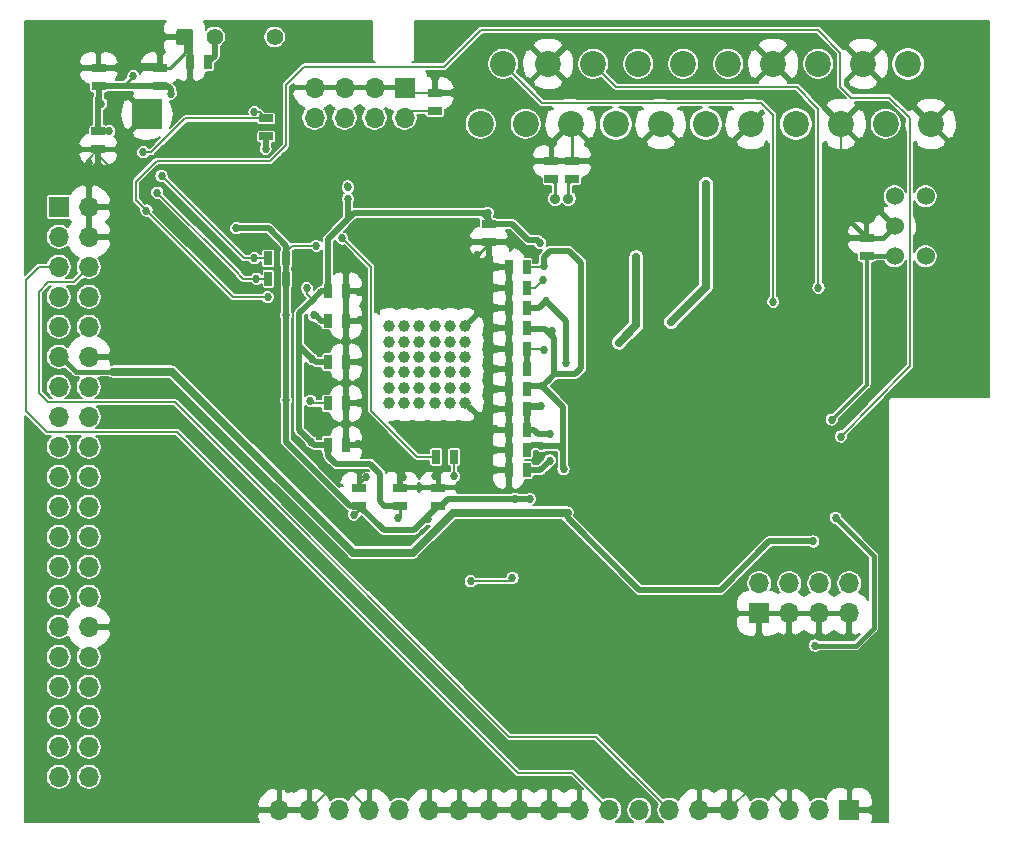
<source format=gbl>
G04 #@! TF.GenerationSoftware,KiCad,Pcbnew,5.1.5+dfsg1-2*
G04 #@! TF.CreationDate,2020-02-07T00:59:59+02:00*
G04 #@! TF.ProjectId,isl_board,69736c5f-626f-4617-9264-2e6b69636164,rev?*
G04 #@! TF.SameCoordinates,Original*
G04 #@! TF.FileFunction,Copper,L2,Bot*
G04 #@! TF.FilePolarity,Positive*
%FSLAX46Y46*%
G04 Gerber Fmt 4.6, Leading zero omitted, Abs format (unit mm)*
G04 Created by KiCad (PCBNEW 5.1.5+dfsg1-2) date 2020-02-07 00:59:59*
%MOMM*%
%LPD*%
G04 APERTURE LIST*
%ADD10R,1.700000X1.700000*%
%ADD11O,1.700000X1.700000*%
%ADD12C,1.400000*%
%ADD13C,0.100000*%
%ADD14R,0.635000X1.143000*%
%ADD15C,2.200000*%
%ADD16C,1.524000*%
%ADD17R,1.143000X0.635000*%
%ADD18C,2.250000*%
%ADD19R,2.500000X2.500000*%
%ADD20C,0.900000*%
%ADD21C,1.000000*%
%ADD22C,0.686000*%
%ADD23C,0.700000*%
%ADD24C,0.400000*%
%ADD25C,0.500000*%
%ADD26C,0.200000*%
%ADD27C,0.250000*%
%ADD28C,0.180000*%
%ADD29C,0.300000*%
%ADD30C,0.640000*%
G04 APERTURE END LIST*
D10*
X79930000Y-77020000D03*
D11*
X79930000Y-74480000D03*
X82470000Y-77020000D03*
X82470000Y-74480000D03*
X85010000Y-77020000D03*
X85010000Y-74480000D03*
X87550000Y-77020000D03*
X87550000Y-74480000D03*
D12*
X38900000Y-28230000D03*
X33820000Y-28230000D03*
G04 #@! TA.AperFunction,ComponentPad*
D13*
G36*
X31755226Y-27531200D02*
G01*
X31779417Y-27534788D01*
X31803139Y-27540730D01*
X31826165Y-27548969D01*
X31848272Y-27559425D01*
X31869248Y-27571998D01*
X31888891Y-27586566D01*
X31907011Y-27602989D01*
X31923434Y-27621109D01*
X31938002Y-27640752D01*
X31950575Y-27661728D01*
X31961031Y-27683835D01*
X31969270Y-27706861D01*
X31975212Y-27730583D01*
X31978800Y-27754774D01*
X31980000Y-27779200D01*
X31980000Y-28680800D01*
X31978800Y-28705226D01*
X31975212Y-28729417D01*
X31969270Y-28753139D01*
X31961031Y-28776165D01*
X31950575Y-28798272D01*
X31938002Y-28819248D01*
X31923434Y-28838891D01*
X31907011Y-28857011D01*
X31888891Y-28873434D01*
X31869248Y-28888002D01*
X31848272Y-28900575D01*
X31826165Y-28911031D01*
X31803139Y-28919270D01*
X31779417Y-28925212D01*
X31755226Y-28928800D01*
X31730800Y-28930000D01*
X30829200Y-28930000D01*
X30804774Y-28928800D01*
X30780583Y-28925212D01*
X30756861Y-28919270D01*
X30733835Y-28911031D01*
X30711728Y-28900575D01*
X30690752Y-28888002D01*
X30671109Y-28873434D01*
X30652989Y-28857011D01*
X30636566Y-28838891D01*
X30621998Y-28819248D01*
X30609425Y-28798272D01*
X30598969Y-28776165D01*
X30590730Y-28753139D01*
X30584788Y-28729417D01*
X30581200Y-28705226D01*
X30580000Y-28680800D01*
X30580000Y-27779200D01*
X30581200Y-27754774D01*
X30584788Y-27730583D01*
X30590730Y-27706861D01*
X30598969Y-27683835D01*
X30609425Y-27661728D01*
X30621998Y-27640752D01*
X30636566Y-27621109D01*
X30652989Y-27602989D01*
X30671109Y-27586566D01*
X30690752Y-27571998D01*
X30711728Y-27559425D01*
X30733835Y-27548969D01*
X30756861Y-27540730D01*
X30780583Y-27534788D01*
X30804774Y-27531200D01*
X30829200Y-27530000D01*
X31730800Y-27530000D01*
X31755226Y-27531200D01*
G37*
G04 #@! TD.AperFunction*
D11*
X39300000Y-93680000D03*
X41840000Y-93680000D03*
X44380000Y-93680000D03*
X46920000Y-93680000D03*
X49460000Y-93680000D03*
X52000000Y-93680000D03*
X54540000Y-93680000D03*
X57080000Y-93680000D03*
X59620000Y-93680000D03*
X62160000Y-93680000D03*
X64700000Y-93680000D03*
X67240000Y-93680000D03*
X69780000Y-93680000D03*
X72320000Y-93680000D03*
X74860000Y-93680000D03*
X77400000Y-93680000D03*
X79940000Y-93680000D03*
X82480000Y-93680000D03*
X85020000Y-93680000D03*
D10*
X87560000Y-93680000D03*
D14*
X31738000Y-30360000D03*
X33262000Y-30360000D03*
D15*
X58250000Y-30500000D03*
X60155000Y-35580000D03*
X62060000Y-30500000D03*
X63965000Y-35580000D03*
X65870000Y-30500000D03*
X67775000Y-35580000D03*
X69680000Y-30500000D03*
X71585000Y-35580000D03*
X73490000Y-30500000D03*
X75395000Y-35580000D03*
X77300000Y-30500000D03*
X79205000Y-35580000D03*
X92540000Y-30500000D03*
X83015000Y-35580000D03*
X81110000Y-30500000D03*
X86825000Y-35580000D03*
X84920000Y-30500000D03*
X90635000Y-35580000D03*
X88730000Y-30500000D03*
X94445000Y-35580000D03*
X56345000Y-35580000D03*
D16*
X91390000Y-41710000D03*
X91390000Y-44250000D03*
X91390000Y-46790000D03*
X94015000Y-46790000D03*
X94015000Y-41710000D03*
D17*
X89020000Y-46742000D03*
X89020000Y-45218000D03*
D14*
X52568000Y-63770000D03*
X54092000Y-63770000D03*
D11*
X42280000Y-35050000D03*
X42280000Y-32510000D03*
X44820000Y-35050000D03*
X44820000Y-32510000D03*
X47360000Y-35050000D03*
X47360000Y-32510000D03*
X49900000Y-35050000D03*
D10*
X49900000Y-32510000D03*
D18*
X28090053Y-34782843D03*
D19*
X28090053Y-34782843D03*
D14*
X60242000Y-52890000D03*
X58718000Y-52890000D03*
X60242000Y-64900000D03*
X58718000Y-64900000D03*
X60242000Y-61470000D03*
X58718000Y-61470000D03*
X60242000Y-56320000D03*
X58718000Y-56320000D03*
X60242000Y-51170000D03*
X58718000Y-51170000D03*
X60232000Y-47720000D03*
X58708000Y-47720000D03*
X60242000Y-63180000D03*
X58718000Y-63180000D03*
X60242000Y-59750000D03*
X58718000Y-59750000D03*
X60242000Y-58030000D03*
X58718000Y-58030000D03*
X60242000Y-54600000D03*
X58718000Y-54600000D03*
X60242000Y-49450000D03*
X58718000Y-49450000D03*
D17*
X64120000Y-40242000D03*
X64120000Y-38718000D03*
X62340000Y-40242000D03*
X62340000Y-38718000D03*
X57040000Y-44078000D03*
X57040000Y-45602000D03*
X52760000Y-66368000D03*
X52760000Y-67892000D03*
X49520000Y-67892000D03*
X49520000Y-66368000D03*
X46080000Y-67902000D03*
X46080000Y-66378000D03*
D14*
X43418000Y-52240000D03*
X44942000Y-52240000D03*
X43408000Y-49740000D03*
X44932000Y-49740000D03*
X43418000Y-62750000D03*
X44942000Y-62750000D03*
X43418000Y-59250000D03*
X44942000Y-59250000D03*
X43418000Y-55750000D03*
X44942000Y-55750000D03*
D17*
X23970053Y-36210843D03*
X23970053Y-37734843D03*
X24000053Y-32364843D03*
X24000053Y-30840843D03*
X29190053Y-32384843D03*
X29190053Y-30860843D03*
D10*
X20630000Y-42600000D03*
D11*
X23170000Y-42600000D03*
X20630000Y-45140000D03*
X23170000Y-45140000D03*
X20630000Y-47680000D03*
X23170000Y-47680000D03*
X20630000Y-50220000D03*
X23170000Y-50220000D03*
X20630000Y-52760000D03*
X23170000Y-52760000D03*
X20630000Y-55300000D03*
X23170000Y-55300000D03*
X20630000Y-57840000D03*
X23170000Y-57840000D03*
X20630000Y-60380000D03*
X23170000Y-60380000D03*
X20630000Y-62920000D03*
X23170000Y-62920000D03*
X20630000Y-65460000D03*
X23170000Y-65460000D03*
X20630000Y-68000000D03*
X23170000Y-68000000D03*
X20630000Y-70540000D03*
X23170000Y-70540000D03*
X20630000Y-73080000D03*
X23170000Y-73080000D03*
X20630000Y-75620000D03*
X23170000Y-75620000D03*
X20630000Y-78160000D03*
X23170000Y-78160000D03*
X20630000Y-80700000D03*
X23170000Y-80700000D03*
X20630000Y-83240000D03*
X23170000Y-83240000D03*
X20630000Y-85780000D03*
X23170000Y-85780000D03*
X20630000Y-88320000D03*
X23170000Y-88320000D03*
X20630000Y-90860000D03*
X23170000Y-90860000D03*
D17*
X38190000Y-36644000D03*
X38190000Y-35120000D03*
D14*
X39882000Y-46970000D03*
X38358000Y-46970000D03*
X39892000Y-48690000D03*
X38368000Y-48690000D03*
D17*
X52460000Y-32978000D03*
X52460000Y-34502000D03*
D20*
X63750000Y-41910000D03*
X62650000Y-41910000D03*
D21*
X55058340Y-59215800D03*
X53758340Y-59215800D03*
X52458340Y-59215800D03*
X51158340Y-59215800D03*
X49858340Y-59215800D03*
X48558340Y-59215800D03*
X55058340Y-57915800D03*
X53758340Y-57915800D03*
X52458340Y-57915800D03*
X51158340Y-57915800D03*
X49858340Y-57915800D03*
X48558340Y-57915800D03*
X55058340Y-56615800D03*
X53758340Y-56615800D03*
X52458340Y-56615800D03*
X51158340Y-56615800D03*
X49858340Y-56615800D03*
X48558340Y-56615800D03*
X55058340Y-55315800D03*
X53758340Y-55315800D03*
X52458340Y-55315800D03*
X51158340Y-55315800D03*
X49858340Y-55315800D03*
X48558340Y-55315800D03*
X55058340Y-54015800D03*
X53758340Y-54015800D03*
X52458340Y-54015800D03*
X51158340Y-54015800D03*
X49858340Y-54015800D03*
X48558340Y-54015800D03*
X55058340Y-52715800D03*
X53758340Y-52715800D03*
X52458340Y-52715800D03*
X51158340Y-52715800D03*
X49858340Y-52715800D03*
X48558340Y-52715800D03*
D22*
X62300000Y-68530000D03*
X63720000Y-68500000D03*
X84510000Y-70930000D03*
X49850000Y-41510000D03*
X47950000Y-41410000D03*
X61470000Y-74210000D03*
X39760000Y-42440000D03*
X47380000Y-46650000D03*
X49780000Y-46600000D03*
X54110000Y-46650000D03*
X51560000Y-46580000D03*
X62930000Y-45370000D03*
X61400000Y-43380000D03*
X59940000Y-43420000D03*
X59890000Y-39680000D03*
X36640000Y-43000000D03*
X43100000Y-44060000D03*
X73380000Y-59700000D03*
X73400000Y-63810000D03*
X52440000Y-65410000D03*
X64210000Y-57880000D03*
X64690000Y-62060000D03*
X46610000Y-65440000D03*
X56060000Y-46690000D03*
X49740000Y-65450000D03*
X57540000Y-64880000D03*
X57700000Y-47730000D03*
X45920000Y-62720000D03*
X46030000Y-59250000D03*
X46090000Y-55750000D03*
X46110000Y-52210000D03*
X46070000Y-49780000D03*
X76590000Y-49450000D03*
X75950000Y-51960000D03*
X73470000Y-48170000D03*
X71570000Y-47020000D03*
X57560000Y-63190000D03*
X57590000Y-61430000D03*
X57630000Y-59750000D03*
X57640000Y-58020000D03*
X57620000Y-56320000D03*
X57650000Y-54620000D03*
X57620000Y-52900000D03*
X57670000Y-51140000D03*
X57660000Y-49450000D03*
X28240000Y-45310000D03*
X28280000Y-46993000D03*
X30570000Y-47030000D03*
X30570000Y-48283000D03*
X31990000Y-48320000D03*
X31990000Y-49810000D03*
X33490000Y-49800000D03*
X33490000Y-51480000D03*
X34930000Y-51480000D03*
X34930000Y-55590000D03*
X33980000Y-53000000D03*
X32680000Y-52980000D03*
X34010000Y-54290000D03*
X34910000Y-58220000D03*
X36550000Y-58250000D03*
X36480000Y-61370000D03*
X37600000Y-62030000D03*
X38920000Y-62600000D03*
X39319315Y-63909315D03*
X40290000Y-64770000D03*
X41450000Y-65910000D03*
X43490000Y-75840000D03*
X43550000Y-77790000D03*
X43550000Y-80070000D03*
X37860000Y-87700000D03*
X38840000Y-89130000D03*
X39570000Y-90350000D03*
X40040000Y-91900000D03*
X77390000Y-72860000D03*
X75600000Y-73520000D03*
X73750000Y-73480000D03*
X71550000Y-73500000D03*
X70790000Y-72570000D03*
X71130000Y-71250000D03*
X69620000Y-72600000D03*
X69360000Y-69830000D03*
X69330000Y-68100000D03*
X70820000Y-67080000D03*
X75940000Y-66710000D03*
X77160000Y-67740000D03*
X77270000Y-70540000D03*
X80670000Y-58610000D03*
X80950000Y-61080000D03*
X71585000Y-39035000D03*
X77950000Y-39090000D03*
X78280000Y-44970000D03*
X82940000Y-41230000D03*
X83570000Y-39110000D03*
X86330000Y-38930000D03*
X86390000Y-43960000D03*
X83310000Y-47890000D03*
X78950000Y-51630000D03*
X61520000Y-73130000D03*
X38850000Y-68619998D03*
X44230000Y-74060000D03*
X42130000Y-74440000D03*
X41050000Y-73390000D03*
X42520000Y-72320000D03*
X47880000Y-70870000D03*
X85770000Y-69960000D03*
X25410000Y-45320000D03*
X26840000Y-45330000D03*
X23180000Y-38850000D03*
X51880000Y-69010000D03*
X42210000Y-51800000D03*
X24220053Y-33882843D03*
X26940053Y-31542843D03*
X30120053Y-33012843D03*
X41930000Y-59030000D03*
X42410000Y-45910000D03*
X59240000Y-67310000D03*
X60510000Y-67340000D03*
X45610000Y-68680000D03*
X39860000Y-59000000D03*
X35650000Y-44420000D03*
X39870000Y-51790000D03*
X24900053Y-36202843D03*
X38140000Y-37700000D03*
X86070000Y-60620000D03*
X86400000Y-68940000D03*
X84640000Y-79750000D03*
X61700000Y-47580000D03*
X62380000Y-53130000D03*
X61560000Y-57790000D03*
X63360000Y-64820000D03*
X61490000Y-62830000D03*
X61890000Y-50570000D03*
X63610000Y-55810000D03*
X61680000Y-54760000D03*
X61490000Y-59440000D03*
X62190000Y-61860000D03*
X62210000Y-64090000D03*
X61400000Y-45690000D03*
X61610000Y-48780000D03*
X41980000Y-62500000D03*
X45110000Y-40940000D03*
X45100000Y-41930000D03*
X56950000Y-43110000D03*
X49310000Y-68970000D03*
X41630000Y-49480000D03*
X42030844Y-55481900D03*
X68060000Y-54090000D03*
X69520000Y-46880000D03*
X75410000Y-40650000D03*
X72480000Y-52360000D03*
X37180000Y-46960000D03*
X29330000Y-39990000D03*
X37350000Y-48690000D03*
X28970000Y-41410000D03*
X44620000Y-45280000D03*
X54100000Y-65430000D03*
X55510000Y-74300000D03*
X59030000Y-74030000D03*
X27784230Y-37988405D03*
X37190000Y-34600000D03*
X81110000Y-50650000D03*
X84940000Y-49470000D03*
X38310000Y-50240000D03*
X86840000Y-62050000D03*
X28050000Y-42920000D03*
D23*
X62300000Y-68530000D02*
X62300000Y-68500000D01*
X62300000Y-68500000D02*
X62300000Y-68530000D01*
X62300000Y-68530000D02*
X62300000Y-68500000D01*
X25250000Y-56560000D02*
X30210000Y-56560000D01*
X53990000Y-68500000D02*
X62300000Y-68500000D01*
X62300000Y-68500000D02*
X63720000Y-68500000D01*
X50610000Y-71880000D02*
X53990000Y-68500000D01*
X45530000Y-71880000D02*
X50610000Y-71880000D01*
X30210000Y-56560000D02*
X45530000Y-71880000D01*
D24*
X20630000Y-55300000D02*
X20790000Y-55300000D01*
X20790000Y-55300000D02*
X22050000Y-56560000D01*
X22050000Y-56560000D02*
X25250000Y-56560000D01*
D25*
X80770000Y-70930000D02*
X84510000Y-70930000D01*
X69774925Y-75040000D02*
X76660000Y-75040000D01*
X76660000Y-75040000D02*
X80770000Y-70930000D01*
X63720000Y-68500000D02*
X63720000Y-68985075D01*
X63720000Y-68985075D02*
X69774925Y-75040000D01*
D26*
X49850000Y-41510000D02*
X49750000Y-41410000D01*
X49750000Y-41410000D02*
X47950000Y-41410000D01*
X48524140Y-59250000D02*
X48558340Y-59215800D01*
D25*
X24000053Y-30840843D02*
X25720053Y-30840843D01*
X23970053Y-30840843D02*
X25720053Y-30840843D01*
D26*
X39680000Y-42520000D02*
X39680000Y-43000000D01*
X39760000Y-42440000D02*
X39680000Y-42520000D01*
X51560000Y-46580000D02*
X49800000Y-46580000D01*
X49800000Y-46580000D02*
X49780000Y-46600000D01*
X51630000Y-46650000D02*
X54110000Y-46650000D01*
X51560000Y-46580000D02*
X51630000Y-46650000D01*
X59890000Y-39680000D02*
X59890000Y-43370000D01*
X62930000Y-44910000D02*
X62930000Y-45370000D01*
X61400000Y-43380000D02*
X62930000Y-44910000D01*
X59890000Y-43370000D02*
X59940000Y-43420000D01*
X60852000Y-38718000D02*
X62340000Y-38718000D01*
X59890000Y-39680000D02*
X60852000Y-38718000D01*
D25*
X36640000Y-43000000D02*
X39680000Y-43000000D01*
X39680000Y-43000000D02*
X42040000Y-43000000D01*
X42040000Y-43000000D02*
X43100000Y-44060000D01*
D26*
X23170000Y-55300000D02*
X31180000Y-55300000D01*
X74090000Y-62030000D02*
X74100000Y-62030000D01*
X74100000Y-62020000D02*
X74090000Y-62030000D01*
X74100000Y-60420000D02*
X74100000Y-62020000D01*
X73380000Y-59700000D02*
X74100000Y-60420000D01*
X74100000Y-63110000D02*
X74100000Y-62030000D01*
X73400000Y-63810000D02*
X74100000Y-63110000D01*
X74100000Y-62030000D02*
X74100000Y-61820000D01*
D27*
X52760000Y-65730000D02*
X52440000Y-65410000D01*
X52760000Y-66368000D02*
X52760000Y-65730000D01*
X46080000Y-66378000D02*
X46080000Y-65970000D01*
X46080000Y-65970000D02*
X46610000Y-65440000D01*
X57040000Y-45602000D02*
X57040000Y-45710000D01*
X57040000Y-45710000D02*
X56060000Y-46690000D01*
X49520000Y-66368000D02*
X49520000Y-65670000D01*
X49520000Y-65670000D02*
X49740000Y-65450000D01*
D25*
X57560000Y-64900000D02*
X57540000Y-64880000D01*
X57560000Y-64900000D02*
X58718000Y-64900000D01*
X57710000Y-47720000D02*
X57700000Y-47730000D01*
X58708000Y-47720000D02*
X57710000Y-47720000D01*
X44942000Y-62750000D02*
X45890000Y-62750000D01*
X45890000Y-62750000D02*
X45920000Y-62720000D01*
X44942000Y-59250000D02*
X46050000Y-59250000D01*
X46050000Y-59250000D02*
X46030000Y-59250000D01*
X44942000Y-55750000D02*
X46090000Y-55750000D01*
X44942000Y-52240000D02*
X46080000Y-52240000D01*
X46080000Y-52240000D02*
X46110000Y-52210000D01*
X44932000Y-49740000D02*
X46030000Y-49740000D01*
X46030000Y-49740000D02*
X46070000Y-49780000D01*
X44932000Y-49740000D02*
X44932000Y-52230000D01*
X44932000Y-52230000D02*
X44942000Y-52240000D01*
X44942000Y-52240000D02*
X44942000Y-59250000D01*
X44942000Y-59250000D02*
X44942000Y-62750000D01*
D26*
X76590000Y-51320000D02*
X76590000Y-49450000D01*
X75950000Y-51960000D02*
X76590000Y-51320000D01*
D27*
X72720000Y-48170000D02*
X73470000Y-48170000D01*
X71570000Y-47020000D02*
X72720000Y-48170000D01*
X64120000Y-38718000D02*
X64120000Y-35735000D01*
X64120000Y-35735000D02*
X63965000Y-35580000D01*
X62340000Y-38718000D02*
X64120000Y-38718000D01*
D25*
X58718000Y-63180000D02*
X57570000Y-63180000D01*
X57570000Y-63180000D02*
X57560000Y-63190000D01*
X58718000Y-61470000D02*
X57630000Y-61470000D01*
X57630000Y-61470000D02*
X57590000Y-61430000D01*
X58718000Y-59750000D02*
X57630000Y-59750000D01*
X58718000Y-58030000D02*
X57650000Y-58030000D01*
X57650000Y-58030000D02*
X57640000Y-58020000D01*
X58718000Y-56320000D02*
X57620000Y-56320000D01*
X58718000Y-54600000D02*
X57670000Y-54600000D01*
X57670000Y-54600000D02*
X57650000Y-54620000D01*
X58718000Y-52890000D02*
X57630000Y-52890000D01*
X57630000Y-52890000D02*
X57620000Y-52900000D01*
X58718000Y-51170000D02*
X57700000Y-51170000D01*
X57700000Y-51170000D02*
X57670000Y-51140000D01*
X58718000Y-49450000D02*
X57660000Y-49450000D01*
X58718000Y-64900000D02*
X58718000Y-63180000D01*
X58718000Y-63180000D02*
X58718000Y-61470000D01*
X58718000Y-61470000D02*
X58718000Y-59750000D01*
X58718000Y-59750000D02*
X58718000Y-58030000D01*
X58718000Y-58030000D02*
X58718000Y-56320000D01*
X58718000Y-56320000D02*
X58718000Y-54600000D01*
X58718000Y-54600000D02*
X58718000Y-52890000D01*
X58718000Y-52890000D02*
X58718000Y-51170000D01*
X58718000Y-51170000D02*
X58718000Y-49450000D01*
X58718000Y-49450000D02*
X58708000Y-49440000D01*
X58708000Y-49440000D02*
X58708000Y-47720000D01*
D26*
X23970053Y-37734843D02*
X23970053Y-38252343D01*
X28240000Y-45310000D02*
X28240000Y-45795075D01*
X28240000Y-45795075D02*
X28240000Y-46953000D01*
X28240000Y-46953000D02*
X28280000Y-46993000D01*
X30570000Y-47030000D02*
X30570000Y-48283000D01*
X31990000Y-48320000D02*
X31990000Y-49810000D01*
X33490000Y-49800000D02*
X33490000Y-51480000D01*
X34010000Y-53030000D02*
X33980000Y-53000000D01*
X34930000Y-53030000D02*
X34010000Y-53030000D01*
X34930000Y-51480000D02*
X34930000Y-53030000D01*
X34040000Y-54320000D02*
X34010000Y-54290000D01*
X34930000Y-54320000D02*
X34040000Y-54320000D01*
X34930000Y-54320000D02*
X34930000Y-55490000D01*
X34930000Y-53030000D02*
X34930000Y-54320000D01*
X31470000Y-55590000D02*
X31180000Y-55300000D01*
X34930000Y-55590000D02*
X31470000Y-55590000D01*
X34930000Y-55590000D02*
X34930000Y-58200000D01*
X34930000Y-58200000D02*
X34910000Y-58220000D01*
X36550000Y-58250000D02*
X36550000Y-61300000D01*
X36550000Y-61300000D02*
X36480000Y-61370000D01*
X36480000Y-61370000D02*
X36940000Y-61370000D01*
X36940000Y-61370000D02*
X37600000Y-62030000D01*
X37600000Y-62030000D02*
X38350000Y-62030000D01*
X38350000Y-62030000D02*
X38920000Y-62600000D01*
X38920000Y-62600000D02*
X38920000Y-63510000D01*
X38920000Y-63510000D02*
X39319315Y-63909315D01*
X39319315Y-63909315D02*
X39429315Y-63909315D01*
X39429315Y-63909315D02*
X40290000Y-64770000D01*
X40290000Y-64770000D02*
X40310000Y-64770000D01*
X40310000Y-64770000D02*
X41450000Y-65910000D01*
X43440000Y-75790000D02*
X43490000Y-75840000D01*
X43490000Y-75840000D02*
X43490000Y-77730000D01*
X43490000Y-77730000D02*
X43550000Y-77790000D01*
X43550000Y-77790000D02*
X43550000Y-80070000D01*
X43550000Y-80070000D02*
X43550000Y-82010000D01*
X43550000Y-82010000D02*
X37860000Y-87700000D01*
X37860000Y-87700000D02*
X37860000Y-88150000D01*
X37860000Y-88150000D02*
X38840000Y-89130000D01*
X38840000Y-89130000D02*
X38840000Y-89620000D01*
X38840000Y-89620000D02*
X39570000Y-90350000D01*
X39570000Y-90350000D02*
X39570000Y-91430000D01*
X39570000Y-91430000D02*
X40040000Y-91900000D01*
X77390000Y-72860000D02*
X76260000Y-72860000D01*
X76260000Y-72860000D02*
X75600000Y-73520000D01*
X73750000Y-73480000D02*
X71570000Y-73480000D01*
X71570000Y-73480000D02*
X71550000Y-73500000D01*
X70790000Y-72570000D02*
X70790000Y-71590000D01*
X70790000Y-71590000D02*
X71130000Y-71250000D01*
X69620000Y-72114925D02*
X69460000Y-71954925D01*
X69620000Y-72600000D02*
X69620000Y-72114925D01*
X69460000Y-71954925D02*
X69460000Y-69930000D01*
X69460000Y-69930000D02*
X69360000Y-69830000D01*
X69360000Y-69830000D02*
X69360000Y-68130000D01*
X69360000Y-68130000D02*
X69330000Y-68100000D01*
X70820000Y-67080000D02*
X71190000Y-66710000D01*
X71190000Y-66710000D02*
X75940000Y-66710000D01*
X77160000Y-67740000D02*
X77160000Y-70430000D01*
X77160000Y-70430000D02*
X77270000Y-70540000D01*
X80670000Y-58610000D02*
X80670000Y-60800000D01*
X80670000Y-60800000D02*
X80950000Y-61080000D01*
X74860842Y-39090000D02*
X77950000Y-39090000D01*
X71585000Y-39035000D02*
X74805842Y-39035000D01*
X74805842Y-39035000D02*
X74860842Y-39090000D01*
X77950000Y-39090000D02*
X77950000Y-44640000D01*
X77950000Y-44640000D02*
X78280000Y-44970000D01*
X82940000Y-41230000D02*
X82940000Y-39740000D01*
X82940000Y-39740000D02*
X83570000Y-39110000D01*
X86825000Y-38435000D02*
X86825000Y-35580000D01*
X86330000Y-38930000D02*
X86825000Y-38435000D01*
X86330000Y-39415075D02*
X86390000Y-39475075D01*
X86330000Y-38930000D02*
X86330000Y-39415075D01*
X86390000Y-39475075D02*
X86390000Y-43960000D01*
X76280000Y-51630000D02*
X75950000Y-51960000D01*
X78950000Y-51630000D02*
X76280000Y-51630000D01*
D25*
X28837210Y-30690000D02*
X25870896Y-30690000D01*
X29190053Y-30860843D02*
X29008053Y-30860843D01*
X25870896Y-30690000D02*
X25720053Y-30840843D01*
X29008053Y-30860843D02*
X28837210Y-30690000D01*
D24*
X87762000Y-43960000D02*
X89020000Y-45218000D01*
X86390000Y-43960000D02*
X87762000Y-43960000D01*
X90422000Y-45218000D02*
X91390000Y-44250000D01*
X89020000Y-45218000D02*
X90422000Y-45218000D01*
D26*
X50368000Y-32978000D02*
X49900000Y-32510000D01*
X52460000Y-32978000D02*
X50368000Y-32978000D01*
X25400000Y-39682290D02*
X25400000Y-42990000D01*
X23970053Y-38252343D02*
X25400000Y-39682290D01*
D27*
X31280000Y-28930000D02*
X31280000Y-28230000D01*
X31280000Y-29592396D02*
X31280000Y-28930000D01*
X30011553Y-30860843D02*
X31280000Y-29592396D01*
X29190053Y-30860843D02*
X30011553Y-30860843D01*
D25*
X31738000Y-28688000D02*
X31280000Y-28230000D01*
X31738000Y-30360000D02*
X31738000Y-28688000D01*
D28*
X43490000Y-75840000D02*
X42130000Y-74480000D01*
X42130000Y-74480000D02*
X42130000Y-74440000D01*
X42130000Y-74440000D02*
X42100000Y-74440000D01*
X42100000Y-74440000D02*
X41050000Y-73390000D01*
X41450000Y-65910000D02*
X46410000Y-70870000D01*
X46410000Y-70870000D02*
X47880000Y-70870000D01*
X46920000Y-93680000D02*
X45480000Y-92240000D01*
X43280000Y-92240000D02*
X41840000Y-93680000D01*
X45480000Y-92240000D02*
X43280000Y-92240000D01*
X77400000Y-93680000D02*
X77400000Y-93600000D01*
X77400000Y-93600000D02*
X79290000Y-91710000D01*
X80510000Y-91710000D02*
X82480000Y-93680000D01*
X79290000Y-91710000D02*
X80510000Y-91710000D01*
D24*
X77160000Y-67740000D02*
X83550000Y-67740000D01*
X83550000Y-67740000D02*
X85770000Y-69960000D01*
D27*
X25400000Y-42990000D02*
X25400000Y-45310000D01*
X25400000Y-45310000D02*
X25410000Y-45320000D01*
D28*
X23180000Y-38524896D02*
X23970053Y-37734843D01*
X23180000Y-38850000D02*
X23180000Y-38524896D01*
D25*
X42210000Y-51800000D02*
X42390000Y-51800000D01*
X42390000Y-51800000D02*
X42830000Y-52240000D01*
D26*
X51896000Y-68994000D02*
X51896000Y-68756000D01*
X51880000Y-69010000D02*
X51896000Y-68994000D01*
X42210000Y-51800000D02*
X42220000Y-51810000D01*
X42220000Y-51810000D02*
X42270000Y-51810000D01*
D25*
X24000053Y-33662843D02*
X24220053Y-33882843D01*
X25720053Y-32364843D02*
X29170053Y-32364843D01*
X29170053Y-32364843D02*
X29190053Y-32384843D01*
D27*
X24220053Y-33882843D02*
X24000053Y-33662843D01*
D25*
X24000053Y-32364843D02*
X25720053Y-32364843D01*
D27*
X26940053Y-31542843D02*
X26118053Y-32364843D01*
X26118053Y-32364843D02*
X25720053Y-32364843D01*
D25*
X42830000Y-52240000D02*
X43418000Y-52240000D01*
D26*
X42850000Y-52320000D02*
X42850000Y-52240000D01*
X42830000Y-52300000D02*
X42850000Y-52320000D01*
X42830000Y-52240000D02*
X42830000Y-52300000D01*
D25*
X39870000Y-57360000D02*
X39870000Y-62490000D01*
X39900000Y-62520000D02*
X45282000Y-67902000D01*
X45282000Y-67902000D02*
X46080000Y-67902000D01*
X39870000Y-62490000D02*
X39900000Y-62520000D01*
D26*
X42150000Y-59250000D02*
X43418000Y-59250000D01*
X41930000Y-59030000D02*
X42150000Y-59250000D01*
X39928000Y-49480000D02*
X39928000Y-48638000D01*
X39928000Y-48638000D02*
X39900000Y-48610000D01*
X39928000Y-47720000D02*
X39928000Y-47672000D01*
D25*
X43418000Y-52240000D02*
X42850000Y-52240000D01*
X42850000Y-52240000D02*
X42930000Y-52240000D01*
X58790000Y-67310000D02*
X59240000Y-67310000D01*
X52760000Y-67892000D02*
X53028000Y-67892000D01*
X53028000Y-67892000D02*
X53610000Y-67310000D01*
X60480000Y-67310000D02*
X60510000Y-67340000D01*
X53610000Y-67310000D02*
X58790000Y-67310000D01*
X58790000Y-67310000D02*
X60480000Y-67310000D01*
X50722000Y-69950000D02*
X50722000Y-69930000D01*
X48128000Y-69950000D02*
X48710000Y-69950000D01*
X46080000Y-67902000D02*
X48128000Y-69950000D01*
X48710000Y-69950000D02*
X50722000Y-69950000D01*
X50722000Y-69930000D02*
X51896000Y-68756000D01*
X51896000Y-68756000D02*
X52760000Y-67892000D01*
D27*
X45610000Y-68680000D02*
X46080000Y-68210000D01*
X46080000Y-68210000D02*
X46080000Y-67902000D01*
D25*
X43418000Y-52240000D02*
X43330000Y-52240000D01*
X35660000Y-44420000D02*
X35650000Y-44420000D01*
X39870000Y-51790000D02*
X39870000Y-57360000D01*
X39870000Y-51790000D02*
X39870000Y-47480000D01*
D26*
X42410000Y-45910000D02*
X40370000Y-45910000D01*
X39882000Y-46398000D02*
X39882000Y-46970000D01*
X40370000Y-45910000D02*
X39882000Y-46398000D01*
D25*
X24894000Y-36216000D02*
X24902000Y-36208000D01*
X24910000Y-36220000D02*
X23988000Y-36220000D01*
X23970053Y-33400000D02*
X24000053Y-33370000D01*
X23970053Y-36210843D02*
X23970053Y-33400000D01*
X24000053Y-32364843D02*
X24000053Y-33370000D01*
X24000053Y-33370000D02*
X24000053Y-33662843D01*
X38140000Y-36694000D02*
X38190000Y-36644000D01*
X38140000Y-37700000D02*
X38140000Y-36694000D01*
X30120053Y-33012843D02*
X30120053Y-32649947D01*
X29854949Y-32384843D02*
X29190053Y-32384843D01*
X30120053Y-32649947D02*
X29854949Y-32384843D01*
X38403500Y-44420000D02*
X36810000Y-44420000D01*
X39882000Y-46970000D02*
X39882000Y-45898500D01*
X36810000Y-44420000D02*
X35650000Y-44420000D01*
X39882000Y-45898500D02*
X38403500Y-44420000D01*
D29*
X89030000Y-57660000D02*
X86070000Y-60620000D01*
X89020000Y-46770000D02*
X89030000Y-46780000D01*
X89030000Y-46780000D02*
X89030000Y-57660000D01*
D24*
X91342000Y-46742000D02*
X91390000Y-46790000D01*
X89020000Y-46742000D02*
X91342000Y-46742000D01*
D25*
X33820000Y-29802000D02*
X33262000Y-30360000D01*
X33820000Y-28230000D02*
X33820000Y-29802000D01*
D24*
X86400000Y-68940000D02*
X89630000Y-72170000D01*
X89630000Y-72170000D02*
X89630000Y-78240000D01*
X89630000Y-78240000D02*
X88120000Y-79750000D01*
X88120000Y-79750000D02*
X84640000Y-79750000D01*
D25*
X61560000Y-57790000D02*
X60482000Y-57790000D01*
X60482000Y-57790000D02*
X60242000Y-58030000D01*
X63370000Y-46310000D02*
X62250000Y-46310000D01*
X64340000Y-56770000D02*
X64880000Y-56230000D01*
X64880000Y-56230000D02*
X64880000Y-47370000D01*
X64880000Y-47370000D02*
X63820000Y-46310000D01*
X63820000Y-46310000D02*
X63370000Y-46310000D01*
X62580000Y-56770000D02*
X64340000Y-56770000D01*
X61700000Y-46860000D02*
X61700000Y-47580000D01*
X62250000Y-46310000D02*
X61700000Y-46860000D01*
D26*
X61560000Y-47720000D02*
X60232000Y-47720000D01*
X61700000Y-47580000D02*
X61560000Y-47720000D01*
X62260000Y-53250000D02*
X62140000Y-53250000D01*
X62380000Y-53130000D02*
X62260000Y-53250000D01*
D25*
X62110000Y-57240000D02*
X62580000Y-56770000D01*
X62580000Y-56770000D02*
X62590000Y-56760000D01*
X61810000Y-52920000D02*
X60272000Y-52920000D01*
X62590000Y-53700000D02*
X62140000Y-53250000D01*
X62140000Y-53250000D02*
X61810000Y-52920000D01*
X62590000Y-56760000D02*
X62590000Y-53700000D01*
X60272000Y-52920000D02*
X60242000Y-52890000D01*
X63330000Y-59910000D02*
X63330000Y-59560000D01*
X63330000Y-59560000D02*
X61560000Y-57790000D01*
X61560000Y-57790000D02*
X61560000Y-57790000D01*
X62140000Y-57210000D02*
X62110000Y-57240000D01*
X62110000Y-57240000D02*
X61560000Y-57790000D01*
D26*
X61560000Y-57790000D02*
X62140000Y-57210000D01*
D25*
X63330000Y-63170000D02*
X63330000Y-59910000D01*
X63330000Y-59910000D02*
X63330000Y-59870000D01*
X61490000Y-62830000D02*
X62990000Y-62830000D01*
X62990000Y-62830000D02*
X63330000Y-63170000D01*
X63330000Y-63170000D02*
X63330000Y-64790000D01*
X63330000Y-64790000D02*
X63360000Y-64820000D01*
D26*
X61060000Y-62820000D02*
X61060000Y-62760000D01*
X61120000Y-62760000D02*
X61060000Y-62820000D01*
X61420000Y-62760000D02*
X61120000Y-62760000D01*
X61490000Y-62830000D02*
X61420000Y-62760000D01*
D25*
X61240000Y-62760000D02*
X61060000Y-62760000D01*
X61060000Y-62760000D02*
X60662000Y-62760000D01*
X60662000Y-62760000D02*
X60242000Y-63180000D01*
X60502000Y-57770000D02*
X60242000Y-58030000D01*
D27*
X61810000Y-52890000D02*
X60242000Y-52890000D01*
D25*
X60242000Y-51170000D02*
X61290000Y-51170000D01*
X61290000Y-51170000D02*
X61890000Y-50570000D01*
X61890000Y-50570000D02*
X63610000Y-52290000D01*
X63610000Y-52290000D02*
X63610000Y-55810000D01*
D26*
X60242000Y-54600000D02*
X61520000Y-54600000D01*
X61520000Y-54600000D02*
X61680000Y-54760000D01*
D25*
X61490000Y-59440000D02*
X60552000Y-59440000D01*
X60552000Y-59440000D02*
X60242000Y-59750000D01*
D26*
X61180000Y-59750000D02*
X60242000Y-59750000D01*
X61490000Y-59440000D02*
X61180000Y-59750000D01*
D25*
X60840000Y-61470000D02*
X61230000Y-61860000D01*
X61230000Y-61860000D02*
X62190000Y-61860000D01*
X60242000Y-61470000D02*
X60840000Y-61470000D01*
X60242000Y-64900000D02*
X61400000Y-64900000D01*
X61400000Y-64900000D02*
X62210000Y-64090000D01*
X60242000Y-61470000D02*
X60242000Y-59750000D01*
X60242000Y-56320000D02*
X60242000Y-54600000D01*
D26*
X42130000Y-50530000D02*
X42130000Y-50470000D01*
X42170000Y-50570000D02*
X42130000Y-50530000D01*
D27*
X43408000Y-49740000D02*
X43408000Y-49062000D01*
D25*
X61230000Y-45420000D02*
X61230000Y-45520000D01*
X57040000Y-44078000D02*
X59038000Y-44078000D01*
X60380000Y-45420000D02*
X61230000Y-45420000D01*
X59038000Y-44078000D02*
X60380000Y-45420000D01*
X61230000Y-45520000D02*
X61400000Y-45690000D01*
X56030000Y-43150000D02*
X56520000Y-43150000D01*
X57040000Y-43670000D02*
X57040000Y-44078000D01*
X56520000Y-43150000D02*
X57040000Y-43670000D01*
D26*
X61610000Y-48780000D02*
X60940000Y-49450000D01*
X60940000Y-49450000D02*
X60242000Y-49450000D01*
D25*
X41000000Y-54350000D02*
X41000000Y-61520000D01*
X41000000Y-61520000D02*
X41310000Y-61830000D01*
X41310000Y-61830000D02*
X42230000Y-62750000D01*
X42230000Y-62750000D02*
X43418000Y-62750000D01*
D27*
X41980000Y-62500000D02*
X41310000Y-61830000D01*
D25*
X42020000Y-55370000D02*
X41000000Y-54350000D01*
X41000000Y-54350000D02*
X41000000Y-54350000D01*
X45070000Y-40900000D02*
X45070000Y-40790000D01*
X45110000Y-40940000D02*
X45070000Y-40900000D01*
X45110000Y-43190000D02*
X45110000Y-41940000D01*
X45110000Y-41940000D02*
X45100000Y-41930000D01*
X45110000Y-43110000D02*
X45110000Y-43190000D01*
X45110000Y-43190000D02*
X45110000Y-43630000D01*
X57040000Y-43150000D02*
X56030000Y-43150000D01*
X56030000Y-43150000D02*
X45590000Y-43150000D01*
X45590000Y-43150000D02*
X45110000Y-43630000D01*
X43418000Y-62750000D02*
X43450000Y-62782000D01*
X43450000Y-62782000D02*
X43450000Y-63710000D01*
X48192000Y-67892000D02*
X49520000Y-67892000D01*
X47830000Y-67530000D02*
X48192000Y-67892000D01*
X47830000Y-65190000D02*
X47830000Y-67530000D01*
X47010000Y-64370000D02*
X47830000Y-65190000D01*
X44110000Y-64370000D02*
X47010000Y-64370000D01*
X43450000Y-63710000D02*
X44110000Y-64370000D01*
D27*
X57040000Y-43200000D02*
X57040000Y-43150000D01*
X57040000Y-43150000D02*
X57040000Y-44078000D01*
X56950000Y-43110000D02*
X57040000Y-43200000D01*
X49520000Y-68760000D02*
X49520000Y-67892000D01*
X49310000Y-68970000D02*
X49520000Y-68760000D01*
D25*
X43418000Y-55750000D02*
X42400000Y-55750000D01*
X42400000Y-55750000D02*
X42020000Y-55370000D01*
X43408000Y-49740000D02*
X42860000Y-49740000D01*
X41000000Y-51600000D02*
X41000000Y-54350000D01*
X42860000Y-49740000D02*
X42130000Y-50470000D01*
X42130000Y-50470000D02*
X41000000Y-51600000D01*
X43390000Y-45350000D02*
X45110000Y-43630000D01*
X43390000Y-48600000D02*
X43390000Y-45350000D01*
X43400000Y-49054000D02*
X43400000Y-48730000D01*
X43408000Y-49062000D02*
X43400000Y-49054000D01*
D26*
X42130000Y-50465075D02*
X42130000Y-50470000D01*
X41630000Y-49965075D02*
X42130000Y-50465075D01*
X41630000Y-49480000D02*
X41630000Y-49965075D01*
D27*
X42020000Y-55370000D02*
X42020000Y-55471056D01*
X42020000Y-55471056D02*
X42030844Y-55481900D01*
D30*
X69520000Y-46880000D02*
X69520000Y-52630000D01*
X69520000Y-52630000D02*
X68060000Y-54090000D01*
X69520000Y-46880000D02*
X69480000Y-46920000D01*
X75410000Y-49430000D02*
X75410000Y-40650000D01*
X72480000Y-52360000D02*
X75410000Y-49430000D01*
D27*
X63750000Y-41910000D02*
X63750000Y-40612000D01*
X63750000Y-40612000D02*
X64120000Y-40242000D01*
X62650000Y-41910000D02*
X62650000Y-40552000D01*
X62650000Y-40552000D02*
X62340000Y-40242000D01*
D28*
X38348000Y-46960000D02*
X38358000Y-46970000D01*
X37180000Y-46960000D02*
X38348000Y-46960000D01*
X37180000Y-46960000D02*
X36300000Y-46960000D01*
X29672999Y-40332999D02*
X29330000Y-39990000D01*
X36300000Y-46960000D02*
X29672999Y-40332999D01*
X64100000Y-90540000D02*
X67240000Y-93680000D01*
X18960000Y-47680000D02*
X17870000Y-48770000D01*
X59500000Y-90540000D02*
X64100000Y-90540000D01*
X20630000Y-47680000D02*
X18960000Y-47680000D01*
X17870000Y-48770000D02*
X17870000Y-59920000D01*
X17870000Y-59920000D02*
X19600000Y-61650000D01*
X30610000Y-61650000D02*
X59500000Y-90540000D01*
X19600000Y-61650000D02*
X30610000Y-61650000D01*
D26*
X38368000Y-48690000D02*
X38060000Y-48690000D01*
D28*
X28970000Y-41410000D02*
X35510000Y-47950000D01*
D26*
X38368000Y-48690000D02*
X37350000Y-48690000D01*
D28*
X36250000Y-48690000D02*
X35510000Y-47950000D01*
X37350000Y-48690000D02*
X36250000Y-48690000D01*
X58770000Y-87460000D02*
X66100000Y-87460000D01*
X30460000Y-59150000D02*
X58770000Y-87460000D01*
X19720000Y-59150000D02*
X30460000Y-59150000D01*
X21880000Y-48970000D02*
X19730000Y-48970000D01*
X18920000Y-49780000D02*
X18920000Y-58350000D01*
X23170000Y-47680000D02*
X21880000Y-48970000D01*
X66100000Y-87460000D02*
X72320000Y-93680000D01*
X19730000Y-48970000D02*
X18920000Y-49780000D01*
X18920000Y-58350000D02*
X19720000Y-59150000D01*
X44640000Y-45280000D02*
X44620000Y-45280000D01*
X47090000Y-47730000D02*
X44640000Y-45280000D01*
X47090000Y-59870000D02*
X47090000Y-47730000D01*
X52568000Y-63770000D02*
X50990000Y-63770000D01*
X50990000Y-63770000D02*
X47090000Y-59870000D01*
X54100000Y-65430000D02*
X54100000Y-63778000D01*
X55510000Y-74300000D02*
X58760000Y-74300000D01*
X58760000Y-74300000D02*
X59030000Y-74030000D01*
D26*
X50448000Y-34502000D02*
X49900000Y-35050000D01*
X52460000Y-34502000D02*
X50448000Y-34502000D01*
D28*
X38270000Y-35040000D02*
X38190000Y-35120000D01*
X28451595Y-37988405D02*
X27784230Y-37988405D01*
X38190000Y-35120000D02*
X31320000Y-35120000D01*
X31320000Y-35120000D02*
X28451595Y-37988405D01*
X37670000Y-34600000D02*
X38190000Y-35120000D01*
X37190000Y-34600000D02*
X37670000Y-34600000D01*
D26*
X58250000Y-30500000D02*
X61560000Y-33810000D01*
X61560000Y-33810000D02*
X80060000Y-33810000D01*
X80060000Y-33810000D02*
X81110000Y-34860000D01*
X81110000Y-34860000D02*
X81110000Y-50650000D01*
X65870000Y-30500000D02*
X67820000Y-32450000D01*
X67820000Y-32450000D02*
X83090000Y-32450000D01*
X83090000Y-32450000D02*
X84940000Y-34300000D01*
X84940000Y-34300000D02*
X84940000Y-49470000D01*
D28*
X92710000Y-56080000D02*
X92440000Y-56350000D01*
X90950000Y-33350000D02*
X92710000Y-35110000D01*
X87690000Y-33350000D02*
X90950000Y-33350000D01*
X86800000Y-32460000D02*
X87690000Y-33350000D01*
X84880000Y-27620000D02*
X86800000Y-29540000D01*
X27160000Y-40460000D02*
X28900000Y-38720000D01*
X92710000Y-35110000D02*
X92710000Y-56080000D01*
X38310000Y-50240000D02*
X35370000Y-50240000D01*
X38540000Y-38720000D02*
X39850000Y-37410000D01*
X39850000Y-37410000D02*
X39850000Y-32270000D01*
X92440000Y-56350000D02*
X86840000Y-62050000D01*
X28900000Y-38720000D02*
X38540000Y-38720000D01*
X41390000Y-30730000D02*
X53280000Y-30730000D01*
X27160000Y-42030000D02*
X27160000Y-40460000D01*
X39850000Y-32270000D02*
X41390000Y-30730000D01*
X53280000Y-30730000D02*
X56390000Y-27620000D01*
X86800000Y-29540000D02*
X86800000Y-32460000D01*
X56390000Y-27620000D02*
X84880000Y-27620000D01*
X28360000Y-43230000D02*
X28050000Y-42920000D01*
X28360000Y-43230000D02*
X27160000Y-42030000D01*
X35370000Y-50240000D02*
X28360000Y-43230000D01*
D26*
G36*
X19340355Y-61885330D02*
G01*
X19351315Y-61898685D01*
X19404610Y-61942422D01*
X19465413Y-61974922D01*
X19531388Y-61994935D01*
X19582811Y-62000000D01*
X19582813Y-62000000D01*
X19599999Y-62001693D01*
X19617185Y-62000000D01*
X20008930Y-62000000D01*
X19922416Y-62057807D01*
X19767807Y-62212416D01*
X19646331Y-62394218D01*
X19562657Y-62596225D01*
X19520000Y-62810675D01*
X19520000Y-63029325D01*
X19562657Y-63243775D01*
X19646331Y-63445782D01*
X19767807Y-63627584D01*
X19922416Y-63782193D01*
X20104218Y-63903669D01*
X20306225Y-63987343D01*
X20520675Y-64030000D01*
X20739325Y-64030000D01*
X20953775Y-63987343D01*
X21155782Y-63903669D01*
X21337584Y-63782193D01*
X21492193Y-63627584D01*
X21613669Y-63445782D01*
X21697343Y-63243775D01*
X21740000Y-63029325D01*
X21740000Y-62810675D01*
X21697343Y-62596225D01*
X21613669Y-62394218D01*
X21492193Y-62212416D01*
X21337584Y-62057807D01*
X21251070Y-62000000D01*
X22548930Y-62000000D01*
X22462416Y-62057807D01*
X22307807Y-62212416D01*
X22186331Y-62394218D01*
X22102657Y-62596225D01*
X22060000Y-62810675D01*
X22060000Y-63029325D01*
X22102657Y-63243775D01*
X22186331Y-63445782D01*
X22307807Y-63627584D01*
X22462416Y-63782193D01*
X22644218Y-63903669D01*
X22846225Y-63987343D01*
X23060675Y-64030000D01*
X23279325Y-64030000D01*
X23493775Y-63987343D01*
X23695782Y-63903669D01*
X23877584Y-63782193D01*
X24032193Y-63627584D01*
X24153669Y-63445782D01*
X24237343Y-63243775D01*
X24280000Y-63029325D01*
X24280000Y-62810675D01*
X24237343Y-62596225D01*
X24153669Y-62394218D01*
X24032193Y-62212416D01*
X23877584Y-62057807D01*
X23791070Y-62000000D01*
X30465027Y-62000000D01*
X59240351Y-90775325D01*
X59251315Y-90788685D01*
X59304610Y-90832422D01*
X59365412Y-90864922D01*
X59431388Y-90884935D01*
X59500000Y-90891693D01*
X59517189Y-90890000D01*
X63955027Y-90890000D01*
X64973881Y-91908855D01*
X64854000Y-92000044D01*
X64854000Y-93526000D01*
X64874000Y-93526000D01*
X64874000Y-93834000D01*
X64854000Y-93834000D01*
X64854000Y-93854000D01*
X64546000Y-93854000D01*
X64546000Y-93834000D01*
X62314000Y-93834000D01*
X62314000Y-93854000D01*
X62006000Y-93854000D01*
X62006000Y-93834000D01*
X59774000Y-93834000D01*
X59774000Y-93854000D01*
X59466000Y-93854000D01*
X59466000Y-93834000D01*
X57234000Y-93834000D01*
X57234000Y-93854000D01*
X56926000Y-93854000D01*
X56926000Y-93834000D01*
X54694000Y-93834000D01*
X54694000Y-93854000D01*
X54386000Y-93854000D01*
X54386000Y-93834000D01*
X52154000Y-93834000D01*
X52154000Y-93854000D01*
X51846000Y-93854000D01*
X51846000Y-93834000D01*
X51826000Y-93834000D01*
X51826000Y-93526000D01*
X51846000Y-93526000D01*
X51846000Y-92000044D01*
X52154000Y-92000044D01*
X52154000Y-93526000D01*
X54386000Y-93526000D01*
X54386000Y-92000044D01*
X54694000Y-92000044D01*
X54694000Y-93526000D01*
X56926000Y-93526000D01*
X56926000Y-92000044D01*
X57234000Y-92000044D01*
X57234000Y-93526000D01*
X59466000Y-93526000D01*
X59466000Y-92000044D01*
X59774000Y-92000044D01*
X59774000Y-93526000D01*
X62006000Y-93526000D01*
X62006000Y-92000044D01*
X62314000Y-92000044D01*
X62314000Y-93526000D01*
X64546000Y-93526000D01*
X64546000Y-92000044D01*
X64241291Y-91768262D01*
X64019296Y-91835596D01*
X63672550Y-92003835D01*
X63430000Y-92187490D01*
X63187450Y-92003835D01*
X62840704Y-91835596D01*
X62618709Y-91768262D01*
X62314000Y-92000044D01*
X62006000Y-92000044D01*
X61701291Y-91768262D01*
X61479296Y-91835596D01*
X61132550Y-92003835D01*
X60890000Y-92187490D01*
X60647450Y-92003835D01*
X60300704Y-91835596D01*
X60078709Y-91768262D01*
X59774000Y-92000044D01*
X59466000Y-92000044D01*
X59161291Y-91768262D01*
X58939296Y-91835596D01*
X58592550Y-92003835D01*
X58350000Y-92187490D01*
X58107450Y-92003835D01*
X57760704Y-91835596D01*
X57538709Y-91768262D01*
X57234000Y-92000044D01*
X56926000Y-92000044D01*
X56621291Y-91768262D01*
X56399296Y-91835596D01*
X56052550Y-92003835D01*
X55810000Y-92187490D01*
X55567450Y-92003835D01*
X55220704Y-91835596D01*
X54998709Y-91768262D01*
X54694000Y-92000044D01*
X54386000Y-92000044D01*
X54081291Y-91768262D01*
X53859296Y-91835596D01*
X53512550Y-92003835D01*
X53270000Y-92187490D01*
X53027450Y-92003835D01*
X52680704Y-91835596D01*
X52458709Y-91768262D01*
X52154000Y-92000044D01*
X51846000Y-92000044D01*
X51541291Y-91768262D01*
X51319296Y-91835596D01*
X50972550Y-92003835D01*
X50665289Y-92236488D01*
X50409320Y-92524614D01*
X50214480Y-92857141D01*
X50212534Y-92862757D01*
X50167584Y-92817807D01*
X49985782Y-92696331D01*
X49783775Y-92612657D01*
X49569325Y-92570000D01*
X49350675Y-92570000D01*
X49136225Y-92612657D01*
X48934218Y-92696331D01*
X48752416Y-92817807D01*
X48707466Y-92862757D01*
X48705520Y-92857141D01*
X48510680Y-92524614D01*
X48254711Y-92236488D01*
X47947450Y-92003835D01*
X47600704Y-91835596D01*
X47378709Y-91768262D01*
X47074000Y-92000044D01*
X47074000Y-93526000D01*
X47094000Y-93526000D01*
X47094000Y-93834000D01*
X47074000Y-93834000D01*
X47074000Y-93854000D01*
X46766000Y-93854000D01*
X46766000Y-93834000D01*
X46746000Y-93834000D01*
X46746000Y-93526000D01*
X46766000Y-93526000D01*
X46766000Y-92000044D01*
X46461291Y-91768262D01*
X46239296Y-91835596D01*
X45892550Y-92003835D01*
X45585289Y-92236488D01*
X45329320Y-92524614D01*
X45134480Y-92857141D01*
X45132534Y-92862757D01*
X45087584Y-92817807D01*
X44905782Y-92696331D01*
X44703775Y-92612657D01*
X44489325Y-92570000D01*
X44270675Y-92570000D01*
X44056225Y-92612657D01*
X43854218Y-92696331D01*
X43672416Y-92817807D01*
X43627466Y-92862757D01*
X43625520Y-92857141D01*
X43430680Y-92524614D01*
X43174711Y-92236488D01*
X42867450Y-92003835D01*
X42520704Y-91835596D01*
X42298709Y-91768262D01*
X41994000Y-92000044D01*
X41994000Y-93526000D01*
X42014000Y-93526000D01*
X42014000Y-93834000D01*
X41994000Y-93834000D01*
X41994000Y-93854000D01*
X41686000Y-93854000D01*
X41686000Y-93834000D01*
X39454000Y-93834000D01*
X39454000Y-93854000D01*
X39146000Y-93854000D01*
X39146000Y-93834000D01*
X37619036Y-93834000D01*
X37388257Y-94138710D01*
X37514480Y-94502859D01*
X37609484Y-94665000D01*
X17795000Y-94665000D01*
X17795000Y-93221290D01*
X37388257Y-93221290D01*
X37619036Y-93526000D01*
X39146000Y-93526000D01*
X39146000Y-92000044D01*
X39454000Y-92000044D01*
X39454000Y-93526000D01*
X41686000Y-93526000D01*
X41686000Y-92000044D01*
X41381291Y-91768262D01*
X41159296Y-91835596D01*
X40812550Y-92003835D01*
X40570000Y-92187490D01*
X40327450Y-92003835D01*
X39980704Y-91835596D01*
X39758709Y-91768262D01*
X39454000Y-92000044D01*
X39146000Y-92000044D01*
X38841291Y-91768262D01*
X38619296Y-91835596D01*
X38272550Y-92003835D01*
X37965289Y-92236488D01*
X37709320Y-92524614D01*
X37514480Y-92857141D01*
X37388257Y-93221290D01*
X17795000Y-93221290D01*
X17795000Y-90750675D01*
X19520000Y-90750675D01*
X19520000Y-90969325D01*
X19562657Y-91183775D01*
X19646331Y-91385782D01*
X19767807Y-91567584D01*
X19922416Y-91722193D01*
X20104218Y-91843669D01*
X20306225Y-91927343D01*
X20520675Y-91970000D01*
X20739325Y-91970000D01*
X20953775Y-91927343D01*
X21155782Y-91843669D01*
X21337584Y-91722193D01*
X21492193Y-91567584D01*
X21613669Y-91385782D01*
X21697343Y-91183775D01*
X21740000Y-90969325D01*
X21740000Y-90750675D01*
X22060000Y-90750675D01*
X22060000Y-90969325D01*
X22102657Y-91183775D01*
X22186331Y-91385782D01*
X22307807Y-91567584D01*
X22462416Y-91722193D01*
X22644218Y-91843669D01*
X22846225Y-91927343D01*
X23060675Y-91970000D01*
X23279325Y-91970000D01*
X23493775Y-91927343D01*
X23695782Y-91843669D01*
X23877584Y-91722193D01*
X24032193Y-91567584D01*
X24153669Y-91385782D01*
X24237343Y-91183775D01*
X24280000Y-90969325D01*
X24280000Y-90750675D01*
X24237343Y-90536225D01*
X24153669Y-90334218D01*
X24032193Y-90152416D01*
X23877584Y-89997807D01*
X23695782Y-89876331D01*
X23493775Y-89792657D01*
X23279325Y-89750000D01*
X23060675Y-89750000D01*
X22846225Y-89792657D01*
X22644218Y-89876331D01*
X22462416Y-89997807D01*
X22307807Y-90152416D01*
X22186331Y-90334218D01*
X22102657Y-90536225D01*
X22060000Y-90750675D01*
X21740000Y-90750675D01*
X21697343Y-90536225D01*
X21613669Y-90334218D01*
X21492193Y-90152416D01*
X21337584Y-89997807D01*
X21155782Y-89876331D01*
X20953775Y-89792657D01*
X20739325Y-89750000D01*
X20520675Y-89750000D01*
X20306225Y-89792657D01*
X20104218Y-89876331D01*
X19922416Y-89997807D01*
X19767807Y-90152416D01*
X19646331Y-90334218D01*
X19562657Y-90536225D01*
X19520000Y-90750675D01*
X17795000Y-90750675D01*
X17795000Y-88210675D01*
X19520000Y-88210675D01*
X19520000Y-88429325D01*
X19562657Y-88643775D01*
X19646331Y-88845782D01*
X19767807Y-89027584D01*
X19922416Y-89182193D01*
X20104218Y-89303669D01*
X20306225Y-89387343D01*
X20520675Y-89430000D01*
X20739325Y-89430000D01*
X20953775Y-89387343D01*
X21155782Y-89303669D01*
X21337584Y-89182193D01*
X21492193Y-89027584D01*
X21613669Y-88845782D01*
X21697343Y-88643775D01*
X21740000Y-88429325D01*
X21740000Y-88210675D01*
X22060000Y-88210675D01*
X22060000Y-88429325D01*
X22102657Y-88643775D01*
X22186331Y-88845782D01*
X22307807Y-89027584D01*
X22462416Y-89182193D01*
X22644218Y-89303669D01*
X22846225Y-89387343D01*
X23060675Y-89430000D01*
X23279325Y-89430000D01*
X23493775Y-89387343D01*
X23695782Y-89303669D01*
X23877584Y-89182193D01*
X24032193Y-89027584D01*
X24153669Y-88845782D01*
X24237343Y-88643775D01*
X24280000Y-88429325D01*
X24280000Y-88210675D01*
X24237343Y-87996225D01*
X24153669Y-87794218D01*
X24032193Y-87612416D01*
X23877584Y-87457807D01*
X23695782Y-87336331D01*
X23493775Y-87252657D01*
X23279325Y-87210000D01*
X23060675Y-87210000D01*
X22846225Y-87252657D01*
X22644218Y-87336331D01*
X22462416Y-87457807D01*
X22307807Y-87612416D01*
X22186331Y-87794218D01*
X22102657Y-87996225D01*
X22060000Y-88210675D01*
X21740000Y-88210675D01*
X21697343Y-87996225D01*
X21613669Y-87794218D01*
X21492193Y-87612416D01*
X21337584Y-87457807D01*
X21155782Y-87336331D01*
X20953775Y-87252657D01*
X20739325Y-87210000D01*
X20520675Y-87210000D01*
X20306225Y-87252657D01*
X20104218Y-87336331D01*
X19922416Y-87457807D01*
X19767807Y-87612416D01*
X19646331Y-87794218D01*
X19562657Y-87996225D01*
X19520000Y-88210675D01*
X17795000Y-88210675D01*
X17795000Y-85670675D01*
X19520000Y-85670675D01*
X19520000Y-85889325D01*
X19562657Y-86103775D01*
X19646331Y-86305782D01*
X19767807Y-86487584D01*
X19922416Y-86642193D01*
X20104218Y-86763669D01*
X20306225Y-86847343D01*
X20520675Y-86890000D01*
X20739325Y-86890000D01*
X20953775Y-86847343D01*
X21155782Y-86763669D01*
X21337584Y-86642193D01*
X21492193Y-86487584D01*
X21613669Y-86305782D01*
X21697343Y-86103775D01*
X21740000Y-85889325D01*
X21740000Y-85670675D01*
X22060000Y-85670675D01*
X22060000Y-85889325D01*
X22102657Y-86103775D01*
X22186331Y-86305782D01*
X22307807Y-86487584D01*
X22462416Y-86642193D01*
X22644218Y-86763669D01*
X22846225Y-86847343D01*
X23060675Y-86890000D01*
X23279325Y-86890000D01*
X23493775Y-86847343D01*
X23695782Y-86763669D01*
X23877584Y-86642193D01*
X24032193Y-86487584D01*
X24153669Y-86305782D01*
X24237343Y-86103775D01*
X24280000Y-85889325D01*
X24280000Y-85670675D01*
X24237343Y-85456225D01*
X24153669Y-85254218D01*
X24032193Y-85072416D01*
X23877584Y-84917807D01*
X23695782Y-84796331D01*
X23493775Y-84712657D01*
X23279325Y-84670000D01*
X23060675Y-84670000D01*
X22846225Y-84712657D01*
X22644218Y-84796331D01*
X22462416Y-84917807D01*
X22307807Y-85072416D01*
X22186331Y-85254218D01*
X22102657Y-85456225D01*
X22060000Y-85670675D01*
X21740000Y-85670675D01*
X21697343Y-85456225D01*
X21613669Y-85254218D01*
X21492193Y-85072416D01*
X21337584Y-84917807D01*
X21155782Y-84796331D01*
X20953775Y-84712657D01*
X20739325Y-84670000D01*
X20520675Y-84670000D01*
X20306225Y-84712657D01*
X20104218Y-84796331D01*
X19922416Y-84917807D01*
X19767807Y-85072416D01*
X19646331Y-85254218D01*
X19562657Y-85456225D01*
X19520000Y-85670675D01*
X17795000Y-85670675D01*
X17795000Y-83130675D01*
X19520000Y-83130675D01*
X19520000Y-83349325D01*
X19562657Y-83563775D01*
X19646331Y-83765782D01*
X19767807Y-83947584D01*
X19922416Y-84102193D01*
X20104218Y-84223669D01*
X20306225Y-84307343D01*
X20520675Y-84350000D01*
X20739325Y-84350000D01*
X20953775Y-84307343D01*
X21155782Y-84223669D01*
X21337584Y-84102193D01*
X21492193Y-83947584D01*
X21613669Y-83765782D01*
X21697343Y-83563775D01*
X21740000Y-83349325D01*
X21740000Y-83130675D01*
X22060000Y-83130675D01*
X22060000Y-83349325D01*
X22102657Y-83563775D01*
X22186331Y-83765782D01*
X22307807Y-83947584D01*
X22462416Y-84102193D01*
X22644218Y-84223669D01*
X22846225Y-84307343D01*
X23060675Y-84350000D01*
X23279325Y-84350000D01*
X23493775Y-84307343D01*
X23695782Y-84223669D01*
X23877584Y-84102193D01*
X24032193Y-83947584D01*
X24153669Y-83765782D01*
X24237343Y-83563775D01*
X24280000Y-83349325D01*
X24280000Y-83130675D01*
X24237343Y-82916225D01*
X24153669Y-82714218D01*
X24032193Y-82532416D01*
X23877584Y-82377807D01*
X23695782Y-82256331D01*
X23493775Y-82172657D01*
X23279325Y-82130000D01*
X23060675Y-82130000D01*
X22846225Y-82172657D01*
X22644218Y-82256331D01*
X22462416Y-82377807D01*
X22307807Y-82532416D01*
X22186331Y-82714218D01*
X22102657Y-82916225D01*
X22060000Y-83130675D01*
X21740000Y-83130675D01*
X21697343Y-82916225D01*
X21613669Y-82714218D01*
X21492193Y-82532416D01*
X21337584Y-82377807D01*
X21155782Y-82256331D01*
X20953775Y-82172657D01*
X20739325Y-82130000D01*
X20520675Y-82130000D01*
X20306225Y-82172657D01*
X20104218Y-82256331D01*
X19922416Y-82377807D01*
X19767807Y-82532416D01*
X19646331Y-82714218D01*
X19562657Y-82916225D01*
X19520000Y-83130675D01*
X17795000Y-83130675D01*
X17795000Y-80590675D01*
X19520000Y-80590675D01*
X19520000Y-80809325D01*
X19562657Y-81023775D01*
X19646331Y-81225782D01*
X19767807Y-81407584D01*
X19922416Y-81562193D01*
X20104218Y-81683669D01*
X20306225Y-81767343D01*
X20520675Y-81810000D01*
X20739325Y-81810000D01*
X20953775Y-81767343D01*
X21155782Y-81683669D01*
X21337584Y-81562193D01*
X21492193Y-81407584D01*
X21613669Y-81225782D01*
X21697343Y-81023775D01*
X21740000Y-80809325D01*
X21740000Y-80590675D01*
X21697343Y-80376225D01*
X21613669Y-80174218D01*
X21492193Y-79992416D01*
X21337584Y-79837807D01*
X21155782Y-79716331D01*
X20953775Y-79632657D01*
X20739325Y-79590000D01*
X20520675Y-79590000D01*
X20306225Y-79632657D01*
X20104218Y-79716331D01*
X19922416Y-79837807D01*
X19767807Y-79992416D01*
X19646331Y-80174218D01*
X19562657Y-80376225D01*
X19520000Y-80590675D01*
X17795000Y-80590675D01*
X17795000Y-78050675D01*
X19520000Y-78050675D01*
X19520000Y-78269325D01*
X19562657Y-78483775D01*
X19646331Y-78685782D01*
X19767807Y-78867584D01*
X19922416Y-79022193D01*
X20104218Y-79143669D01*
X20306225Y-79227343D01*
X20520675Y-79270000D01*
X20739325Y-79270000D01*
X20953775Y-79227343D01*
X21155782Y-79143669D01*
X21337584Y-79022193D01*
X21388802Y-78970975D01*
X21493835Y-79187450D01*
X21726488Y-79494711D01*
X22014614Y-79750680D01*
X22347141Y-79945520D01*
X22352757Y-79947466D01*
X22307807Y-79992416D01*
X22186331Y-80174218D01*
X22102657Y-80376225D01*
X22060000Y-80590675D01*
X22060000Y-80809325D01*
X22102657Y-81023775D01*
X22186331Y-81225782D01*
X22307807Y-81407584D01*
X22462416Y-81562193D01*
X22644218Y-81683669D01*
X22846225Y-81767343D01*
X23060675Y-81810000D01*
X23279325Y-81810000D01*
X23493775Y-81767343D01*
X23695782Y-81683669D01*
X23877584Y-81562193D01*
X24032193Y-81407584D01*
X24153669Y-81225782D01*
X24237343Y-81023775D01*
X24280000Y-80809325D01*
X24280000Y-80590675D01*
X24237343Y-80376225D01*
X24153669Y-80174218D01*
X24032193Y-79992416D01*
X23987243Y-79947466D01*
X23992859Y-79945520D01*
X24325386Y-79750680D01*
X24613512Y-79494711D01*
X24846165Y-79187450D01*
X25014404Y-78840704D01*
X25081738Y-78618709D01*
X24849956Y-78314000D01*
X23324000Y-78314000D01*
X23324000Y-78334000D01*
X23016000Y-78334000D01*
X23016000Y-78314000D01*
X22996000Y-78314000D01*
X22996000Y-78006000D01*
X23016000Y-78006000D01*
X23016000Y-77986000D01*
X23324000Y-77986000D01*
X23324000Y-78006000D01*
X24849956Y-78006000D01*
X25081738Y-77701291D01*
X25014404Y-77479296D01*
X24846165Y-77132550D01*
X24613512Y-76825289D01*
X24325386Y-76569320D01*
X23992859Y-76374480D01*
X23987243Y-76372534D01*
X24032193Y-76327584D01*
X24153669Y-76145782D01*
X24237343Y-75943775D01*
X24280000Y-75729325D01*
X24280000Y-75510675D01*
X24237343Y-75296225D01*
X24153669Y-75094218D01*
X24032193Y-74912416D01*
X23877584Y-74757807D01*
X23695782Y-74636331D01*
X23493775Y-74552657D01*
X23279325Y-74510000D01*
X23060675Y-74510000D01*
X22846225Y-74552657D01*
X22644218Y-74636331D01*
X22462416Y-74757807D01*
X22307807Y-74912416D01*
X22186331Y-75094218D01*
X22102657Y-75296225D01*
X22060000Y-75510675D01*
X22060000Y-75729325D01*
X22102657Y-75943775D01*
X22186331Y-76145782D01*
X22307807Y-76327584D01*
X22352757Y-76372534D01*
X22347141Y-76374480D01*
X22014614Y-76569320D01*
X21726488Y-76825289D01*
X21493835Y-77132550D01*
X21388802Y-77349025D01*
X21337584Y-77297807D01*
X21155782Y-77176331D01*
X20953775Y-77092657D01*
X20739325Y-77050000D01*
X20520675Y-77050000D01*
X20306225Y-77092657D01*
X20104218Y-77176331D01*
X19922416Y-77297807D01*
X19767807Y-77452416D01*
X19646331Y-77634218D01*
X19562657Y-77836225D01*
X19520000Y-78050675D01*
X17795000Y-78050675D01*
X17795000Y-75510675D01*
X19520000Y-75510675D01*
X19520000Y-75729325D01*
X19562657Y-75943775D01*
X19646331Y-76145782D01*
X19767807Y-76327584D01*
X19922416Y-76482193D01*
X20104218Y-76603669D01*
X20306225Y-76687343D01*
X20520675Y-76730000D01*
X20739325Y-76730000D01*
X20953775Y-76687343D01*
X21155782Y-76603669D01*
X21337584Y-76482193D01*
X21492193Y-76327584D01*
X21613669Y-76145782D01*
X21697343Y-75943775D01*
X21740000Y-75729325D01*
X21740000Y-75510675D01*
X21697343Y-75296225D01*
X21613669Y-75094218D01*
X21492193Y-74912416D01*
X21337584Y-74757807D01*
X21155782Y-74636331D01*
X20953775Y-74552657D01*
X20739325Y-74510000D01*
X20520675Y-74510000D01*
X20306225Y-74552657D01*
X20104218Y-74636331D01*
X19922416Y-74757807D01*
X19767807Y-74912416D01*
X19646331Y-75094218D01*
X19562657Y-75296225D01*
X19520000Y-75510675D01*
X17795000Y-75510675D01*
X17795000Y-72970675D01*
X19520000Y-72970675D01*
X19520000Y-73189325D01*
X19562657Y-73403775D01*
X19646331Y-73605782D01*
X19767807Y-73787584D01*
X19922416Y-73942193D01*
X20104218Y-74063669D01*
X20306225Y-74147343D01*
X20520675Y-74190000D01*
X20739325Y-74190000D01*
X20953775Y-74147343D01*
X21155782Y-74063669D01*
X21337584Y-73942193D01*
X21492193Y-73787584D01*
X21613669Y-73605782D01*
X21697343Y-73403775D01*
X21740000Y-73189325D01*
X21740000Y-72970675D01*
X22060000Y-72970675D01*
X22060000Y-73189325D01*
X22102657Y-73403775D01*
X22186331Y-73605782D01*
X22307807Y-73787584D01*
X22462416Y-73942193D01*
X22644218Y-74063669D01*
X22846225Y-74147343D01*
X23060675Y-74190000D01*
X23279325Y-74190000D01*
X23493775Y-74147343D01*
X23695782Y-74063669D01*
X23877584Y-73942193D01*
X24032193Y-73787584D01*
X24153669Y-73605782D01*
X24237343Y-73403775D01*
X24280000Y-73189325D01*
X24280000Y-72970675D01*
X24237343Y-72756225D01*
X24153669Y-72554218D01*
X24032193Y-72372416D01*
X23877584Y-72217807D01*
X23695782Y-72096331D01*
X23493775Y-72012657D01*
X23279325Y-71970000D01*
X23060675Y-71970000D01*
X22846225Y-72012657D01*
X22644218Y-72096331D01*
X22462416Y-72217807D01*
X22307807Y-72372416D01*
X22186331Y-72554218D01*
X22102657Y-72756225D01*
X22060000Y-72970675D01*
X21740000Y-72970675D01*
X21697343Y-72756225D01*
X21613669Y-72554218D01*
X21492193Y-72372416D01*
X21337584Y-72217807D01*
X21155782Y-72096331D01*
X20953775Y-72012657D01*
X20739325Y-71970000D01*
X20520675Y-71970000D01*
X20306225Y-72012657D01*
X20104218Y-72096331D01*
X19922416Y-72217807D01*
X19767807Y-72372416D01*
X19646331Y-72554218D01*
X19562657Y-72756225D01*
X19520000Y-72970675D01*
X17795000Y-72970675D01*
X17795000Y-70430675D01*
X19520000Y-70430675D01*
X19520000Y-70649325D01*
X19562657Y-70863775D01*
X19646331Y-71065782D01*
X19767807Y-71247584D01*
X19922416Y-71402193D01*
X20104218Y-71523669D01*
X20306225Y-71607343D01*
X20520675Y-71650000D01*
X20739325Y-71650000D01*
X20953775Y-71607343D01*
X21155782Y-71523669D01*
X21337584Y-71402193D01*
X21492193Y-71247584D01*
X21613669Y-71065782D01*
X21697343Y-70863775D01*
X21740000Y-70649325D01*
X21740000Y-70430675D01*
X22060000Y-70430675D01*
X22060000Y-70649325D01*
X22102657Y-70863775D01*
X22186331Y-71065782D01*
X22307807Y-71247584D01*
X22462416Y-71402193D01*
X22644218Y-71523669D01*
X22846225Y-71607343D01*
X23060675Y-71650000D01*
X23279325Y-71650000D01*
X23493775Y-71607343D01*
X23695782Y-71523669D01*
X23877584Y-71402193D01*
X24032193Y-71247584D01*
X24153669Y-71065782D01*
X24237343Y-70863775D01*
X24280000Y-70649325D01*
X24280000Y-70430675D01*
X24237343Y-70216225D01*
X24153669Y-70014218D01*
X24032193Y-69832416D01*
X23877584Y-69677807D01*
X23695782Y-69556331D01*
X23493775Y-69472657D01*
X23279325Y-69430000D01*
X23060675Y-69430000D01*
X22846225Y-69472657D01*
X22644218Y-69556331D01*
X22462416Y-69677807D01*
X22307807Y-69832416D01*
X22186331Y-70014218D01*
X22102657Y-70216225D01*
X22060000Y-70430675D01*
X21740000Y-70430675D01*
X21697343Y-70216225D01*
X21613669Y-70014218D01*
X21492193Y-69832416D01*
X21337584Y-69677807D01*
X21155782Y-69556331D01*
X20953775Y-69472657D01*
X20739325Y-69430000D01*
X20520675Y-69430000D01*
X20306225Y-69472657D01*
X20104218Y-69556331D01*
X19922416Y-69677807D01*
X19767807Y-69832416D01*
X19646331Y-70014218D01*
X19562657Y-70216225D01*
X19520000Y-70430675D01*
X17795000Y-70430675D01*
X17795000Y-67890675D01*
X19520000Y-67890675D01*
X19520000Y-68109325D01*
X19562657Y-68323775D01*
X19646331Y-68525782D01*
X19767807Y-68707584D01*
X19922416Y-68862193D01*
X20104218Y-68983669D01*
X20306225Y-69067343D01*
X20520675Y-69110000D01*
X20739325Y-69110000D01*
X20953775Y-69067343D01*
X21155782Y-68983669D01*
X21337584Y-68862193D01*
X21492193Y-68707584D01*
X21613669Y-68525782D01*
X21697343Y-68323775D01*
X21740000Y-68109325D01*
X21740000Y-67890675D01*
X22060000Y-67890675D01*
X22060000Y-68109325D01*
X22102657Y-68323775D01*
X22186331Y-68525782D01*
X22307807Y-68707584D01*
X22462416Y-68862193D01*
X22644218Y-68983669D01*
X22846225Y-69067343D01*
X23060675Y-69110000D01*
X23279325Y-69110000D01*
X23493775Y-69067343D01*
X23695782Y-68983669D01*
X23877584Y-68862193D01*
X24032193Y-68707584D01*
X24153669Y-68525782D01*
X24237343Y-68323775D01*
X24280000Y-68109325D01*
X24280000Y-67890675D01*
X24237343Y-67676225D01*
X24153669Y-67474218D01*
X24032193Y-67292416D01*
X23877584Y-67137807D01*
X23695782Y-67016331D01*
X23493775Y-66932657D01*
X23279325Y-66890000D01*
X23060675Y-66890000D01*
X22846225Y-66932657D01*
X22644218Y-67016331D01*
X22462416Y-67137807D01*
X22307807Y-67292416D01*
X22186331Y-67474218D01*
X22102657Y-67676225D01*
X22060000Y-67890675D01*
X21740000Y-67890675D01*
X21697343Y-67676225D01*
X21613669Y-67474218D01*
X21492193Y-67292416D01*
X21337584Y-67137807D01*
X21155782Y-67016331D01*
X20953775Y-66932657D01*
X20739325Y-66890000D01*
X20520675Y-66890000D01*
X20306225Y-66932657D01*
X20104218Y-67016331D01*
X19922416Y-67137807D01*
X19767807Y-67292416D01*
X19646331Y-67474218D01*
X19562657Y-67676225D01*
X19520000Y-67890675D01*
X17795000Y-67890675D01*
X17795000Y-65350675D01*
X19520000Y-65350675D01*
X19520000Y-65569325D01*
X19562657Y-65783775D01*
X19646331Y-65985782D01*
X19767807Y-66167584D01*
X19922416Y-66322193D01*
X20104218Y-66443669D01*
X20306225Y-66527343D01*
X20520675Y-66570000D01*
X20739325Y-66570000D01*
X20953775Y-66527343D01*
X21155782Y-66443669D01*
X21337584Y-66322193D01*
X21492193Y-66167584D01*
X21613669Y-65985782D01*
X21697343Y-65783775D01*
X21740000Y-65569325D01*
X21740000Y-65350675D01*
X22060000Y-65350675D01*
X22060000Y-65569325D01*
X22102657Y-65783775D01*
X22186331Y-65985782D01*
X22307807Y-66167584D01*
X22462416Y-66322193D01*
X22644218Y-66443669D01*
X22846225Y-66527343D01*
X23060675Y-66570000D01*
X23279325Y-66570000D01*
X23493775Y-66527343D01*
X23695782Y-66443669D01*
X23877584Y-66322193D01*
X24032193Y-66167584D01*
X24153669Y-65985782D01*
X24237343Y-65783775D01*
X24280000Y-65569325D01*
X24280000Y-65350675D01*
X24237343Y-65136225D01*
X24153669Y-64934218D01*
X24032193Y-64752416D01*
X23877584Y-64597807D01*
X23695782Y-64476331D01*
X23493775Y-64392657D01*
X23279325Y-64350000D01*
X23060675Y-64350000D01*
X22846225Y-64392657D01*
X22644218Y-64476331D01*
X22462416Y-64597807D01*
X22307807Y-64752416D01*
X22186331Y-64934218D01*
X22102657Y-65136225D01*
X22060000Y-65350675D01*
X21740000Y-65350675D01*
X21697343Y-65136225D01*
X21613669Y-64934218D01*
X21492193Y-64752416D01*
X21337584Y-64597807D01*
X21155782Y-64476331D01*
X20953775Y-64392657D01*
X20739325Y-64350000D01*
X20520675Y-64350000D01*
X20306225Y-64392657D01*
X20104218Y-64476331D01*
X19922416Y-64597807D01*
X19767807Y-64752416D01*
X19646331Y-64934218D01*
X19562657Y-65136225D01*
X19520000Y-65350675D01*
X17795000Y-65350675D01*
X17795000Y-60339973D01*
X19340355Y-61885330D01*
G37*
X19340355Y-61885330D02*
X19351315Y-61898685D01*
X19404610Y-61942422D01*
X19465413Y-61974922D01*
X19531388Y-61994935D01*
X19582811Y-62000000D01*
X19582813Y-62000000D01*
X19599999Y-62001693D01*
X19617185Y-62000000D01*
X20008930Y-62000000D01*
X19922416Y-62057807D01*
X19767807Y-62212416D01*
X19646331Y-62394218D01*
X19562657Y-62596225D01*
X19520000Y-62810675D01*
X19520000Y-63029325D01*
X19562657Y-63243775D01*
X19646331Y-63445782D01*
X19767807Y-63627584D01*
X19922416Y-63782193D01*
X20104218Y-63903669D01*
X20306225Y-63987343D01*
X20520675Y-64030000D01*
X20739325Y-64030000D01*
X20953775Y-63987343D01*
X21155782Y-63903669D01*
X21337584Y-63782193D01*
X21492193Y-63627584D01*
X21613669Y-63445782D01*
X21697343Y-63243775D01*
X21740000Y-63029325D01*
X21740000Y-62810675D01*
X21697343Y-62596225D01*
X21613669Y-62394218D01*
X21492193Y-62212416D01*
X21337584Y-62057807D01*
X21251070Y-62000000D01*
X22548930Y-62000000D01*
X22462416Y-62057807D01*
X22307807Y-62212416D01*
X22186331Y-62394218D01*
X22102657Y-62596225D01*
X22060000Y-62810675D01*
X22060000Y-63029325D01*
X22102657Y-63243775D01*
X22186331Y-63445782D01*
X22307807Y-63627584D01*
X22462416Y-63782193D01*
X22644218Y-63903669D01*
X22846225Y-63987343D01*
X23060675Y-64030000D01*
X23279325Y-64030000D01*
X23493775Y-63987343D01*
X23695782Y-63903669D01*
X23877584Y-63782193D01*
X24032193Y-63627584D01*
X24153669Y-63445782D01*
X24237343Y-63243775D01*
X24280000Y-63029325D01*
X24280000Y-62810675D01*
X24237343Y-62596225D01*
X24153669Y-62394218D01*
X24032193Y-62212416D01*
X23877584Y-62057807D01*
X23791070Y-62000000D01*
X30465027Y-62000000D01*
X59240351Y-90775325D01*
X59251315Y-90788685D01*
X59304610Y-90832422D01*
X59365412Y-90864922D01*
X59431388Y-90884935D01*
X59500000Y-90891693D01*
X59517189Y-90890000D01*
X63955027Y-90890000D01*
X64973881Y-91908855D01*
X64854000Y-92000044D01*
X64854000Y-93526000D01*
X64874000Y-93526000D01*
X64874000Y-93834000D01*
X64854000Y-93834000D01*
X64854000Y-93854000D01*
X64546000Y-93854000D01*
X64546000Y-93834000D01*
X62314000Y-93834000D01*
X62314000Y-93854000D01*
X62006000Y-93854000D01*
X62006000Y-93834000D01*
X59774000Y-93834000D01*
X59774000Y-93854000D01*
X59466000Y-93854000D01*
X59466000Y-93834000D01*
X57234000Y-93834000D01*
X57234000Y-93854000D01*
X56926000Y-93854000D01*
X56926000Y-93834000D01*
X54694000Y-93834000D01*
X54694000Y-93854000D01*
X54386000Y-93854000D01*
X54386000Y-93834000D01*
X52154000Y-93834000D01*
X52154000Y-93854000D01*
X51846000Y-93854000D01*
X51846000Y-93834000D01*
X51826000Y-93834000D01*
X51826000Y-93526000D01*
X51846000Y-93526000D01*
X51846000Y-92000044D01*
X52154000Y-92000044D01*
X52154000Y-93526000D01*
X54386000Y-93526000D01*
X54386000Y-92000044D01*
X54694000Y-92000044D01*
X54694000Y-93526000D01*
X56926000Y-93526000D01*
X56926000Y-92000044D01*
X57234000Y-92000044D01*
X57234000Y-93526000D01*
X59466000Y-93526000D01*
X59466000Y-92000044D01*
X59774000Y-92000044D01*
X59774000Y-93526000D01*
X62006000Y-93526000D01*
X62006000Y-92000044D01*
X62314000Y-92000044D01*
X62314000Y-93526000D01*
X64546000Y-93526000D01*
X64546000Y-92000044D01*
X64241291Y-91768262D01*
X64019296Y-91835596D01*
X63672550Y-92003835D01*
X63430000Y-92187490D01*
X63187450Y-92003835D01*
X62840704Y-91835596D01*
X62618709Y-91768262D01*
X62314000Y-92000044D01*
X62006000Y-92000044D01*
X61701291Y-91768262D01*
X61479296Y-91835596D01*
X61132550Y-92003835D01*
X60890000Y-92187490D01*
X60647450Y-92003835D01*
X60300704Y-91835596D01*
X60078709Y-91768262D01*
X59774000Y-92000044D01*
X59466000Y-92000044D01*
X59161291Y-91768262D01*
X58939296Y-91835596D01*
X58592550Y-92003835D01*
X58350000Y-92187490D01*
X58107450Y-92003835D01*
X57760704Y-91835596D01*
X57538709Y-91768262D01*
X57234000Y-92000044D01*
X56926000Y-92000044D01*
X56621291Y-91768262D01*
X56399296Y-91835596D01*
X56052550Y-92003835D01*
X55810000Y-92187490D01*
X55567450Y-92003835D01*
X55220704Y-91835596D01*
X54998709Y-91768262D01*
X54694000Y-92000044D01*
X54386000Y-92000044D01*
X54081291Y-91768262D01*
X53859296Y-91835596D01*
X53512550Y-92003835D01*
X53270000Y-92187490D01*
X53027450Y-92003835D01*
X52680704Y-91835596D01*
X52458709Y-91768262D01*
X52154000Y-92000044D01*
X51846000Y-92000044D01*
X51541291Y-91768262D01*
X51319296Y-91835596D01*
X50972550Y-92003835D01*
X50665289Y-92236488D01*
X50409320Y-92524614D01*
X50214480Y-92857141D01*
X50212534Y-92862757D01*
X50167584Y-92817807D01*
X49985782Y-92696331D01*
X49783775Y-92612657D01*
X49569325Y-92570000D01*
X49350675Y-92570000D01*
X49136225Y-92612657D01*
X48934218Y-92696331D01*
X48752416Y-92817807D01*
X48707466Y-92862757D01*
X48705520Y-92857141D01*
X48510680Y-92524614D01*
X48254711Y-92236488D01*
X47947450Y-92003835D01*
X47600704Y-91835596D01*
X47378709Y-91768262D01*
X47074000Y-92000044D01*
X47074000Y-93526000D01*
X47094000Y-93526000D01*
X47094000Y-93834000D01*
X47074000Y-93834000D01*
X47074000Y-93854000D01*
X46766000Y-93854000D01*
X46766000Y-93834000D01*
X46746000Y-93834000D01*
X46746000Y-93526000D01*
X46766000Y-93526000D01*
X46766000Y-92000044D01*
X46461291Y-91768262D01*
X46239296Y-91835596D01*
X45892550Y-92003835D01*
X45585289Y-92236488D01*
X45329320Y-92524614D01*
X45134480Y-92857141D01*
X45132534Y-92862757D01*
X45087584Y-92817807D01*
X44905782Y-92696331D01*
X44703775Y-92612657D01*
X44489325Y-92570000D01*
X44270675Y-92570000D01*
X44056225Y-92612657D01*
X43854218Y-92696331D01*
X43672416Y-92817807D01*
X43627466Y-92862757D01*
X43625520Y-92857141D01*
X43430680Y-92524614D01*
X43174711Y-92236488D01*
X42867450Y-92003835D01*
X42520704Y-91835596D01*
X42298709Y-91768262D01*
X41994000Y-92000044D01*
X41994000Y-93526000D01*
X42014000Y-93526000D01*
X42014000Y-93834000D01*
X41994000Y-93834000D01*
X41994000Y-93854000D01*
X41686000Y-93854000D01*
X41686000Y-93834000D01*
X39454000Y-93834000D01*
X39454000Y-93854000D01*
X39146000Y-93854000D01*
X39146000Y-93834000D01*
X37619036Y-93834000D01*
X37388257Y-94138710D01*
X37514480Y-94502859D01*
X37609484Y-94665000D01*
X17795000Y-94665000D01*
X17795000Y-93221290D01*
X37388257Y-93221290D01*
X37619036Y-93526000D01*
X39146000Y-93526000D01*
X39146000Y-92000044D01*
X39454000Y-92000044D01*
X39454000Y-93526000D01*
X41686000Y-93526000D01*
X41686000Y-92000044D01*
X41381291Y-91768262D01*
X41159296Y-91835596D01*
X40812550Y-92003835D01*
X40570000Y-92187490D01*
X40327450Y-92003835D01*
X39980704Y-91835596D01*
X39758709Y-91768262D01*
X39454000Y-92000044D01*
X39146000Y-92000044D01*
X38841291Y-91768262D01*
X38619296Y-91835596D01*
X38272550Y-92003835D01*
X37965289Y-92236488D01*
X37709320Y-92524614D01*
X37514480Y-92857141D01*
X37388257Y-93221290D01*
X17795000Y-93221290D01*
X17795000Y-90750675D01*
X19520000Y-90750675D01*
X19520000Y-90969325D01*
X19562657Y-91183775D01*
X19646331Y-91385782D01*
X19767807Y-91567584D01*
X19922416Y-91722193D01*
X20104218Y-91843669D01*
X20306225Y-91927343D01*
X20520675Y-91970000D01*
X20739325Y-91970000D01*
X20953775Y-91927343D01*
X21155782Y-91843669D01*
X21337584Y-91722193D01*
X21492193Y-91567584D01*
X21613669Y-91385782D01*
X21697343Y-91183775D01*
X21740000Y-90969325D01*
X21740000Y-90750675D01*
X22060000Y-90750675D01*
X22060000Y-90969325D01*
X22102657Y-91183775D01*
X22186331Y-91385782D01*
X22307807Y-91567584D01*
X22462416Y-91722193D01*
X22644218Y-91843669D01*
X22846225Y-91927343D01*
X23060675Y-91970000D01*
X23279325Y-91970000D01*
X23493775Y-91927343D01*
X23695782Y-91843669D01*
X23877584Y-91722193D01*
X24032193Y-91567584D01*
X24153669Y-91385782D01*
X24237343Y-91183775D01*
X24280000Y-90969325D01*
X24280000Y-90750675D01*
X24237343Y-90536225D01*
X24153669Y-90334218D01*
X24032193Y-90152416D01*
X23877584Y-89997807D01*
X23695782Y-89876331D01*
X23493775Y-89792657D01*
X23279325Y-89750000D01*
X23060675Y-89750000D01*
X22846225Y-89792657D01*
X22644218Y-89876331D01*
X22462416Y-89997807D01*
X22307807Y-90152416D01*
X22186331Y-90334218D01*
X22102657Y-90536225D01*
X22060000Y-90750675D01*
X21740000Y-90750675D01*
X21697343Y-90536225D01*
X21613669Y-90334218D01*
X21492193Y-90152416D01*
X21337584Y-89997807D01*
X21155782Y-89876331D01*
X20953775Y-89792657D01*
X20739325Y-89750000D01*
X20520675Y-89750000D01*
X20306225Y-89792657D01*
X20104218Y-89876331D01*
X19922416Y-89997807D01*
X19767807Y-90152416D01*
X19646331Y-90334218D01*
X19562657Y-90536225D01*
X19520000Y-90750675D01*
X17795000Y-90750675D01*
X17795000Y-88210675D01*
X19520000Y-88210675D01*
X19520000Y-88429325D01*
X19562657Y-88643775D01*
X19646331Y-88845782D01*
X19767807Y-89027584D01*
X19922416Y-89182193D01*
X20104218Y-89303669D01*
X20306225Y-89387343D01*
X20520675Y-89430000D01*
X20739325Y-89430000D01*
X20953775Y-89387343D01*
X21155782Y-89303669D01*
X21337584Y-89182193D01*
X21492193Y-89027584D01*
X21613669Y-88845782D01*
X21697343Y-88643775D01*
X21740000Y-88429325D01*
X21740000Y-88210675D01*
X22060000Y-88210675D01*
X22060000Y-88429325D01*
X22102657Y-88643775D01*
X22186331Y-88845782D01*
X22307807Y-89027584D01*
X22462416Y-89182193D01*
X22644218Y-89303669D01*
X22846225Y-89387343D01*
X23060675Y-89430000D01*
X23279325Y-89430000D01*
X23493775Y-89387343D01*
X23695782Y-89303669D01*
X23877584Y-89182193D01*
X24032193Y-89027584D01*
X24153669Y-88845782D01*
X24237343Y-88643775D01*
X24280000Y-88429325D01*
X24280000Y-88210675D01*
X24237343Y-87996225D01*
X24153669Y-87794218D01*
X24032193Y-87612416D01*
X23877584Y-87457807D01*
X23695782Y-87336331D01*
X23493775Y-87252657D01*
X23279325Y-87210000D01*
X23060675Y-87210000D01*
X22846225Y-87252657D01*
X22644218Y-87336331D01*
X22462416Y-87457807D01*
X22307807Y-87612416D01*
X22186331Y-87794218D01*
X22102657Y-87996225D01*
X22060000Y-88210675D01*
X21740000Y-88210675D01*
X21697343Y-87996225D01*
X21613669Y-87794218D01*
X21492193Y-87612416D01*
X21337584Y-87457807D01*
X21155782Y-87336331D01*
X20953775Y-87252657D01*
X20739325Y-87210000D01*
X20520675Y-87210000D01*
X20306225Y-87252657D01*
X20104218Y-87336331D01*
X19922416Y-87457807D01*
X19767807Y-87612416D01*
X19646331Y-87794218D01*
X19562657Y-87996225D01*
X19520000Y-88210675D01*
X17795000Y-88210675D01*
X17795000Y-85670675D01*
X19520000Y-85670675D01*
X19520000Y-85889325D01*
X19562657Y-86103775D01*
X19646331Y-86305782D01*
X19767807Y-86487584D01*
X19922416Y-86642193D01*
X20104218Y-86763669D01*
X20306225Y-86847343D01*
X20520675Y-86890000D01*
X20739325Y-86890000D01*
X20953775Y-86847343D01*
X21155782Y-86763669D01*
X21337584Y-86642193D01*
X21492193Y-86487584D01*
X21613669Y-86305782D01*
X21697343Y-86103775D01*
X21740000Y-85889325D01*
X21740000Y-85670675D01*
X22060000Y-85670675D01*
X22060000Y-85889325D01*
X22102657Y-86103775D01*
X22186331Y-86305782D01*
X22307807Y-86487584D01*
X22462416Y-86642193D01*
X22644218Y-86763669D01*
X22846225Y-86847343D01*
X23060675Y-86890000D01*
X23279325Y-86890000D01*
X23493775Y-86847343D01*
X23695782Y-86763669D01*
X23877584Y-86642193D01*
X24032193Y-86487584D01*
X24153669Y-86305782D01*
X24237343Y-86103775D01*
X24280000Y-85889325D01*
X24280000Y-85670675D01*
X24237343Y-85456225D01*
X24153669Y-85254218D01*
X24032193Y-85072416D01*
X23877584Y-84917807D01*
X23695782Y-84796331D01*
X23493775Y-84712657D01*
X23279325Y-84670000D01*
X23060675Y-84670000D01*
X22846225Y-84712657D01*
X22644218Y-84796331D01*
X22462416Y-84917807D01*
X22307807Y-85072416D01*
X22186331Y-85254218D01*
X22102657Y-85456225D01*
X22060000Y-85670675D01*
X21740000Y-85670675D01*
X21697343Y-85456225D01*
X21613669Y-85254218D01*
X21492193Y-85072416D01*
X21337584Y-84917807D01*
X21155782Y-84796331D01*
X20953775Y-84712657D01*
X20739325Y-84670000D01*
X20520675Y-84670000D01*
X20306225Y-84712657D01*
X20104218Y-84796331D01*
X19922416Y-84917807D01*
X19767807Y-85072416D01*
X19646331Y-85254218D01*
X19562657Y-85456225D01*
X19520000Y-85670675D01*
X17795000Y-85670675D01*
X17795000Y-83130675D01*
X19520000Y-83130675D01*
X19520000Y-83349325D01*
X19562657Y-83563775D01*
X19646331Y-83765782D01*
X19767807Y-83947584D01*
X19922416Y-84102193D01*
X20104218Y-84223669D01*
X20306225Y-84307343D01*
X20520675Y-84350000D01*
X20739325Y-84350000D01*
X20953775Y-84307343D01*
X21155782Y-84223669D01*
X21337584Y-84102193D01*
X21492193Y-83947584D01*
X21613669Y-83765782D01*
X21697343Y-83563775D01*
X21740000Y-83349325D01*
X21740000Y-83130675D01*
X22060000Y-83130675D01*
X22060000Y-83349325D01*
X22102657Y-83563775D01*
X22186331Y-83765782D01*
X22307807Y-83947584D01*
X22462416Y-84102193D01*
X22644218Y-84223669D01*
X22846225Y-84307343D01*
X23060675Y-84350000D01*
X23279325Y-84350000D01*
X23493775Y-84307343D01*
X23695782Y-84223669D01*
X23877584Y-84102193D01*
X24032193Y-83947584D01*
X24153669Y-83765782D01*
X24237343Y-83563775D01*
X24280000Y-83349325D01*
X24280000Y-83130675D01*
X24237343Y-82916225D01*
X24153669Y-82714218D01*
X24032193Y-82532416D01*
X23877584Y-82377807D01*
X23695782Y-82256331D01*
X23493775Y-82172657D01*
X23279325Y-82130000D01*
X23060675Y-82130000D01*
X22846225Y-82172657D01*
X22644218Y-82256331D01*
X22462416Y-82377807D01*
X22307807Y-82532416D01*
X22186331Y-82714218D01*
X22102657Y-82916225D01*
X22060000Y-83130675D01*
X21740000Y-83130675D01*
X21697343Y-82916225D01*
X21613669Y-82714218D01*
X21492193Y-82532416D01*
X21337584Y-82377807D01*
X21155782Y-82256331D01*
X20953775Y-82172657D01*
X20739325Y-82130000D01*
X20520675Y-82130000D01*
X20306225Y-82172657D01*
X20104218Y-82256331D01*
X19922416Y-82377807D01*
X19767807Y-82532416D01*
X19646331Y-82714218D01*
X19562657Y-82916225D01*
X19520000Y-83130675D01*
X17795000Y-83130675D01*
X17795000Y-80590675D01*
X19520000Y-80590675D01*
X19520000Y-80809325D01*
X19562657Y-81023775D01*
X19646331Y-81225782D01*
X19767807Y-81407584D01*
X19922416Y-81562193D01*
X20104218Y-81683669D01*
X20306225Y-81767343D01*
X20520675Y-81810000D01*
X20739325Y-81810000D01*
X20953775Y-81767343D01*
X21155782Y-81683669D01*
X21337584Y-81562193D01*
X21492193Y-81407584D01*
X21613669Y-81225782D01*
X21697343Y-81023775D01*
X21740000Y-80809325D01*
X21740000Y-80590675D01*
X21697343Y-80376225D01*
X21613669Y-80174218D01*
X21492193Y-79992416D01*
X21337584Y-79837807D01*
X21155782Y-79716331D01*
X20953775Y-79632657D01*
X20739325Y-79590000D01*
X20520675Y-79590000D01*
X20306225Y-79632657D01*
X20104218Y-79716331D01*
X19922416Y-79837807D01*
X19767807Y-79992416D01*
X19646331Y-80174218D01*
X19562657Y-80376225D01*
X19520000Y-80590675D01*
X17795000Y-80590675D01*
X17795000Y-78050675D01*
X19520000Y-78050675D01*
X19520000Y-78269325D01*
X19562657Y-78483775D01*
X19646331Y-78685782D01*
X19767807Y-78867584D01*
X19922416Y-79022193D01*
X20104218Y-79143669D01*
X20306225Y-79227343D01*
X20520675Y-79270000D01*
X20739325Y-79270000D01*
X20953775Y-79227343D01*
X21155782Y-79143669D01*
X21337584Y-79022193D01*
X21388802Y-78970975D01*
X21493835Y-79187450D01*
X21726488Y-79494711D01*
X22014614Y-79750680D01*
X22347141Y-79945520D01*
X22352757Y-79947466D01*
X22307807Y-79992416D01*
X22186331Y-80174218D01*
X22102657Y-80376225D01*
X22060000Y-80590675D01*
X22060000Y-80809325D01*
X22102657Y-81023775D01*
X22186331Y-81225782D01*
X22307807Y-81407584D01*
X22462416Y-81562193D01*
X22644218Y-81683669D01*
X22846225Y-81767343D01*
X23060675Y-81810000D01*
X23279325Y-81810000D01*
X23493775Y-81767343D01*
X23695782Y-81683669D01*
X23877584Y-81562193D01*
X24032193Y-81407584D01*
X24153669Y-81225782D01*
X24237343Y-81023775D01*
X24280000Y-80809325D01*
X24280000Y-80590675D01*
X24237343Y-80376225D01*
X24153669Y-80174218D01*
X24032193Y-79992416D01*
X23987243Y-79947466D01*
X23992859Y-79945520D01*
X24325386Y-79750680D01*
X24613512Y-79494711D01*
X24846165Y-79187450D01*
X25014404Y-78840704D01*
X25081738Y-78618709D01*
X24849956Y-78314000D01*
X23324000Y-78314000D01*
X23324000Y-78334000D01*
X23016000Y-78334000D01*
X23016000Y-78314000D01*
X22996000Y-78314000D01*
X22996000Y-78006000D01*
X23016000Y-78006000D01*
X23016000Y-77986000D01*
X23324000Y-77986000D01*
X23324000Y-78006000D01*
X24849956Y-78006000D01*
X25081738Y-77701291D01*
X25014404Y-77479296D01*
X24846165Y-77132550D01*
X24613512Y-76825289D01*
X24325386Y-76569320D01*
X23992859Y-76374480D01*
X23987243Y-76372534D01*
X24032193Y-76327584D01*
X24153669Y-76145782D01*
X24237343Y-75943775D01*
X24280000Y-75729325D01*
X24280000Y-75510675D01*
X24237343Y-75296225D01*
X24153669Y-75094218D01*
X24032193Y-74912416D01*
X23877584Y-74757807D01*
X23695782Y-74636331D01*
X23493775Y-74552657D01*
X23279325Y-74510000D01*
X23060675Y-74510000D01*
X22846225Y-74552657D01*
X22644218Y-74636331D01*
X22462416Y-74757807D01*
X22307807Y-74912416D01*
X22186331Y-75094218D01*
X22102657Y-75296225D01*
X22060000Y-75510675D01*
X22060000Y-75729325D01*
X22102657Y-75943775D01*
X22186331Y-76145782D01*
X22307807Y-76327584D01*
X22352757Y-76372534D01*
X22347141Y-76374480D01*
X22014614Y-76569320D01*
X21726488Y-76825289D01*
X21493835Y-77132550D01*
X21388802Y-77349025D01*
X21337584Y-77297807D01*
X21155782Y-77176331D01*
X20953775Y-77092657D01*
X20739325Y-77050000D01*
X20520675Y-77050000D01*
X20306225Y-77092657D01*
X20104218Y-77176331D01*
X19922416Y-77297807D01*
X19767807Y-77452416D01*
X19646331Y-77634218D01*
X19562657Y-77836225D01*
X19520000Y-78050675D01*
X17795000Y-78050675D01*
X17795000Y-75510675D01*
X19520000Y-75510675D01*
X19520000Y-75729325D01*
X19562657Y-75943775D01*
X19646331Y-76145782D01*
X19767807Y-76327584D01*
X19922416Y-76482193D01*
X20104218Y-76603669D01*
X20306225Y-76687343D01*
X20520675Y-76730000D01*
X20739325Y-76730000D01*
X20953775Y-76687343D01*
X21155782Y-76603669D01*
X21337584Y-76482193D01*
X21492193Y-76327584D01*
X21613669Y-76145782D01*
X21697343Y-75943775D01*
X21740000Y-75729325D01*
X21740000Y-75510675D01*
X21697343Y-75296225D01*
X21613669Y-75094218D01*
X21492193Y-74912416D01*
X21337584Y-74757807D01*
X21155782Y-74636331D01*
X20953775Y-74552657D01*
X20739325Y-74510000D01*
X20520675Y-74510000D01*
X20306225Y-74552657D01*
X20104218Y-74636331D01*
X19922416Y-74757807D01*
X19767807Y-74912416D01*
X19646331Y-75094218D01*
X19562657Y-75296225D01*
X19520000Y-75510675D01*
X17795000Y-75510675D01*
X17795000Y-72970675D01*
X19520000Y-72970675D01*
X19520000Y-73189325D01*
X19562657Y-73403775D01*
X19646331Y-73605782D01*
X19767807Y-73787584D01*
X19922416Y-73942193D01*
X20104218Y-74063669D01*
X20306225Y-74147343D01*
X20520675Y-74190000D01*
X20739325Y-74190000D01*
X20953775Y-74147343D01*
X21155782Y-74063669D01*
X21337584Y-73942193D01*
X21492193Y-73787584D01*
X21613669Y-73605782D01*
X21697343Y-73403775D01*
X21740000Y-73189325D01*
X21740000Y-72970675D01*
X22060000Y-72970675D01*
X22060000Y-73189325D01*
X22102657Y-73403775D01*
X22186331Y-73605782D01*
X22307807Y-73787584D01*
X22462416Y-73942193D01*
X22644218Y-74063669D01*
X22846225Y-74147343D01*
X23060675Y-74190000D01*
X23279325Y-74190000D01*
X23493775Y-74147343D01*
X23695782Y-74063669D01*
X23877584Y-73942193D01*
X24032193Y-73787584D01*
X24153669Y-73605782D01*
X24237343Y-73403775D01*
X24280000Y-73189325D01*
X24280000Y-72970675D01*
X24237343Y-72756225D01*
X24153669Y-72554218D01*
X24032193Y-72372416D01*
X23877584Y-72217807D01*
X23695782Y-72096331D01*
X23493775Y-72012657D01*
X23279325Y-71970000D01*
X23060675Y-71970000D01*
X22846225Y-72012657D01*
X22644218Y-72096331D01*
X22462416Y-72217807D01*
X22307807Y-72372416D01*
X22186331Y-72554218D01*
X22102657Y-72756225D01*
X22060000Y-72970675D01*
X21740000Y-72970675D01*
X21697343Y-72756225D01*
X21613669Y-72554218D01*
X21492193Y-72372416D01*
X21337584Y-72217807D01*
X21155782Y-72096331D01*
X20953775Y-72012657D01*
X20739325Y-71970000D01*
X20520675Y-71970000D01*
X20306225Y-72012657D01*
X20104218Y-72096331D01*
X19922416Y-72217807D01*
X19767807Y-72372416D01*
X19646331Y-72554218D01*
X19562657Y-72756225D01*
X19520000Y-72970675D01*
X17795000Y-72970675D01*
X17795000Y-70430675D01*
X19520000Y-70430675D01*
X19520000Y-70649325D01*
X19562657Y-70863775D01*
X19646331Y-71065782D01*
X19767807Y-71247584D01*
X19922416Y-71402193D01*
X20104218Y-71523669D01*
X20306225Y-71607343D01*
X20520675Y-71650000D01*
X20739325Y-71650000D01*
X20953775Y-71607343D01*
X21155782Y-71523669D01*
X21337584Y-71402193D01*
X21492193Y-71247584D01*
X21613669Y-71065782D01*
X21697343Y-70863775D01*
X21740000Y-70649325D01*
X21740000Y-70430675D01*
X22060000Y-70430675D01*
X22060000Y-70649325D01*
X22102657Y-70863775D01*
X22186331Y-71065782D01*
X22307807Y-71247584D01*
X22462416Y-71402193D01*
X22644218Y-71523669D01*
X22846225Y-71607343D01*
X23060675Y-71650000D01*
X23279325Y-71650000D01*
X23493775Y-71607343D01*
X23695782Y-71523669D01*
X23877584Y-71402193D01*
X24032193Y-71247584D01*
X24153669Y-71065782D01*
X24237343Y-70863775D01*
X24280000Y-70649325D01*
X24280000Y-70430675D01*
X24237343Y-70216225D01*
X24153669Y-70014218D01*
X24032193Y-69832416D01*
X23877584Y-69677807D01*
X23695782Y-69556331D01*
X23493775Y-69472657D01*
X23279325Y-69430000D01*
X23060675Y-69430000D01*
X22846225Y-69472657D01*
X22644218Y-69556331D01*
X22462416Y-69677807D01*
X22307807Y-69832416D01*
X22186331Y-70014218D01*
X22102657Y-70216225D01*
X22060000Y-70430675D01*
X21740000Y-70430675D01*
X21697343Y-70216225D01*
X21613669Y-70014218D01*
X21492193Y-69832416D01*
X21337584Y-69677807D01*
X21155782Y-69556331D01*
X20953775Y-69472657D01*
X20739325Y-69430000D01*
X20520675Y-69430000D01*
X20306225Y-69472657D01*
X20104218Y-69556331D01*
X19922416Y-69677807D01*
X19767807Y-69832416D01*
X19646331Y-70014218D01*
X19562657Y-70216225D01*
X19520000Y-70430675D01*
X17795000Y-70430675D01*
X17795000Y-67890675D01*
X19520000Y-67890675D01*
X19520000Y-68109325D01*
X19562657Y-68323775D01*
X19646331Y-68525782D01*
X19767807Y-68707584D01*
X19922416Y-68862193D01*
X20104218Y-68983669D01*
X20306225Y-69067343D01*
X20520675Y-69110000D01*
X20739325Y-69110000D01*
X20953775Y-69067343D01*
X21155782Y-68983669D01*
X21337584Y-68862193D01*
X21492193Y-68707584D01*
X21613669Y-68525782D01*
X21697343Y-68323775D01*
X21740000Y-68109325D01*
X21740000Y-67890675D01*
X22060000Y-67890675D01*
X22060000Y-68109325D01*
X22102657Y-68323775D01*
X22186331Y-68525782D01*
X22307807Y-68707584D01*
X22462416Y-68862193D01*
X22644218Y-68983669D01*
X22846225Y-69067343D01*
X23060675Y-69110000D01*
X23279325Y-69110000D01*
X23493775Y-69067343D01*
X23695782Y-68983669D01*
X23877584Y-68862193D01*
X24032193Y-68707584D01*
X24153669Y-68525782D01*
X24237343Y-68323775D01*
X24280000Y-68109325D01*
X24280000Y-67890675D01*
X24237343Y-67676225D01*
X24153669Y-67474218D01*
X24032193Y-67292416D01*
X23877584Y-67137807D01*
X23695782Y-67016331D01*
X23493775Y-66932657D01*
X23279325Y-66890000D01*
X23060675Y-66890000D01*
X22846225Y-66932657D01*
X22644218Y-67016331D01*
X22462416Y-67137807D01*
X22307807Y-67292416D01*
X22186331Y-67474218D01*
X22102657Y-67676225D01*
X22060000Y-67890675D01*
X21740000Y-67890675D01*
X21697343Y-67676225D01*
X21613669Y-67474218D01*
X21492193Y-67292416D01*
X21337584Y-67137807D01*
X21155782Y-67016331D01*
X20953775Y-66932657D01*
X20739325Y-66890000D01*
X20520675Y-66890000D01*
X20306225Y-66932657D01*
X20104218Y-67016331D01*
X19922416Y-67137807D01*
X19767807Y-67292416D01*
X19646331Y-67474218D01*
X19562657Y-67676225D01*
X19520000Y-67890675D01*
X17795000Y-67890675D01*
X17795000Y-65350675D01*
X19520000Y-65350675D01*
X19520000Y-65569325D01*
X19562657Y-65783775D01*
X19646331Y-65985782D01*
X19767807Y-66167584D01*
X19922416Y-66322193D01*
X20104218Y-66443669D01*
X20306225Y-66527343D01*
X20520675Y-66570000D01*
X20739325Y-66570000D01*
X20953775Y-66527343D01*
X21155782Y-66443669D01*
X21337584Y-66322193D01*
X21492193Y-66167584D01*
X21613669Y-65985782D01*
X21697343Y-65783775D01*
X21740000Y-65569325D01*
X21740000Y-65350675D01*
X22060000Y-65350675D01*
X22060000Y-65569325D01*
X22102657Y-65783775D01*
X22186331Y-65985782D01*
X22307807Y-66167584D01*
X22462416Y-66322193D01*
X22644218Y-66443669D01*
X22846225Y-66527343D01*
X23060675Y-66570000D01*
X23279325Y-66570000D01*
X23493775Y-66527343D01*
X23695782Y-66443669D01*
X23877584Y-66322193D01*
X24032193Y-66167584D01*
X24153669Y-65985782D01*
X24237343Y-65783775D01*
X24280000Y-65569325D01*
X24280000Y-65350675D01*
X24237343Y-65136225D01*
X24153669Y-64934218D01*
X24032193Y-64752416D01*
X23877584Y-64597807D01*
X23695782Y-64476331D01*
X23493775Y-64392657D01*
X23279325Y-64350000D01*
X23060675Y-64350000D01*
X22846225Y-64392657D01*
X22644218Y-64476331D01*
X22462416Y-64597807D01*
X22307807Y-64752416D01*
X22186331Y-64934218D01*
X22102657Y-65136225D01*
X22060000Y-65350675D01*
X21740000Y-65350675D01*
X21697343Y-65136225D01*
X21613669Y-64934218D01*
X21492193Y-64752416D01*
X21337584Y-64597807D01*
X21155782Y-64476331D01*
X20953775Y-64392657D01*
X20739325Y-64350000D01*
X20520675Y-64350000D01*
X20306225Y-64392657D01*
X20104218Y-64476331D01*
X19922416Y-64597807D01*
X19767807Y-64752416D01*
X19646331Y-64934218D01*
X19562657Y-65136225D01*
X19520000Y-65350675D01*
X17795000Y-65350675D01*
X17795000Y-60339973D01*
X19340355Y-61885330D01*
G36*
X29647590Y-26906984D02*
G01*
X29543961Y-27100859D01*
X29480147Y-27311226D01*
X29458600Y-27530000D01*
X29464000Y-27797000D01*
X29743000Y-28076000D01*
X31126000Y-28076000D01*
X31126000Y-28056000D01*
X31434000Y-28056000D01*
X31434000Y-28076000D01*
X31454000Y-28076000D01*
X31454000Y-28384000D01*
X31434000Y-28384000D01*
X31434000Y-28404000D01*
X31126000Y-28404000D01*
X31126000Y-28384000D01*
X29743000Y-28384000D01*
X29464000Y-28663000D01*
X29458600Y-28930000D01*
X29480147Y-29148774D01*
X29543961Y-29359141D01*
X29595268Y-29455128D01*
X29344053Y-29706343D01*
X29344053Y-30706843D01*
X29364053Y-30706843D01*
X29364053Y-31014843D01*
X29344053Y-31014843D01*
X29344053Y-31034843D01*
X29036053Y-31034843D01*
X29036053Y-31014843D01*
X27781553Y-31014843D01*
X27502553Y-31293843D01*
X27512576Y-31349320D01*
X27474425Y-31257215D01*
X27408434Y-31158453D01*
X27324443Y-31074462D01*
X27225681Y-31008471D01*
X27115942Y-30963016D01*
X26999443Y-30939843D01*
X26880663Y-30939843D01*
X26764164Y-30963016D01*
X26654425Y-31008471D01*
X26555663Y-31074462D01*
X26471672Y-31158453D01*
X26405681Y-31257215D01*
X26360226Y-31366954D01*
X26337053Y-31483453D01*
X26337053Y-31601371D01*
X26083582Y-31854843D01*
X25446651Y-31854843D01*
X25470934Y-31828158D01*
X25584327Y-31639827D01*
X25658800Y-31432993D01*
X25687553Y-31273843D01*
X25408553Y-30994843D01*
X24154053Y-30994843D01*
X24154053Y-31014843D01*
X23846053Y-31014843D01*
X23846053Y-30994843D01*
X22591553Y-30994843D01*
X22312553Y-31273843D01*
X22341306Y-31432993D01*
X22415779Y-31639827D01*
X22529172Y-31828158D01*
X22677128Y-31990748D01*
X22853960Y-32121349D01*
X23052874Y-32214943D01*
X23167295Y-32243361D01*
X23167295Y-32682343D01*
X23172315Y-32733312D01*
X23187182Y-32782322D01*
X23211325Y-32827490D01*
X23243816Y-32867080D01*
X23283406Y-32899571D01*
X23328574Y-32923714D01*
X23377584Y-32938581D01*
X23428553Y-32943601D01*
X23490054Y-32943601D01*
X23490054Y-33225452D01*
X23467434Y-33300023D01*
X23457586Y-33400000D01*
X23460054Y-33425055D01*
X23460053Y-35632085D01*
X23398553Y-35632085D01*
X23347584Y-35637105D01*
X23298574Y-35651972D01*
X23253406Y-35676115D01*
X23213816Y-35708606D01*
X23181325Y-35748196D01*
X23157182Y-35793364D01*
X23142315Y-35842374D01*
X23137295Y-35893343D01*
X23137295Y-36332325D01*
X23022874Y-36360743D01*
X22823960Y-36454337D01*
X22647128Y-36584938D01*
X22499172Y-36747528D01*
X22385779Y-36935859D01*
X22311306Y-37142693D01*
X22282553Y-37301843D01*
X22561553Y-37580843D01*
X23816053Y-37580843D01*
X23816053Y-37560843D01*
X24124053Y-37560843D01*
X24124053Y-37580843D01*
X25378553Y-37580843D01*
X25657553Y-37301843D01*
X25628800Y-37142693D01*
X25554327Y-36935859D01*
X25440934Y-36747528D01*
X25330022Y-36625645D01*
X25368434Y-36587233D01*
X25434425Y-36488471D01*
X25479880Y-36378732D01*
X25503053Y-36262233D01*
X25503053Y-36143453D01*
X25479880Y-36026954D01*
X25434425Y-35917215D01*
X25368434Y-35818453D01*
X25284443Y-35734462D01*
X25185681Y-35668471D01*
X25075942Y-35623016D01*
X24959443Y-35599843D01*
X24840663Y-35599843D01*
X24724164Y-35623016D01*
X24647088Y-35654942D01*
X24641532Y-35651972D01*
X24592522Y-35637105D01*
X24541553Y-35632085D01*
X24480053Y-35632085D01*
X24480053Y-34848525D01*
X25839169Y-34848525D01*
X25895233Y-35286389D01*
X26035643Y-35704902D01*
X26182020Y-35978756D01*
X26590405Y-36064702D01*
X27872264Y-34782843D01*
X26590405Y-33500984D01*
X26182020Y-33586930D01*
X25985372Y-33982149D01*
X25869605Y-34408137D01*
X25839169Y-34848525D01*
X24480053Y-34848525D01*
X24480053Y-34427830D01*
X24505681Y-34417215D01*
X24604443Y-34351224D01*
X24688434Y-34267233D01*
X24754425Y-34168471D01*
X24799880Y-34058732D01*
X24823053Y-33942233D01*
X24823053Y-33823453D01*
X24799880Y-33706954D01*
X24754425Y-33597215D01*
X24688434Y-33498453D01*
X24604443Y-33414462D01*
X24510731Y-33351845D01*
X24510053Y-33344963D01*
X24510053Y-32943601D01*
X24571553Y-32943601D01*
X24622522Y-32938581D01*
X24671532Y-32923714D01*
X24716700Y-32899571D01*
X24746831Y-32874843D01*
X26894133Y-32874843D01*
X26808194Y-33283195D01*
X28090053Y-34565054D01*
X28104195Y-34550912D01*
X28321984Y-34768701D01*
X28307842Y-34782843D01*
X28321984Y-34796985D01*
X28104195Y-35014774D01*
X28090053Y-35000632D01*
X26808194Y-36282491D01*
X26894140Y-36690876D01*
X27289359Y-36887524D01*
X27715347Y-37003291D01*
X28155735Y-37033727D01*
X28593599Y-36977663D01*
X29012112Y-36837253D01*
X29217618Y-36727409D01*
X28306622Y-37638405D01*
X28275590Y-37638405D01*
X28252611Y-37604015D01*
X28168620Y-37520024D01*
X28069858Y-37454033D01*
X27960119Y-37408578D01*
X27843620Y-37385405D01*
X27724840Y-37385405D01*
X27608341Y-37408578D01*
X27498602Y-37454033D01*
X27399840Y-37520024D01*
X27315849Y-37604015D01*
X27249858Y-37702777D01*
X27204403Y-37812516D01*
X27181230Y-37929015D01*
X27181230Y-38047795D01*
X27204403Y-38164294D01*
X27249858Y-38274033D01*
X27315849Y-38372795D01*
X27399840Y-38456786D01*
X27498602Y-38522777D01*
X27608341Y-38568232D01*
X27724840Y-38591405D01*
X27843620Y-38591405D01*
X27960119Y-38568232D01*
X28069858Y-38522777D01*
X28168620Y-38456786D01*
X28252611Y-38372795D01*
X28275590Y-38338405D01*
X28434407Y-38338405D01*
X28451595Y-38340098D01*
X28468783Y-38338405D01*
X28468784Y-38338405D01*
X28520207Y-38333340D01*
X28586182Y-38313327D01*
X28646985Y-38280827D01*
X28700280Y-38237090D01*
X28711248Y-38223725D01*
X30608474Y-36326500D01*
X37357242Y-36326500D01*
X37357242Y-36961500D01*
X37362262Y-37012469D01*
X37377129Y-37061479D01*
X37401272Y-37106647D01*
X37433763Y-37146237D01*
X37473353Y-37178728D01*
X37518521Y-37202871D01*
X37567531Y-37217738D01*
X37618500Y-37222758D01*
X37630000Y-37222758D01*
X37630000Y-37377896D01*
X37605628Y-37414372D01*
X37560173Y-37524111D01*
X37537000Y-37640610D01*
X37537000Y-37759390D01*
X37560173Y-37875889D01*
X37605628Y-37985628D01*
X37671619Y-38084390D01*
X37755610Y-38168381D01*
X37854372Y-38234372D01*
X37964111Y-38279827D01*
X38080610Y-38303000D01*
X38199390Y-38303000D01*
X38315889Y-38279827D01*
X38425628Y-38234372D01*
X38524390Y-38168381D01*
X38608381Y-38084390D01*
X38674372Y-37985628D01*
X38719827Y-37875889D01*
X38743000Y-37759390D01*
X38743000Y-37640610D01*
X38719827Y-37524111D01*
X38674372Y-37414372D01*
X38650000Y-37377897D01*
X38650000Y-37222758D01*
X38761500Y-37222758D01*
X38812469Y-37217738D01*
X38861479Y-37202871D01*
X38906647Y-37178728D01*
X38946237Y-37146237D01*
X38978728Y-37106647D01*
X39002871Y-37061479D01*
X39017738Y-37012469D01*
X39022758Y-36961500D01*
X39022758Y-36326500D01*
X39017738Y-36275531D01*
X39002871Y-36226521D01*
X38978728Y-36181353D01*
X38946237Y-36141763D01*
X38906647Y-36109272D01*
X38861479Y-36085129D01*
X38812469Y-36070262D01*
X38761500Y-36065242D01*
X37618500Y-36065242D01*
X37567531Y-36070262D01*
X37518521Y-36085129D01*
X37473353Y-36109272D01*
X37433763Y-36141763D01*
X37401272Y-36181353D01*
X37377129Y-36226521D01*
X37362262Y-36275531D01*
X37357242Y-36326500D01*
X30608474Y-36326500D01*
X31464975Y-35470000D01*
X37360443Y-35470000D01*
X37362262Y-35488469D01*
X37377129Y-35537479D01*
X37401272Y-35582647D01*
X37433763Y-35622237D01*
X37473353Y-35654728D01*
X37518521Y-35678871D01*
X37567531Y-35693738D01*
X37618500Y-35698758D01*
X38761500Y-35698758D01*
X38812469Y-35693738D01*
X38861479Y-35678871D01*
X38906647Y-35654728D01*
X38946237Y-35622237D01*
X38978728Y-35582647D01*
X39002871Y-35537479D01*
X39017738Y-35488469D01*
X39022758Y-35437500D01*
X39022758Y-34802500D01*
X39017738Y-34751531D01*
X39002871Y-34702521D01*
X38978728Y-34657353D01*
X38946237Y-34617763D01*
X38906647Y-34585272D01*
X38861479Y-34561129D01*
X38812469Y-34546262D01*
X38761500Y-34541242D01*
X38106215Y-34541242D01*
X37929653Y-34364680D01*
X37918685Y-34351315D01*
X37865390Y-34307578D01*
X37804587Y-34275078D01*
X37738612Y-34255065D01*
X37687189Y-34250000D01*
X37687188Y-34250000D01*
X37680949Y-34249385D01*
X37658381Y-34215610D01*
X37574390Y-34131619D01*
X37475628Y-34065628D01*
X37365889Y-34020173D01*
X37249390Y-33997000D01*
X37130610Y-33997000D01*
X37014111Y-34020173D01*
X36904372Y-34065628D01*
X36805610Y-34131619D01*
X36721619Y-34215610D01*
X36655628Y-34314372D01*
X36610173Y-34424111D01*
X36587000Y-34540610D01*
X36587000Y-34659390D01*
X36609002Y-34770000D01*
X31337185Y-34770000D01*
X31319999Y-34768307D01*
X31302813Y-34770000D01*
X31302811Y-34770000D01*
X31251388Y-34775065D01*
X31185413Y-34795078D01*
X31124610Y-34827578D01*
X31071315Y-34871315D01*
X31060358Y-34884667D01*
X30029594Y-35915432D01*
X30194734Y-35583537D01*
X30310501Y-35157549D01*
X30340937Y-34717161D01*
X30284873Y-34279297D01*
X30144463Y-33860784D01*
X30007934Y-33605355D01*
X30060663Y-33615843D01*
X30179443Y-33615843D01*
X30295942Y-33592670D01*
X30405681Y-33547215D01*
X30504443Y-33481224D01*
X30588434Y-33397233D01*
X30654425Y-33298471D01*
X30699880Y-33188732D01*
X30723053Y-33072233D01*
X30723053Y-32953453D01*
X30699880Y-32836954D01*
X30654425Y-32727215D01*
X30630053Y-32690740D01*
X30630053Y-32674995D01*
X30632520Y-32649947D01*
X30622673Y-32549969D01*
X30593511Y-32453834D01*
X30569997Y-32409843D01*
X30546154Y-32365236D01*
X30482422Y-32287578D01*
X30462960Y-32271606D01*
X30333805Y-32142451D01*
X30336146Y-32141349D01*
X30512978Y-32010748D01*
X30660934Y-31848158D01*
X30699423Y-31784233D01*
X30750685Y-31830881D01*
X30939016Y-31944274D01*
X31145850Y-32018747D01*
X31305000Y-32047500D01*
X31584000Y-31768500D01*
X31584000Y-30514000D01*
X31564000Y-30514000D01*
X31564000Y-30206000D01*
X31584000Y-30206000D01*
X31584000Y-30186000D01*
X31892000Y-30186000D01*
X31892000Y-30206000D01*
X31912000Y-30206000D01*
X31912000Y-30514000D01*
X31892000Y-30514000D01*
X31892000Y-31768500D01*
X32171000Y-32047500D01*
X32330150Y-32018747D01*
X32536984Y-31944274D01*
X32725315Y-31830881D01*
X32887905Y-31682925D01*
X33018506Y-31506093D01*
X33112100Y-31307179D01*
X33140518Y-31192758D01*
X33579500Y-31192758D01*
X33630469Y-31187738D01*
X33679479Y-31172871D01*
X33724647Y-31148728D01*
X33764237Y-31116237D01*
X33796728Y-31076647D01*
X33820871Y-31031479D01*
X33835738Y-30982469D01*
X33840758Y-30931500D01*
X33840758Y-30502490D01*
X34162907Y-30180341D01*
X34182369Y-30164369D01*
X34246101Y-30086711D01*
X34293458Y-29998113D01*
X34322620Y-29901977D01*
X34330000Y-29827048D01*
X34330000Y-29827046D01*
X34332467Y-29802001D01*
X34330000Y-29776956D01*
X34330000Y-29043811D01*
X34431964Y-28975681D01*
X34565681Y-28841964D01*
X34670741Y-28684731D01*
X34743108Y-28510022D01*
X34780000Y-28324552D01*
X34780000Y-28135448D01*
X37940000Y-28135448D01*
X37940000Y-28324552D01*
X37976892Y-28510022D01*
X38049259Y-28684731D01*
X38154319Y-28841964D01*
X38288036Y-28975681D01*
X38445269Y-29080741D01*
X38619978Y-29153108D01*
X38805448Y-29190000D01*
X38994552Y-29190000D01*
X39180022Y-29153108D01*
X39354731Y-29080741D01*
X39511964Y-28975681D01*
X39645681Y-28841964D01*
X39750741Y-28684731D01*
X39823108Y-28510022D01*
X39860000Y-28324552D01*
X39860000Y-28135448D01*
X39823108Y-27949978D01*
X39750741Y-27775269D01*
X39645681Y-27618036D01*
X39511964Y-27484319D01*
X39354731Y-27379259D01*
X39180022Y-27306892D01*
X38994552Y-27270000D01*
X38805448Y-27270000D01*
X38619978Y-27306892D01*
X38445269Y-27379259D01*
X38288036Y-27484319D01*
X38154319Y-27618036D01*
X38049259Y-27775269D01*
X37976892Y-27949978D01*
X37940000Y-28135448D01*
X34780000Y-28135448D01*
X34743108Y-27949978D01*
X34670741Y-27775269D01*
X34565681Y-27618036D01*
X34431964Y-27484319D01*
X34274731Y-27379259D01*
X34100022Y-27306892D01*
X33914552Y-27270000D01*
X33725448Y-27270000D01*
X33539978Y-27306892D01*
X33365269Y-27379259D01*
X33208036Y-27484319D01*
X33100142Y-27592213D01*
X33101400Y-27530000D01*
X33079853Y-27311226D01*
X33016039Y-27100859D01*
X32912410Y-26906984D01*
X32894368Y-26885000D01*
X47155000Y-26885000D01*
X47155001Y-30033542D01*
X47153380Y-30050000D01*
X47159848Y-30115671D01*
X47179004Y-30178819D01*
X47210111Y-30237016D01*
X47251974Y-30288026D01*
X47302984Y-30329889D01*
X47361181Y-30360996D01*
X47423828Y-30380000D01*
X41407189Y-30380000D01*
X41390000Y-30378307D01*
X41321388Y-30385065D01*
X41255412Y-30405078D01*
X41234233Y-30416399D01*
X41194610Y-30437578D01*
X41141315Y-30481315D01*
X41130351Y-30494675D01*
X39614676Y-32010351D01*
X39601316Y-32021315D01*
X39557579Y-32074610D01*
X39531890Y-32122670D01*
X39525079Y-32135413D01*
X39505065Y-32201389D01*
X39498307Y-32270000D01*
X39500001Y-32287198D01*
X39500000Y-37265026D01*
X38395027Y-38370000D01*
X28917189Y-38370000D01*
X28900000Y-38368307D01*
X28882811Y-38370000D01*
X28831388Y-38375065D01*
X28765413Y-38395078D01*
X28704610Y-38427578D01*
X28651315Y-38471315D01*
X28640357Y-38484668D01*
X26924676Y-40200351D01*
X26911316Y-40211315D01*
X26867579Y-40264610D01*
X26835079Y-40325413D01*
X26815065Y-40391389D01*
X26808307Y-40460000D01*
X26810001Y-40477198D01*
X26810000Y-42012811D01*
X26808307Y-42030000D01*
X26810000Y-42047188D01*
X26815065Y-42098611D01*
X26835078Y-42164586D01*
X26867578Y-42225389D01*
X26911315Y-42278684D01*
X26924676Y-42289649D01*
X27455069Y-42820043D01*
X27447000Y-42860610D01*
X27447000Y-42979390D01*
X27470173Y-43095889D01*
X27515628Y-43205628D01*
X27581619Y-43304390D01*
X27665610Y-43388381D01*
X27764372Y-43454372D01*
X27874111Y-43499827D01*
X27990610Y-43523000D01*
X28109390Y-43523000D01*
X28149958Y-43514931D01*
X35110351Y-50475325D01*
X35121315Y-50488685D01*
X35174610Y-50532422D01*
X35235413Y-50564922D01*
X35281374Y-50578864D01*
X35301387Y-50584935D01*
X35369999Y-50591693D01*
X35387188Y-50590000D01*
X37818640Y-50590000D01*
X37841619Y-50624390D01*
X37925610Y-50708381D01*
X38024372Y-50774372D01*
X38134111Y-50819827D01*
X38250610Y-50843000D01*
X38369390Y-50843000D01*
X38485889Y-50819827D01*
X38595628Y-50774372D01*
X38694390Y-50708381D01*
X38778381Y-50624390D01*
X38844372Y-50525628D01*
X38889827Y-50415889D01*
X38913000Y-50299390D01*
X38913000Y-50180610D01*
X38889827Y-50064111D01*
X38844372Y-49954372D01*
X38778381Y-49855610D01*
X38694390Y-49771619D01*
X38595628Y-49705628D01*
X38485889Y-49660173D01*
X38369390Y-49637000D01*
X38250610Y-49637000D01*
X38134111Y-49660173D01*
X38024372Y-49705628D01*
X37925610Y-49771619D01*
X37841619Y-49855610D01*
X37818640Y-49890000D01*
X35514974Y-49890000D01*
X28644931Y-43019958D01*
X28653000Y-42979390D01*
X28653000Y-42860610D01*
X28629827Y-42744111D01*
X28584372Y-42634372D01*
X28518381Y-42535610D01*
X28434390Y-42451619D01*
X28335628Y-42385628D01*
X28225889Y-42340173D01*
X28109390Y-42317000D01*
X27990610Y-42317000D01*
X27950043Y-42325069D01*
X27510000Y-41885027D01*
X27510000Y-41350610D01*
X28367000Y-41350610D01*
X28367000Y-41469390D01*
X28390173Y-41585889D01*
X28435628Y-41695628D01*
X28501619Y-41794390D01*
X28585610Y-41878381D01*
X28684372Y-41944372D01*
X28794111Y-41989827D01*
X28910610Y-42013000D01*
X29029390Y-42013000D01*
X29069958Y-42004931D01*
X35274667Y-48209642D01*
X35274678Y-48209651D01*
X35990351Y-48925325D01*
X36001315Y-48938685D01*
X36054610Y-48982422D01*
X36115413Y-49014922D01*
X36152266Y-49026101D01*
X36181387Y-49034935D01*
X36249999Y-49041693D01*
X36267188Y-49040000D01*
X36858640Y-49040000D01*
X36881619Y-49074390D01*
X36965610Y-49158381D01*
X37064372Y-49224372D01*
X37174111Y-49269827D01*
X37290610Y-49293000D01*
X37409390Y-49293000D01*
X37525889Y-49269827D01*
X37635628Y-49224372D01*
X37734390Y-49158381D01*
X37789242Y-49103529D01*
X37789242Y-49261500D01*
X37794262Y-49312469D01*
X37809129Y-49361479D01*
X37833272Y-49406647D01*
X37865763Y-49446237D01*
X37905353Y-49478728D01*
X37950521Y-49502871D01*
X37999531Y-49517738D01*
X38050500Y-49522758D01*
X38685500Y-49522758D01*
X38736469Y-49517738D01*
X38785479Y-49502871D01*
X38830647Y-49478728D01*
X38870237Y-49446237D01*
X38902728Y-49406647D01*
X38926871Y-49361479D01*
X38941738Y-49312469D01*
X38946758Y-49261500D01*
X38946758Y-48118500D01*
X38941738Y-48067531D01*
X38926871Y-48018521D01*
X38902728Y-47973353D01*
X38870237Y-47933763D01*
X38830647Y-47901272D01*
X38785479Y-47877129D01*
X38736469Y-47862262D01*
X38685500Y-47857242D01*
X38050500Y-47857242D01*
X37999531Y-47862262D01*
X37950521Y-47877129D01*
X37905353Y-47901272D01*
X37865763Y-47933763D01*
X37833272Y-47973353D01*
X37809129Y-48018521D01*
X37794262Y-48067531D01*
X37789242Y-48118500D01*
X37789242Y-48276471D01*
X37734390Y-48221619D01*
X37635628Y-48155628D01*
X37525889Y-48110173D01*
X37409390Y-48087000D01*
X37290610Y-48087000D01*
X37174111Y-48110173D01*
X37064372Y-48155628D01*
X36965610Y-48221619D01*
X36881619Y-48305610D01*
X36858640Y-48340000D01*
X36394974Y-48340000D01*
X35769651Y-47714678D01*
X35769642Y-47714667D01*
X29564931Y-41509958D01*
X29573000Y-41469390D01*
X29573000Y-41350610D01*
X29549827Y-41234111D01*
X29504372Y-41124372D01*
X29438381Y-41025610D01*
X29354390Y-40941619D01*
X29255628Y-40875628D01*
X29145889Y-40830173D01*
X29029390Y-40807000D01*
X28910610Y-40807000D01*
X28794111Y-40830173D01*
X28684372Y-40875628D01*
X28585610Y-40941619D01*
X28501619Y-41025610D01*
X28435628Y-41124372D01*
X28390173Y-41234111D01*
X28367000Y-41350610D01*
X27510000Y-41350610D01*
X27510000Y-40604973D01*
X28184363Y-39930610D01*
X28727000Y-39930610D01*
X28727000Y-40049390D01*
X28750173Y-40165889D01*
X28795628Y-40275628D01*
X28861619Y-40374390D01*
X28945610Y-40458381D01*
X29044372Y-40524372D01*
X29154111Y-40569827D01*
X29270610Y-40593000D01*
X29389390Y-40593000D01*
X29429957Y-40584931D01*
X29437666Y-40592640D01*
X29437672Y-40592645D01*
X36040356Y-47195331D01*
X36051315Y-47208685D01*
X36072158Y-47225790D01*
X36104610Y-47252422D01*
X36165413Y-47284922D01*
X36231388Y-47304935D01*
X36300000Y-47311693D01*
X36317189Y-47310000D01*
X36688640Y-47310000D01*
X36711619Y-47344390D01*
X36795610Y-47428381D01*
X36894372Y-47494372D01*
X37004111Y-47539827D01*
X37120610Y-47563000D01*
X37239390Y-47563000D01*
X37355889Y-47539827D01*
X37465628Y-47494372D01*
X37564390Y-47428381D01*
X37648381Y-47344390D01*
X37671360Y-47310000D01*
X37779242Y-47310000D01*
X37779242Y-47541500D01*
X37784262Y-47592469D01*
X37799129Y-47641479D01*
X37823272Y-47686647D01*
X37855763Y-47726237D01*
X37895353Y-47758728D01*
X37940521Y-47782871D01*
X37989531Y-47797738D01*
X38040500Y-47802758D01*
X38675500Y-47802758D01*
X38726469Y-47797738D01*
X38775479Y-47782871D01*
X38820647Y-47758728D01*
X38860237Y-47726237D01*
X38892728Y-47686647D01*
X38916871Y-47641479D01*
X38931738Y-47592469D01*
X38936758Y-47541500D01*
X38936758Y-46398500D01*
X38931738Y-46347531D01*
X38916871Y-46298521D01*
X38892728Y-46253353D01*
X38860237Y-46213763D01*
X38820647Y-46181272D01*
X38775479Y-46157129D01*
X38726469Y-46142262D01*
X38675500Y-46137242D01*
X38040500Y-46137242D01*
X37989531Y-46142262D01*
X37940521Y-46157129D01*
X37895353Y-46181272D01*
X37855763Y-46213763D01*
X37823272Y-46253353D01*
X37799129Y-46298521D01*
X37784262Y-46347531D01*
X37779242Y-46398500D01*
X37779242Y-46610000D01*
X37671360Y-46610000D01*
X37648381Y-46575610D01*
X37564390Y-46491619D01*
X37465628Y-46425628D01*
X37355889Y-46380173D01*
X37239390Y-46357000D01*
X37120610Y-46357000D01*
X37004111Y-46380173D01*
X36894372Y-46425628D01*
X36795610Y-46491619D01*
X36711619Y-46575610D01*
X36688640Y-46610000D01*
X36444975Y-46610000D01*
X29932645Y-40097672D01*
X29932640Y-40097666D01*
X29924931Y-40089957D01*
X29933000Y-40049390D01*
X29933000Y-39930610D01*
X29909827Y-39814111D01*
X29864372Y-39704372D01*
X29798381Y-39605610D01*
X29714390Y-39521619D01*
X29615628Y-39455628D01*
X29505889Y-39410173D01*
X29389390Y-39387000D01*
X29270610Y-39387000D01*
X29154111Y-39410173D01*
X29044372Y-39455628D01*
X28945610Y-39521619D01*
X28861619Y-39605610D01*
X28795628Y-39704372D01*
X28750173Y-39814111D01*
X28727000Y-39930610D01*
X28184363Y-39930610D01*
X28963974Y-39151000D01*
X60652500Y-39151000D01*
X60681253Y-39310150D01*
X60755726Y-39516984D01*
X60869119Y-39705315D01*
X61017075Y-39867905D01*
X61193907Y-39998506D01*
X61392821Y-40092100D01*
X61507242Y-40120518D01*
X61507242Y-40559500D01*
X61512262Y-40610469D01*
X61527129Y-40659479D01*
X61551272Y-40704647D01*
X61583763Y-40744237D01*
X61623353Y-40776728D01*
X61668521Y-40800871D01*
X61717531Y-40815738D01*
X61768500Y-40820758D01*
X62265001Y-40820758D01*
X62265000Y-41313339D01*
X62197402Y-41358507D01*
X62098507Y-41457402D01*
X62020807Y-41573689D01*
X61967285Y-41702901D01*
X61940000Y-41840071D01*
X61940000Y-41979929D01*
X61967285Y-42117099D01*
X62020807Y-42246311D01*
X62098507Y-42362598D01*
X62197402Y-42461493D01*
X62313689Y-42539193D01*
X62442901Y-42592715D01*
X62580071Y-42620000D01*
X62719929Y-42620000D01*
X62857099Y-42592715D01*
X62986311Y-42539193D01*
X63102598Y-42461493D01*
X63200000Y-42364091D01*
X63297402Y-42461493D01*
X63413689Y-42539193D01*
X63542901Y-42592715D01*
X63680071Y-42620000D01*
X63819929Y-42620000D01*
X63957099Y-42592715D01*
X64086311Y-42539193D01*
X64202598Y-42461493D01*
X64301493Y-42362598D01*
X64379193Y-42246311D01*
X64432715Y-42117099D01*
X64460000Y-41979929D01*
X64460000Y-41840071D01*
X64432715Y-41702901D01*
X64379193Y-41573689D01*
X64301493Y-41457402D01*
X64202598Y-41358507D01*
X64135000Y-41313340D01*
X64135000Y-40820758D01*
X64691500Y-40820758D01*
X64742469Y-40815738D01*
X64791479Y-40800871D01*
X64836647Y-40776728D01*
X64876237Y-40744237D01*
X64908728Y-40704647D01*
X64932871Y-40659479D01*
X64947738Y-40610469D01*
X64952758Y-40559500D01*
X64952758Y-40120518D01*
X65067179Y-40092100D01*
X65266093Y-39998506D01*
X65442925Y-39867905D01*
X65590881Y-39705315D01*
X65704274Y-39516984D01*
X65778747Y-39310150D01*
X65807500Y-39151000D01*
X65528500Y-38872000D01*
X64274000Y-38872000D01*
X64274000Y-38892000D01*
X63966000Y-38892000D01*
X63966000Y-38872000D01*
X62494000Y-38872000D01*
X62494000Y-38892000D01*
X62186000Y-38892000D01*
X62186000Y-38872000D01*
X60931500Y-38872000D01*
X60652500Y-39151000D01*
X28963974Y-39151000D01*
X29044975Y-39070000D01*
X38522812Y-39070000D01*
X38540000Y-39071693D01*
X38557188Y-39070000D01*
X38557189Y-39070000D01*
X38608612Y-39064935D01*
X38674587Y-39044922D01*
X38735390Y-39012422D01*
X38788685Y-38968685D01*
X38799653Y-38955320D01*
X39469973Y-38285000D01*
X60652500Y-38285000D01*
X60931500Y-38564000D01*
X62186000Y-38564000D01*
X62186000Y-38285000D01*
X62432500Y-38285000D01*
X62494000Y-38346500D01*
X62494000Y-38564000D01*
X63966000Y-38564000D01*
X63966000Y-38544000D01*
X64274000Y-38544000D01*
X64274000Y-38564000D01*
X65528500Y-38564000D01*
X65807500Y-38285000D01*
X65778747Y-38125850D01*
X65704274Y-37919016D01*
X65590881Y-37730685D01*
X65442925Y-37568095D01*
X65266093Y-37437494D01*
X65162260Y-37388638D01*
X65229041Y-37061830D01*
X70320959Y-37061830D01*
X70403888Y-37467661D01*
X70794847Y-37661814D01*
X71216171Y-37775963D01*
X71651669Y-37805723D01*
X72084605Y-37749949D01*
X72498342Y-37610787D01*
X72766112Y-37467661D01*
X72849041Y-37061830D01*
X71585000Y-35797789D01*
X70320959Y-37061830D01*
X65229041Y-37061830D01*
X63965000Y-35797789D01*
X62700959Y-37061830D01*
X62750963Y-37306537D01*
X62494000Y-37563500D01*
X62494000Y-38034902D01*
X62461253Y-38125850D01*
X62432500Y-38285000D01*
X62186000Y-38285000D01*
X62186000Y-37563500D01*
X61907000Y-37284500D01*
X61825761Y-37280563D01*
X61606172Y-37290911D01*
X61392821Y-37343900D01*
X61193907Y-37437494D01*
X61017075Y-37568095D01*
X60869119Y-37730685D01*
X60755726Y-37919016D01*
X60681253Y-38125850D01*
X60652500Y-38285000D01*
X39469973Y-38285000D01*
X40085329Y-37669645D01*
X40098684Y-37658685D01*
X40142422Y-37605390D01*
X40164813Y-37563500D01*
X40174922Y-37544588D01*
X40194935Y-37478612D01*
X40201693Y-37410000D01*
X40200000Y-37392811D01*
X40200000Y-32414973D01*
X40452480Y-32162494D01*
X40599036Y-32356000D01*
X42126000Y-32356000D01*
X42126000Y-32336000D01*
X42434000Y-32336000D01*
X42434000Y-32356000D01*
X44666000Y-32356000D01*
X44666000Y-32336000D01*
X44974000Y-32336000D01*
X44974000Y-32356000D01*
X47206000Y-32356000D01*
X47206000Y-32336000D01*
X47514000Y-32336000D01*
X47514000Y-32356000D01*
X49746000Y-32356000D01*
X49746000Y-32336000D01*
X50054000Y-32336000D01*
X50054000Y-32356000D01*
X50074000Y-32356000D01*
X50074000Y-32664000D01*
X50054000Y-32664000D01*
X50054000Y-32684000D01*
X49746000Y-32684000D01*
X49746000Y-32664000D01*
X47514000Y-32664000D01*
X47514000Y-32684000D01*
X47206000Y-32684000D01*
X47206000Y-32664000D01*
X44974000Y-32664000D01*
X44974000Y-32684000D01*
X44666000Y-32684000D01*
X44666000Y-32664000D01*
X42434000Y-32664000D01*
X42434000Y-32684000D01*
X42126000Y-32684000D01*
X42126000Y-32664000D01*
X40599036Y-32664000D01*
X40368257Y-32968710D01*
X40494480Y-33332859D01*
X40689320Y-33665386D01*
X40945289Y-33953512D01*
X41252550Y-34186165D01*
X41469025Y-34291198D01*
X41417807Y-34342416D01*
X41296331Y-34524218D01*
X41212657Y-34726225D01*
X41170000Y-34940675D01*
X41170000Y-35159325D01*
X41212657Y-35373775D01*
X41296331Y-35575782D01*
X41417807Y-35757584D01*
X41572416Y-35912193D01*
X41754218Y-36033669D01*
X41956225Y-36117343D01*
X42170675Y-36160000D01*
X42389325Y-36160000D01*
X42603775Y-36117343D01*
X42805782Y-36033669D01*
X42987584Y-35912193D01*
X43142193Y-35757584D01*
X43263669Y-35575782D01*
X43347343Y-35373775D01*
X43390000Y-35159325D01*
X43390000Y-34940675D01*
X43347343Y-34726225D01*
X43263669Y-34524218D01*
X43142193Y-34342416D01*
X43090975Y-34291198D01*
X43307450Y-34186165D01*
X43550000Y-34002510D01*
X43792550Y-34186165D01*
X44009025Y-34291198D01*
X43957807Y-34342416D01*
X43836331Y-34524218D01*
X43752657Y-34726225D01*
X43710000Y-34940675D01*
X43710000Y-35159325D01*
X43752657Y-35373775D01*
X43836331Y-35575782D01*
X43957807Y-35757584D01*
X44112416Y-35912193D01*
X44294218Y-36033669D01*
X44496225Y-36117343D01*
X44710675Y-36160000D01*
X44929325Y-36160000D01*
X45143775Y-36117343D01*
X45345782Y-36033669D01*
X45527584Y-35912193D01*
X45682193Y-35757584D01*
X45803669Y-35575782D01*
X45887343Y-35373775D01*
X45930000Y-35159325D01*
X45930000Y-34940675D01*
X45887343Y-34726225D01*
X45803669Y-34524218D01*
X45682193Y-34342416D01*
X45630975Y-34291198D01*
X45847450Y-34186165D01*
X46090000Y-34002510D01*
X46332550Y-34186165D01*
X46549025Y-34291198D01*
X46497807Y-34342416D01*
X46376331Y-34524218D01*
X46292657Y-34726225D01*
X46250000Y-34940675D01*
X46250000Y-35159325D01*
X46292657Y-35373775D01*
X46376331Y-35575782D01*
X46497807Y-35757584D01*
X46652416Y-35912193D01*
X46834218Y-36033669D01*
X47036225Y-36117343D01*
X47250675Y-36160000D01*
X47469325Y-36160000D01*
X47683775Y-36117343D01*
X47885782Y-36033669D01*
X48067584Y-35912193D01*
X48222193Y-35757584D01*
X48343669Y-35575782D01*
X48427343Y-35373775D01*
X48470000Y-35159325D01*
X48470000Y-34940675D01*
X48427343Y-34726225D01*
X48343669Y-34524218D01*
X48222193Y-34342416D01*
X48170975Y-34291198D01*
X48330935Y-34213586D01*
X48426984Y-34292410D01*
X48620859Y-34396039D01*
X48831226Y-34459853D01*
X48951428Y-34471692D01*
X48916331Y-34524218D01*
X48832657Y-34726225D01*
X48790000Y-34940675D01*
X48790000Y-35159325D01*
X48832657Y-35373775D01*
X48916331Y-35575782D01*
X49037807Y-35757584D01*
X49192416Y-35912193D01*
X49374218Y-36033669D01*
X49576225Y-36117343D01*
X49790675Y-36160000D01*
X50009325Y-36160000D01*
X50223775Y-36117343D01*
X50425782Y-36033669D01*
X50607584Y-35912193D01*
X50762193Y-35757584D01*
X50883669Y-35575782D01*
X50937404Y-35446052D01*
X54985000Y-35446052D01*
X54985000Y-35713948D01*
X55037264Y-35976697D01*
X55139784Y-36224201D01*
X55288619Y-36446949D01*
X55478051Y-36636381D01*
X55700799Y-36785216D01*
X55948303Y-36887736D01*
X56211052Y-36940000D01*
X56478948Y-36940000D01*
X56741697Y-36887736D01*
X56989201Y-36785216D01*
X57211949Y-36636381D01*
X57401381Y-36446949D01*
X57550216Y-36224201D01*
X57652736Y-35976697D01*
X57705000Y-35713948D01*
X57705000Y-35446052D01*
X58795000Y-35446052D01*
X58795000Y-35713948D01*
X58847264Y-35976697D01*
X58949784Y-36224201D01*
X59098619Y-36446949D01*
X59288051Y-36636381D01*
X59510799Y-36785216D01*
X59758303Y-36887736D01*
X60021052Y-36940000D01*
X60288948Y-36940000D01*
X60551697Y-36887736D01*
X60799201Y-36785216D01*
X61021949Y-36636381D01*
X61211381Y-36446949D01*
X61360216Y-36224201D01*
X61462736Y-35976697D01*
X61515000Y-35713948D01*
X61515000Y-35446052D01*
X61462736Y-35183303D01*
X61360216Y-34935799D01*
X61211381Y-34713051D01*
X61021949Y-34523619D01*
X60799201Y-34374784D01*
X60551697Y-34272264D01*
X60288948Y-34220000D01*
X60021052Y-34220000D01*
X59758303Y-34272264D01*
X59510799Y-34374784D01*
X59288051Y-34523619D01*
X59098619Y-34713051D01*
X58949784Y-34935799D01*
X58847264Y-35183303D01*
X58795000Y-35446052D01*
X57705000Y-35446052D01*
X57652736Y-35183303D01*
X57550216Y-34935799D01*
X57401381Y-34713051D01*
X57211949Y-34523619D01*
X56989201Y-34374784D01*
X56741697Y-34272264D01*
X56478948Y-34220000D01*
X56211052Y-34220000D01*
X55948303Y-34272264D01*
X55700799Y-34374784D01*
X55478051Y-34523619D01*
X55288619Y-34713051D01*
X55139784Y-34935799D01*
X55037264Y-35183303D01*
X54985000Y-35446052D01*
X50937404Y-35446052D01*
X50967343Y-35373775D01*
X51010000Y-35159325D01*
X51010000Y-34940675D01*
X50994350Y-34862000D01*
X51631428Y-34862000D01*
X51632262Y-34870469D01*
X51647129Y-34919479D01*
X51671272Y-34964647D01*
X51703763Y-35004237D01*
X51743353Y-35036728D01*
X51788521Y-35060871D01*
X51837531Y-35075738D01*
X51888500Y-35080758D01*
X53031500Y-35080758D01*
X53082469Y-35075738D01*
X53131479Y-35060871D01*
X53176647Y-35036728D01*
X53216237Y-35004237D01*
X53248728Y-34964647D01*
X53272871Y-34919479D01*
X53287738Y-34870469D01*
X53292758Y-34819500D01*
X53292758Y-34380518D01*
X53407179Y-34352100D01*
X53606093Y-34258506D01*
X53782925Y-34127905D01*
X53930881Y-33965315D01*
X54044274Y-33776984D01*
X54118747Y-33570150D01*
X54147500Y-33411000D01*
X53868500Y-33132000D01*
X52614000Y-33132000D01*
X52614000Y-33152000D01*
X52306000Y-33152000D01*
X52306000Y-33132000D01*
X52286000Y-33132000D01*
X52286000Y-32824000D01*
X52306000Y-32824000D01*
X52306000Y-31823500D01*
X52614000Y-31823500D01*
X52614000Y-32824000D01*
X53868500Y-32824000D01*
X54147500Y-32545000D01*
X54118747Y-32385850D01*
X54044274Y-32179016D01*
X53930881Y-31990685D01*
X53782925Y-31828095D01*
X53606093Y-31697494D01*
X53407179Y-31603900D01*
X53193828Y-31550911D01*
X52974239Y-31540563D01*
X52893000Y-31544500D01*
X52614000Y-31823500D01*
X52306000Y-31823500D01*
X52027000Y-31544500D01*
X51945761Y-31540563D01*
X51860035Y-31544603D01*
X51849853Y-31441226D01*
X51786039Y-31230859D01*
X51705403Y-31080000D01*
X53262812Y-31080000D01*
X53280000Y-31081693D01*
X53297188Y-31080000D01*
X53297189Y-31080000D01*
X53348612Y-31074935D01*
X53414587Y-31054922D01*
X53475390Y-31022422D01*
X53528685Y-30978685D01*
X53539653Y-30965320D01*
X54138921Y-30366052D01*
X56890000Y-30366052D01*
X56890000Y-30633948D01*
X56942264Y-30896697D01*
X57044784Y-31144201D01*
X57193619Y-31366949D01*
X57383051Y-31556381D01*
X57605799Y-31705216D01*
X57853303Y-31807736D01*
X58116052Y-31860000D01*
X58383948Y-31860000D01*
X58646697Y-31807736D01*
X58894201Y-31705216D01*
X58925312Y-31684428D01*
X61292938Y-34052055D01*
X61304210Y-34065790D01*
X61359027Y-34110777D01*
X61421568Y-34144205D01*
X61468842Y-34158545D01*
X61489427Y-34164790D01*
X61560000Y-34171741D01*
X61577676Y-34170000D01*
X62337208Y-34170000D01*
X62483168Y-34315959D01*
X62077339Y-34398888D01*
X61883186Y-34789847D01*
X61769037Y-35211171D01*
X61739277Y-35646669D01*
X61795051Y-36079605D01*
X61934213Y-36493342D01*
X62077339Y-36761112D01*
X62483170Y-36844041D01*
X63747211Y-35580000D01*
X63733069Y-35565858D01*
X63950858Y-35348069D01*
X63965000Y-35362211D01*
X63979142Y-35348069D01*
X64196931Y-35565858D01*
X64182789Y-35580000D01*
X65446830Y-36844041D01*
X65852661Y-36761112D01*
X66046814Y-36370153D01*
X66160963Y-35948829D01*
X66190723Y-35513331D01*
X66134949Y-35080395D01*
X65995787Y-34666658D01*
X65852661Y-34398888D01*
X65446832Y-34315959D01*
X65592792Y-34170000D01*
X67482351Y-34170000D01*
X67354967Y-34195338D01*
X67092904Y-34303888D01*
X66857053Y-34461479D01*
X66656479Y-34662053D01*
X66498888Y-34897904D01*
X66390338Y-35159967D01*
X66335000Y-35438172D01*
X66335000Y-35721828D01*
X66390338Y-36000033D01*
X66498888Y-36262096D01*
X66656479Y-36497947D01*
X66857053Y-36698521D01*
X67092904Y-36856112D01*
X67354967Y-36964662D01*
X67633172Y-37020000D01*
X67916828Y-37020000D01*
X68195033Y-36964662D01*
X68457096Y-36856112D01*
X68692947Y-36698521D01*
X68893521Y-36497947D01*
X69051112Y-36262096D01*
X69159662Y-36000033D01*
X69215000Y-35721828D01*
X69215000Y-35438172D01*
X69159662Y-35159967D01*
X69051112Y-34897904D01*
X68893521Y-34662053D01*
X68692947Y-34461479D01*
X68457096Y-34303888D01*
X68195033Y-34195338D01*
X68067649Y-34170000D01*
X69957208Y-34170000D01*
X70103168Y-34315959D01*
X69697339Y-34398888D01*
X69503186Y-34789847D01*
X69389037Y-35211171D01*
X69359277Y-35646669D01*
X69415051Y-36079605D01*
X69554213Y-36493342D01*
X69697339Y-36761112D01*
X70103170Y-36844041D01*
X71367211Y-35580000D01*
X71353069Y-35565858D01*
X71570858Y-35348069D01*
X71585000Y-35362211D01*
X71599142Y-35348069D01*
X71816931Y-35565858D01*
X71802789Y-35580000D01*
X73066830Y-36844041D01*
X73472661Y-36761112D01*
X73666814Y-36370153D01*
X73780963Y-35948829D01*
X73810723Y-35513331D01*
X73754949Y-35080395D01*
X73615787Y-34666658D01*
X73472661Y-34398888D01*
X73066832Y-34315959D01*
X73212792Y-34170000D01*
X75102351Y-34170000D01*
X74974967Y-34195338D01*
X74712904Y-34303888D01*
X74477053Y-34461479D01*
X74276479Y-34662053D01*
X74118888Y-34897904D01*
X74010338Y-35159967D01*
X73955000Y-35438172D01*
X73955000Y-35721828D01*
X74010338Y-36000033D01*
X74118888Y-36262096D01*
X74276479Y-36497947D01*
X74477053Y-36698521D01*
X74712904Y-36856112D01*
X74974967Y-36964662D01*
X75253172Y-37020000D01*
X75536828Y-37020000D01*
X75815033Y-36964662D01*
X76077096Y-36856112D01*
X76312947Y-36698521D01*
X76513521Y-36497947D01*
X76671112Y-36262096D01*
X76779662Y-36000033D01*
X76835000Y-35721828D01*
X76835000Y-35438172D01*
X76779662Y-35159967D01*
X76671112Y-34897904D01*
X76513521Y-34662053D01*
X76312947Y-34461479D01*
X76077096Y-34303888D01*
X75815033Y-34195338D01*
X75687649Y-34170000D01*
X77577208Y-34170000D01*
X77723168Y-34315959D01*
X77317339Y-34398888D01*
X77123186Y-34789847D01*
X77009037Y-35211171D01*
X76979277Y-35646669D01*
X77035051Y-36079605D01*
X77174213Y-36493342D01*
X77317339Y-36761112D01*
X77723170Y-36844041D01*
X78987211Y-35580000D01*
X78973069Y-35565858D01*
X79190858Y-35348069D01*
X79205000Y-35362211D01*
X80154047Y-34413164D01*
X80371836Y-34630953D01*
X79422789Y-35580000D01*
X79436931Y-35594142D01*
X79219142Y-35811931D01*
X79205000Y-35797789D01*
X77940959Y-37061830D01*
X78023888Y-37467661D01*
X78414847Y-37661814D01*
X78836171Y-37775963D01*
X79271669Y-37805723D01*
X79704605Y-37749949D01*
X80118342Y-37610787D01*
X80386112Y-37467661D01*
X80469041Y-37061832D01*
X80670292Y-37263084D01*
X80750000Y-37183376D01*
X80750001Y-50165321D01*
X80725610Y-50181619D01*
X80641619Y-50265610D01*
X80575628Y-50364372D01*
X80530173Y-50474111D01*
X80507000Y-50590610D01*
X80507000Y-50709390D01*
X80530173Y-50825889D01*
X80575628Y-50935628D01*
X80641619Y-51034390D01*
X80725610Y-51118381D01*
X80824372Y-51184372D01*
X80934111Y-51229827D01*
X81050610Y-51253000D01*
X81169390Y-51253000D01*
X81285889Y-51229827D01*
X81395628Y-51184372D01*
X81494390Y-51118381D01*
X81578381Y-51034390D01*
X81644372Y-50935628D01*
X81689827Y-50825889D01*
X81713000Y-50709390D01*
X81713000Y-50590610D01*
X81689827Y-50474111D01*
X81644372Y-50364372D01*
X81578381Y-50265610D01*
X81494390Y-50181619D01*
X81470000Y-50165322D01*
X81470000Y-35438172D01*
X81575000Y-35438172D01*
X81575000Y-35721828D01*
X81630338Y-36000033D01*
X81738888Y-36262096D01*
X81896479Y-36497947D01*
X82097053Y-36698521D01*
X82332904Y-36856112D01*
X82594967Y-36964662D01*
X82873172Y-37020000D01*
X83156828Y-37020000D01*
X83435033Y-36964662D01*
X83697096Y-36856112D01*
X83932947Y-36698521D01*
X84133521Y-36497947D01*
X84291112Y-36262096D01*
X84399662Y-36000033D01*
X84455000Y-35721828D01*
X84455000Y-35438172D01*
X84399662Y-35159967D01*
X84291112Y-34897904D01*
X84133521Y-34662053D01*
X83932947Y-34461479D01*
X83697096Y-34303888D01*
X83435033Y-34195338D01*
X83156828Y-34140000D01*
X82873172Y-34140000D01*
X82594967Y-34195338D01*
X82332904Y-34303888D01*
X82097053Y-34461479D01*
X81896479Y-34662053D01*
X81738888Y-34897904D01*
X81630338Y-35159967D01*
X81575000Y-35438172D01*
X81470000Y-35438172D01*
X81470000Y-34877675D01*
X81471741Y-34859999D01*
X81464790Y-34789427D01*
X81457400Y-34765065D01*
X81444205Y-34721568D01*
X81410777Y-34659027D01*
X81365789Y-34604210D01*
X81352060Y-34592943D01*
X80327066Y-33567950D01*
X80315790Y-33554210D01*
X80260973Y-33509223D01*
X80198432Y-33475795D01*
X80130572Y-33455210D01*
X80077676Y-33450000D01*
X80060000Y-33448259D01*
X80042324Y-33450000D01*
X79817298Y-33450000D01*
X79573829Y-33384037D01*
X79138331Y-33354277D01*
X78705395Y-33410051D01*
X78586624Y-33450000D01*
X72197298Y-33450000D01*
X71953829Y-33384037D01*
X71518331Y-33354277D01*
X71085395Y-33410051D01*
X70966624Y-33450000D01*
X64577298Y-33450000D01*
X64333829Y-33384037D01*
X63898331Y-33354277D01*
X63465395Y-33410051D01*
X63346624Y-33450000D01*
X61709117Y-33450000D01*
X60240947Y-31981830D01*
X60795959Y-31981830D01*
X60878888Y-32387661D01*
X61269847Y-32581814D01*
X61691171Y-32695963D01*
X62126669Y-32725723D01*
X62559605Y-32669949D01*
X62973342Y-32530787D01*
X63241112Y-32387661D01*
X63324041Y-31981830D01*
X62060000Y-30717789D01*
X60795959Y-31981830D01*
X60240947Y-31981830D01*
X59434428Y-31175312D01*
X59455216Y-31144201D01*
X59557736Y-30896697D01*
X59610000Y-30633948D01*
X59610000Y-30566669D01*
X59834277Y-30566669D01*
X59890051Y-30999605D01*
X60029213Y-31413342D01*
X60172339Y-31681112D01*
X60578170Y-31764041D01*
X61842211Y-30500000D01*
X62277789Y-30500000D01*
X63541830Y-31764041D01*
X63947661Y-31681112D01*
X64141814Y-31290153D01*
X64255963Y-30868829D01*
X64285723Y-30433331D01*
X64277056Y-30366052D01*
X64510000Y-30366052D01*
X64510000Y-30633948D01*
X64562264Y-30896697D01*
X64664784Y-31144201D01*
X64813619Y-31366949D01*
X65003051Y-31556381D01*
X65225799Y-31705216D01*
X65473303Y-31807736D01*
X65736052Y-31860000D01*
X66003948Y-31860000D01*
X66266697Y-31807736D01*
X66514201Y-31705216D01*
X66545312Y-31684428D01*
X67552934Y-32692050D01*
X67564210Y-32705790D01*
X67619027Y-32750777D01*
X67681568Y-32784205D01*
X67728842Y-32798545D01*
X67749427Y-32804790D01*
X67819999Y-32811741D01*
X67837675Y-32810000D01*
X82940884Y-32810000D01*
X84580000Y-34449117D01*
X84580001Y-48985321D01*
X84555610Y-49001619D01*
X84471619Y-49085610D01*
X84405628Y-49184372D01*
X84360173Y-49294111D01*
X84337000Y-49410610D01*
X84337000Y-49529390D01*
X84360173Y-49645889D01*
X84405628Y-49755628D01*
X84471619Y-49854390D01*
X84555610Y-49938381D01*
X84654372Y-50004372D01*
X84764111Y-50049827D01*
X84880610Y-50073000D01*
X84999390Y-50073000D01*
X85115889Y-50049827D01*
X85225628Y-50004372D01*
X85324390Y-49938381D01*
X85408381Y-49854390D01*
X85474372Y-49755628D01*
X85519827Y-49645889D01*
X85543000Y-49529390D01*
X85543000Y-49410610D01*
X85519827Y-49294111D01*
X85474372Y-49184372D01*
X85408381Y-49085610D01*
X85324390Y-49001619D01*
X85300000Y-48985322D01*
X85300000Y-44785000D01*
X87332500Y-44785000D01*
X87611500Y-45064000D01*
X88866000Y-45064000D01*
X88866000Y-44063500D01*
X88587000Y-43784500D01*
X88505761Y-43780563D01*
X88286172Y-43790911D01*
X88072821Y-43843900D01*
X87873907Y-43937494D01*
X87697075Y-44068095D01*
X87549119Y-44230685D01*
X87435726Y-44419016D01*
X87361253Y-44625850D01*
X87332500Y-44785000D01*
X85300000Y-44785000D01*
X85300000Y-37203376D01*
X85359708Y-37263084D01*
X85560959Y-37061832D01*
X85643888Y-37467661D01*
X86034847Y-37661814D01*
X86456171Y-37775963D01*
X86891669Y-37805723D01*
X87324605Y-37749949D01*
X87738342Y-37610787D01*
X88006112Y-37467661D01*
X88089041Y-37061830D01*
X86825000Y-35797789D01*
X86810858Y-35811931D01*
X86593069Y-35594142D01*
X86607211Y-35580000D01*
X87042789Y-35580000D01*
X88306830Y-36844041D01*
X88712661Y-36761112D01*
X88906814Y-36370153D01*
X89020963Y-35948829D01*
X89050723Y-35513331D01*
X89042056Y-35446052D01*
X89275000Y-35446052D01*
X89275000Y-35713948D01*
X89327264Y-35976697D01*
X89429784Y-36224201D01*
X89578619Y-36446949D01*
X89768051Y-36636381D01*
X89990799Y-36785216D01*
X90238303Y-36887736D01*
X90501052Y-36940000D01*
X90768948Y-36940000D01*
X91031697Y-36887736D01*
X91279201Y-36785216D01*
X91501949Y-36636381D01*
X91691381Y-36446949D01*
X91840216Y-36224201D01*
X91942736Y-35976697D01*
X91995000Y-35713948D01*
X91995000Y-35446052D01*
X91942736Y-35183303D01*
X91840216Y-34935799D01*
X91691381Y-34713051D01*
X91501949Y-34523619D01*
X91279201Y-34374784D01*
X91031697Y-34272264D01*
X90768948Y-34220000D01*
X90501052Y-34220000D01*
X90238303Y-34272264D01*
X89990799Y-34374784D01*
X89768051Y-34523619D01*
X89578619Y-34713051D01*
X89429784Y-34935799D01*
X89327264Y-35183303D01*
X89275000Y-35446052D01*
X89042056Y-35446052D01*
X88994949Y-35080395D01*
X88855787Y-34666658D01*
X88712661Y-34398888D01*
X88306830Y-34315959D01*
X87042789Y-35580000D01*
X86607211Y-35580000D01*
X85343170Y-34315959D01*
X85300000Y-34324781D01*
X85300000Y-34317675D01*
X85301741Y-34299999D01*
X85294790Y-34229427D01*
X85281161Y-34184500D01*
X85274205Y-34161568D01*
X85240777Y-34099027D01*
X85195789Y-34044210D01*
X85182060Y-34032943D01*
X83357066Y-32207950D01*
X83345790Y-32194210D01*
X83290973Y-32149223D01*
X83228432Y-32115795D01*
X83160572Y-32095210D01*
X83107676Y-32090000D01*
X83090000Y-32088259D01*
X83072324Y-32090000D01*
X82351937Y-32090000D01*
X82374041Y-31981830D01*
X81110000Y-30717789D01*
X79845959Y-31981830D01*
X79868063Y-32090000D01*
X67969116Y-32090000D01*
X67054428Y-31175312D01*
X67075216Y-31144201D01*
X67177736Y-30896697D01*
X67230000Y-30633948D01*
X67230000Y-30366052D01*
X68320000Y-30366052D01*
X68320000Y-30633948D01*
X68372264Y-30896697D01*
X68474784Y-31144201D01*
X68623619Y-31366949D01*
X68813051Y-31556381D01*
X69035799Y-31705216D01*
X69283303Y-31807736D01*
X69546052Y-31860000D01*
X69813948Y-31860000D01*
X70076697Y-31807736D01*
X70324201Y-31705216D01*
X70546949Y-31556381D01*
X70736381Y-31366949D01*
X70885216Y-31144201D01*
X70987736Y-30896697D01*
X71040000Y-30633948D01*
X71040000Y-30366052D01*
X72130000Y-30366052D01*
X72130000Y-30633948D01*
X72182264Y-30896697D01*
X72284784Y-31144201D01*
X72433619Y-31366949D01*
X72623051Y-31556381D01*
X72845799Y-31705216D01*
X73093303Y-31807736D01*
X73356052Y-31860000D01*
X73623948Y-31860000D01*
X73886697Y-31807736D01*
X74134201Y-31705216D01*
X74356949Y-31556381D01*
X74546381Y-31366949D01*
X74695216Y-31144201D01*
X74797736Y-30896697D01*
X74850000Y-30633948D01*
X74850000Y-30366052D01*
X75940000Y-30366052D01*
X75940000Y-30633948D01*
X75992264Y-30896697D01*
X76094784Y-31144201D01*
X76243619Y-31366949D01*
X76433051Y-31556381D01*
X76655799Y-31705216D01*
X76903303Y-31807736D01*
X77166052Y-31860000D01*
X77433948Y-31860000D01*
X77696697Y-31807736D01*
X77944201Y-31705216D01*
X78166949Y-31556381D01*
X78356381Y-31366949D01*
X78505216Y-31144201D01*
X78607736Y-30896697D01*
X78660000Y-30633948D01*
X78660000Y-30566669D01*
X78884277Y-30566669D01*
X78940051Y-30999605D01*
X79079213Y-31413342D01*
X79222339Y-31681112D01*
X79628170Y-31764041D01*
X80892211Y-30500000D01*
X81327789Y-30500000D01*
X82591830Y-31764041D01*
X82997661Y-31681112D01*
X83191814Y-31290153D01*
X83305963Y-30868829D01*
X83335723Y-30433331D01*
X83327056Y-30366052D01*
X83560000Y-30366052D01*
X83560000Y-30633948D01*
X83612264Y-30896697D01*
X83714784Y-31144201D01*
X83863619Y-31366949D01*
X84053051Y-31556381D01*
X84275799Y-31705216D01*
X84523303Y-31807736D01*
X84786052Y-31860000D01*
X85053948Y-31860000D01*
X85316697Y-31807736D01*
X85564201Y-31705216D01*
X85786949Y-31556381D01*
X85976381Y-31366949D01*
X86125216Y-31144201D01*
X86227736Y-30896697D01*
X86280000Y-30633948D01*
X86280000Y-30366052D01*
X86227736Y-30103303D01*
X86125216Y-29855799D01*
X85976381Y-29633051D01*
X85786949Y-29443619D01*
X85564201Y-29294784D01*
X85316697Y-29192264D01*
X85053948Y-29140000D01*
X84786052Y-29140000D01*
X84523303Y-29192264D01*
X84275799Y-29294784D01*
X84053051Y-29443619D01*
X83863619Y-29633051D01*
X83714784Y-29855799D01*
X83612264Y-30103303D01*
X83560000Y-30366052D01*
X83327056Y-30366052D01*
X83279949Y-30000395D01*
X83140787Y-29586658D01*
X82997661Y-29318888D01*
X82591830Y-29235959D01*
X81327789Y-30500000D01*
X80892211Y-30500000D01*
X79628170Y-29235959D01*
X79222339Y-29318888D01*
X79028186Y-29709847D01*
X78914037Y-30131171D01*
X78884277Y-30566669D01*
X78660000Y-30566669D01*
X78660000Y-30366052D01*
X78607736Y-30103303D01*
X78505216Y-29855799D01*
X78356381Y-29633051D01*
X78166949Y-29443619D01*
X77944201Y-29294784D01*
X77696697Y-29192264D01*
X77433948Y-29140000D01*
X77166052Y-29140000D01*
X76903303Y-29192264D01*
X76655799Y-29294784D01*
X76433051Y-29443619D01*
X76243619Y-29633051D01*
X76094784Y-29855799D01*
X75992264Y-30103303D01*
X75940000Y-30366052D01*
X74850000Y-30366052D01*
X74797736Y-30103303D01*
X74695216Y-29855799D01*
X74546381Y-29633051D01*
X74356949Y-29443619D01*
X74134201Y-29294784D01*
X73886697Y-29192264D01*
X73623948Y-29140000D01*
X73356052Y-29140000D01*
X73093303Y-29192264D01*
X72845799Y-29294784D01*
X72623051Y-29443619D01*
X72433619Y-29633051D01*
X72284784Y-29855799D01*
X72182264Y-30103303D01*
X72130000Y-30366052D01*
X71040000Y-30366052D01*
X70987736Y-30103303D01*
X70885216Y-29855799D01*
X70736381Y-29633051D01*
X70546949Y-29443619D01*
X70324201Y-29294784D01*
X70076697Y-29192264D01*
X69813948Y-29140000D01*
X69546052Y-29140000D01*
X69283303Y-29192264D01*
X69035799Y-29294784D01*
X68813051Y-29443619D01*
X68623619Y-29633051D01*
X68474784Y-29855799D01*
X68372264Y-30103303D01*
X68320000Y-30366052D01*
X67230000Y-30366052D01*
X67177736Y-30103303D01*
X67075216Y-29855799D01*
X66926381Y-29633051D01*
X66736949Y-29443619D01*
X66514201Y-29294784D01*
X66266697Y-29192264D01*
X66003948Y-29140000D01*
X65736052Y-29140000D01*
X65473303Y-29192264D01*
X65225799Y-29294784D01*
X65003051Y-29443619D01*
X64813619Y-29633051D01*
X64664784Y-29855799D01*
X64562264Y-30103303D01*
X64510000Y-30366052D01*
X64277056Y-30366052D01*
X64229949Y-30000395D01*
X64090787Y-29586658D01*
X63947661Y-29318888D01*
X63541830Y-29235959D01*
X62277789Y-30500000D01*
X61842211Y-30500000D01*
X60578170Y-29235959D01*
X60172339Y-29318888D01*
X59978186Y-29709847D01*
X59864037Y-30131171D01*
X59834277Y-30566669D01*
X59610000Y-30566669D01*
X59610000Y-30366052D01*
X59557736Y-30103303D01*
X59455216Y-29855799D01*
X59306381Y-29633051D01*
X59116949Y-29443619D01*
X58894201Y-29294784D01*
X58646697Y-29192264D01*
X58383948Y-29140000D01*
X58116052Y-29140000D01*
X57853303Y-29192264D01*
X57605799Y-29294784D01*
X57383051Y-29443619D01*
X57193619Y-29633051D01*
X57044784Y-29855799D01*
X56942264Y-30103303D01*
X56890000Y-30366052D01*
X54138921Y-30366052D01*
X55486804Y-29018170D01*
X60795959Y-29018170D01*
X62060000Y-30282211D01*
X63324041Y-29018170D01*
X79845959Y-29018170D01*
X81110000Y-30282211D01*
X82374041Y-29018170D01*
X82291112Y-28612339D01*
X81900153Y-28418186D01*
X81478829Y-28304037D01*
X81043331Y-28274277D01*
X80610395Y-28330051D01*
X80196658Y-28469213D01*
X79928888Y-28612339D01*
X79845959Y-29018170D01*
X63324041Y-29018170D01*
X63241112Y-28612339D01*
X62850153Y-28418186D01*
X62428829Y-28304037D01*
X61993331Y-28274277D01*
X61560395Y-28330051D01*
X61146658Y-28469213D01*
X60878888Y-28612339D01*
X60795959Y-29018170D01*
X55486804Y-29018170D01*
X56534975Y-27970000D01*
X84735027Y-27970000D01*
X86450000Y-29684974D01*
X86450001Y-32442802D01*
X86448307Y-32460000D01*
X86455065Y-32528611D01*
X86470585Y-32579772D01*
X86475079Y-32594587D01*
X86507579Y-32655390D01*
X86551316Y-32708685D01*
X86564676Y-32719649D01*
X87242157Y-33397130D01*
X87193829Y-33384037D01*
X86758331Y-33354277D01*
X86325395Y-33410051D01*
X85911658Y-33549213D01*
X85643888Y-33692339D01*
X85560959Y-34098170D01*
X86825000Y-35362211D01*
X88089041Y-34098170D01*
X88007677Y-33700000D01*
X90805027Y-33700000D01*
X92263354Y-35158328D01*
X92249037Y-35211171D01*
X92219277Y-35646669D01*
X92275051Y-36079605D01*
X92360000Y-36332164D01*
X92360000Y-41381174D01*
X92295685Y-41225901D01*
X92183839Y-41058513D01*
X92041487Y-40916161D01*
X91874099Y-40804315D01*
X91688106Y-40727275D01*
X91490658Y-40688000D01*
X91289342Y-40688000D01*
X91091894Y-40727275D01*
X90905901Y-40804315D01*
X90738513Y-40916161D01*
X90596161Y-41058513D01*
X90484315Y-41225901D01*
X90407275Y-41411894D01*
X90368000Y-41609342D01*
X90368000Y-41810658D01*
X90407275Y-42008106D01*
X90484315Y-42194099D01*
X90596161Y-42361487D01*
X90727023Y-42492349D01*
X90594544Y-42538758D01*
X90409087Y-42637888D01*
X90367031Y-43009243D01*
X91390000Y-44032211D01*
X91404142Y-44018069D01*
X91621931Y-44235858D01*
X91607789Y-44250000D01*
X91621931Y-44264142D01*
X91404142Y-44481931D01*
X91390000Y-44467789D01*
X91375858Y-44481931D01*
X91158069Y-44264142D01*
X91172211Y-44250000D01*
X90149243Y-43227031D01*
X89777888Y-43269087D01*
X89617498Y-43602442D01*
X89571170Y-43782303D01*
X89534239Y-43780563D01*
X89453000Y-43784500D01*
X89174000Y-44063500D01*
X89174000Y-45064000D01*
X89194000Y-45064000D01*
X89194000Y-45372000D01*
X89174000Y-45372000D01*
X89174000Y-45392000D01*
X88866000Y-45392000D01*
X88866000Y-45372000D01*
X87611500Y-45372000D01*
X87332500Y-45651000D01*
X87361253Y-45810150D01*
X87435726Y-46016984D01*
X87549119Y-46205315D01*
X87697075Y-46367905D01*
X87873907Y-46498506D01*
X88072821Y-46592100D01*
X88187242Y-46620518D01*
X88187242Y-47059500D01*
X88192262Y-47110469D01*
X88207129Y-47159479D01*
X88231272Y-47204647D01*
X88263763Y-47244237D01*
X88303353Y-47276728D01*
X88348521Y-47300871D01*
X88397531Y-47315738D01*
X88448500Y-47320758D01*
X88620000Y-47320758D01*
X88620001Y-57490172D01*
X86093174Y-60017000D01*
X86010610Y-60017000D01*
X85894111Y-60040173D01*
X85784372Y-60085628D01*
X85685610Y-60151619D01*
X85601619Y-60235610D01*
X85535628Y-60334372D01*
X85490173Y-60444111D01*
X85467000Y-60560610D01*
X85467000Y-60679390D01*
X85490173Y-60795889D01*
X85535628Y-60905628D01*
X85601619Y-61004390D01*
X85685610Y-61088381D01*
X85784372Y-61154372D01*
X85894111Y-61199827D01*
X86010610Y-61223000D01*
X86129390Y-61223000D01*
X86245889Y-61199827D01*
X86355628Y-61154372D01*
X86454390Y-61088381D01*
X86538381Y-61004390D01*
X86604372Y-60905628D01*
X86649827Y-60795889D01*
X86673000Y-60679390D01*
X86673000Y-60596826D01*
X89305675Y-57964152D01*
X89321316Y-57951316D01*
X89359922Y-57904274D01*
X89372551Y-57888886D01*
X89410622Y-57817660D01*
X89410623Y-57817659D01*
X89434067Y-57740374D01*
X89440000Y-57680134D01*
X89440000Y-57680125D01*
X89441982Y-57660001D01*
X89440000Y-57639877D01*
X89440000Y-47320758D01*
X89591500Y-47320758D01*
X89642469Y-47315738D01*
X89691479Y-47300871D01*
X89736647Y-47276728D01*
X89776237Y-47244237D01*
X89808728Y-47204647D01*
X89810143Y-47202000D01*
X90454451Y-47202000D01*
X90484315Y-47274099D01*
X90596161Y-47441487D01*
X90738513Y-47583839D01*
X90905901Y-47695685D01*
X91091894Y-47772725D01*
X91289342Y-47812000D01*
X91490658Y-47812000D01*
X91688106Y-47772725D01*
X91874099Y-47695685D01*
X92041487Y-47583839D01*
X92183839Y-47441487D01*
X92295685Y-47274099D01*
X92360001Y-47118826D01*
X92360001Y-55935025D01*
X92203576Y-56091451D01*
X92202379Y-56092451D01*
X92191351Y-56103676D01*
X92180359Y-56114668D01*
X92179381Y-56115860D01*
X86934841Y-61454052D01*
X86899390Y-61447000D01*
X86780610Y-61447000D01*
X86664111Y-61470173D01*
X86554372Y-61515628D01*
X86455610Y-61581619D01*
X86371619Y-61665610D01*
X86305628Y-61764372D01*
X86260173Y-61874111D01*
X86237000Y-61990610D01*
X86237000Y-62109390D01*
X86260173Y-62225889D01*
X86305628Y-62335628D01*
X86371619Y-62434390D01*
X86455610Y-62518381D01*
X86554372Y-62584372D01*
X86664111Y-62629827D01*
X86780610Y-62653000D01*
X86899390Y-62653000D01*
X87015889Y-62629827D01*
X87125628Y-62584372D01*
X87224390Y-62518381D01*
X87308381Y-62434390D01*
X87374372Y-62335628D01*
X87419827Y-62225889D01*
X87443000Y-62109390D01*
X87443000Y-61990610D01*
X87433908Y-61944900D01*
X92688661Y-56596312D01*
X92945330Y-56339645D01*
X92958685Y-56328685D01*
X93002422Y-56275390D01*
X93034922Y-56214587D01*
X93054935Y-56148612D01*
X93060000Y-56097189D01*
X93061693Y-56080000D01*
X93060000Y-56062811D01*
X93060000Y-47155041D01*
X93109315Y-47274099D01*
X93221161Y-47441487D01*
X93363513Y-47583839D01*
X93530901Y-47695685D01*
X93716894Y-47772725D01*
X93914342Y-47812000D01*
X94115658Y-47812000D01*
X94313106Y-47772725D01*
X94499099Y-47695685D01*
X94666487Y-47583839D01*
X94808839Y-47441487D01*
X94920685Y-47274099D01*
X94997725Y-47088106D01*
X95037000Y-46890658D01*
X95037000Y-46689342D01*
X94997725Y-46491894D01*
X94920685Y-46305901D01*
X94808839Y-46138513D01*
X94666487Y-45996161D01*
X94499099Y-45884315D01*
X94313106Y-45807275D01*
X94115658Y-45768000D01*
X93914342Y-45768000D01*
X93716894Y-45807275D01*
X93530901Y-45884315D01*
X93363513Y-45996161D01*
X93221161Y-46138513D01*
X93109315Y-46305901D01*
X93060000Y-46424959D01*
X93060000Y-45110598D01*
X93162502Y-44897558D01*
X93254776Y-44539317D01*
X93275389Y-44169958D01*
X93223546Y-43803676D01*
X93101242Y-43454544D01*
X93060000Y-43377387D01*
X93060000Y-42075041D01*
X93109315Y-42194099D01*
X93221161Y-42361487D01*
X93363513Y-42503839D01*
X93530901Y-42615685D01*
X93716894Y-42692725D01*
X93914342Y-42732000D01*
X94115658Y-42732000D01*
X94313106Y-42692725D01*
X94499099Y-42615685D01*
X94666487Y-42503839D01*
X94808839Y-42361487D01*
X94920685Y-42194099D01*
X94997725Y-42008106D01*
X95037000Y-41810658D01*
X95037000Y-41609342D01*
X94997725Y-41411894D01*
X94920685Y-41225901D01*
X94808839Y-41058513D01*
X94666487Y-40916161D01*
X94499099Y-40804315D01*
X94313106Y-40727275D01*
X94115658Y-40688000D01*
X93914342Y-40688000D01*
X93716894Y-40727275D01*
X93530901Y-40804315D01*
X93363513Y-40916161D01*
X93221161Y-41058513D01*
X93109315Y-41225901D01*
X93060000Y-41344959D01*
X93060000Y-37182792D01*
X93180959Y-37061832D01*
X93263888Y-37467661D01*
X93654847Y-37661814D01*
X94076171Y-37775963D01*
X94511669Y-37805723D01*
X94944605Y-37749949D01*
X95358342Y-37610787D01*
X95626112Y-37467661D01*
X95709041Y-37061830D01*
X94445000Y-35797789D01*
X94430858Y-35811931D01*
X94213069Y-35594142D01*
X94227211Y-35580000D01*
X94662789Y-35580000D01*
X95926830Y-36844041D01*
X96332661Y-36761112D01*
X96526814Y-36370153D01*
X96640963Y-35948829D01*
X96670723Y-35513331D01*
X96614949Y-35080395D01*
X96475787Y-34666658D01*
X96332661Y-34398888D01*
X95926830Y-34315959D01*
X94662789Y-35580000D01*
X94227211Y-35580000D01*
X92963170Y-34315959D01*
X92557339Y-34398888D01*
X92536276Y-34441302D01*
X92193144Y-34098170D01*
X93180959Y-34098170D01*
X94445000Y-35362211D01*
X95709041Y-34098170D01*
X95626112Y-33692339D01*
X95235153Y-33498186D01*
X94813829Y-33384037D01*
X94378331Y-33354277D01*
X93945395Y-33410051D01*
X93531658Y-33549213D01*
X93263888Y-33692339D01*
X93180959Y-34098170D01*
X92193144Y-34098170D01*
X91209654Y-33114680D01*
X91198685Y-33101315D01*
X91145390Y-33057578D01*
X91084587Y-33025078D01*
X91018612Y-33005065D01*
X90967189Y-33000000D01*
X90967188Y-33000000D01*
X90950000Y-32998307D01*
X90932812Y-33000000D01*
X87834974Y-33000000D01*
X87150000Y-32315027D01*
X87150000Y-31981830D01*
X87465959Y-31981830D01*
X87548888Y-32387661D01*
X87939847Y-32581814D01*
X88361171Y-32695963D01*
X88796669Y-32725723D01*
X89229605Y-32669949D01*
X89643342Y-32530787D01*
X89911112Y-32387661D01*
X89994041Y-31981830D01*
X88730000Y-30717789D01*
X87465959Y-31981830D01*
X87150000Y-31981830D01*
X87150000Y-31743981D01*
X87248170Y-31764041D01*
X88512211Y-30500000D01*
X88947789Y-30500000D01*
X90211830Y-31764041D01*
X90617661Y-31681112D01*
X90811814Y-31290153D01*
X90925963Y-30868829D01*
X90955723Y-30433331D01*
X90946041Y-30358172D01*
X91100000Y-30358172D01*
X91100000Y-30641828D01*
X91155338Y-30920033D01*
X91263888Y-31182096D01*
X91421479Y-31417947D01*
X91622053Y-31618521D01*
X91857904Y-31776112D01*
X92119967Y-31884662D01*
X92398172Y-31940000D01*
X92681828Y-31940000D01*
X92960033Y-31884662D01*
X93222096Y-31776112D01*
X93457947Y-31618521D01*
X93658521Y-31417947D01*
X93816112Y-31182096D01*
X93924662Y-30920033D01*
X93980000Y-30641828D01*
X93980000Y-30358172D01*
X93924662Y-30079967D01*
X93816112Y-29817904D01*
X93658521Y-29582053D01*
X93457947Y-29381479D01*
X93222096Y-29223888D01*
X92960033Y-29115338D01*
X92681828Y-29060000D01*
X92398172Y-29060000D01*
X92119967Y-29115338D01*
X91857904Y-29223888D01*
X91622053Y-29381479D01*
X91421479Y-29582053D01*
X91263888Y-29817904D01*
X91155338Y-30079967D01*
X91100000Y-30358172D01*
X90946041Y-30358172D01*
X90899949Y-30000395D01*
X90760787Y-29586658D01*
X90617661Y-29318888D01*
X90211830Y-29235959D01*
X88947789Y-30500000D01*
X88512211Y-30500000D01*
X87248170Y-29235959D01*
X87034579Y-29279605D01*
X86773144Y-29018170D01*
X87465959Y-29018170D01*
X88730000Y-30282211D01*
X89994041Y-29018170D01*
X89911112Y-28612339D01*
X89520153Y-28418186D01*
X89098829Y-28304037D01*
X88663331Y-28274277D01*
X88230395Y-28330051D01*
X87816658Y-28469213D01*
X87548888Y-28612339D01*
X87465959Y-29018170D01*
X86773144Y-29018170D01*
X85139654Y-27384680D01*
X85128685Y-27371315D01*
X85075390Y-27327578D01*
X85014587Y-27295078D01*
X84948612Y-27275065D01*
X84897189Y-27270000D01*
X84897188Y-27270000D01*
X84880000Y-27268307D01*
X84862812Y-27270000D01*
X56407188Y-27270000D01*
X56389999Y-27268307D01*
X56321387Y-27275065D01*
X56301374Y-27281136D01*
X56255413Y-27295078D01*
X56194610Y-27327578D01*
X56141315Y-27371315D01*
X56130356Y-27384670D01*
X53135027Y-30380000D01*
X50556172Y-30380000D01*
X50618819Y-30360996D01*
X50677016Y-30329889D01*
X50728026Y-30288026D01*
X50769889Y-30237016D01*
X50800996Y-30178819D01*
X50820152Y-30115671D01*
X50826620Y-30050000D01*
X50825000Y-30033552D01*
X50825000Y-26885000D01*
X99425000Y-26885000D01*
X99425001Y-58675000D01*
X91216448Y-58675000D01*
X91200000Y-58673380D01*
X91183552Y-58675000D01*
X91134329Y-58679848D01*
X91071181Y-58699004D01*
X91012984Y-58730111D01*
X90961974Y-58771974D01*
X90920111Y-58822984D01*
X90889004Y-58881181D01*
X90869848Y-58944329D01*
X90863380Y-59010000D01*
X90865000Y-59026448D01*
X90865001Y-94665000D01*
X89518104Y-94665000D01*
X89531400Y-94530000D01*
X89526000Y-94113000D01*
X89247000Y-93834000D01*
X87714000Y-93834000D01*
X87714000Y-93854000D01*
X87406000Y-93854000D01*
X87406000Y-93834000D01*
X87386000Y-93834000D01*
X87386000Y-93526000D01*
X87406000Y-93526000D01*
X87406000Y-91993000D01*
X87714000Y-91993000D01*
X87714000Y-93526000D01*
X89247000Y-93526000D01*
X89526000Y-93247000D01*
X89531400Y-92830000D01*
X89509853Y-92611226D01*
X89446039Y-92400859D01*
X89342410Y-92206984D01*
X89202950Y-92037050D01*
X89033016Y-91897590D01*
X88839141Y-91793961D01*
X88628774Y-91730147D01*
X88410000Y-91708600D01*
X87993000Y-91714000D01*
X87714000Y-91993000D01*
X87406000Y-91993000D01*
X87127000Y-91714000D01*
X86710000Y-91708600D01*
X86491226Y-91730147D01*
X86280859Y-91793961D01*
X86086984Y-91897590D01*
X85917050Y-92037050D01*
X85777590Y-92206984D01*
X85673961Y-92400859D01*
X85610147Y-92611226D01*
X85598308Y-92731428D01*
X85545782Y-92696331D01*
X85343775Y-92612657D01*
X85129325Y-92570000D01*
X84910675Y-92570000D01*
X84696225Y-92612657D01*
X84494218Y-92696331D01*
X84312416Y-92817807D01*
X84267466Y-92862757D01*
X84265520Y-92857141D01*
X84070680Y-92524614D01*
X83814711Y-92236488D01*
X83507450Y-92003835D01*
X83160704Y-91835596D01*
X82938709Y-91768262D01*
X82634000Y-92000044D01*
X82634000Y-93526000D01*
X82654000Y-93526000D01*
X82654000Y-93834000D01*
X82634000Y-93834000D01*
X82634000Y-93854000D01*
X82326000Y-93854000D01*
X82326000Y-93834000D01*
X82306000Y-93834000D01*
X82306000Y-93526000D01*
X82326000Y-93526000D01*
X82326000Y-92000044D01*
X82021291Y-91768262D01*
X81799296Y-91835596D01*
X81452550Y-92003835D01*
X81145289Y-92236488D01*
X80889320Y-92524614D01*
X80694480Y-92857141D01*
X80692534Y-92862757D01*
X80647584Y-92817807D01*
X80465782Y-92696331D01*
X80263775Y-92612657D01*
X80049325Y-92570000D01*
X79830675Y-92570000D01*
X79616225Y-92612657D01*
X79414218Y-92696331D01*
X79232416Y-92817807D01*
X79187466Y-92862757D01*
X79185520Y-92857141D01*
X78990680Y-92524614D01*
X78734711Y-92236488D01*
X78427450Y-92003835D01*
X78080704Y-91835596D01*
X77858709Y-91768262D01*
X77554000Y-92000044D01*
X77554000Y-93526000D01*
X77574000Y-93526000D01*
X77574000Y-93834000D01*
X77554000Y-93834000D01*
X77554000Y-93854000D01*
X77246000Y-93854000D01*
X77246000Y-93834000D01*
X75014000Y-93834000D01*
X75014000Y-93854000D01*
X74706000Y-93854000D01*
X74706000Y-93834000D01*
X74686000Y-93834000D01*
X74686000Y-93526000D01*
X74706000Y-93526000D01*
X74706000Y-92000044D01*
X75014000Y-92000044D01*
X75014000Y-93526000D01*
X77246000Y-93526000D01*
X77246000Y-92000044D01*
X76941291Y-91768262D01*
X76719296Y-91835596D01*
X76372550Y-92003835D01*
X76130000Y-92187490D01*
X75887450Y-92003835D01*
X75540704Y-91835596D01*
X75318709Y-91768262D01*
X75014000Y-92000044D01*
X74706000Y-92000044D01*
X74401291Y-91768262D01*
X74179296Y-91835596D01*
X73832550Y-92003835D01*
X73525289Y-92236488D01*
X73269320Y-92524614D01*
X73074480Y-92857141D01*
X73072534Y-92862757D01*
X73027584Y-92817807D01*
X72845782Y-92696331D01*
X72643775Y-92612657D01*
X72429325Y-92570000D01*
X72210675Y-92570000D01*
X71996225Y-92612657D01*
X71820443Y-92685468D01*
X66359654Y-87224681D01*
X66348685Y-87211315D01*
X66295390Y-87167578D01*
X66234587Y-87135078D01*
X66168612Y-87115065D01*
X66117189Y-87110000D01*
X66117188Y-87110000D01*
X66100000Y-87108307D01*
X66082812Y-87110000D01*
X58914974Y-87110000D01*
X49674974Y-77870000D01*
X77958600Y-77870000D01*
X77980147Y-78088774D01*
X78043961Y-78299141D01*
X78147590Y-78493016D01*
X78287050Y-78662950D01*
X78456984Y-78802410D01*
X78650859Y-78906039D01*
X78861226Y-78969853D01*
X79080000Y-78991400D01*
X79497000Y-78986000D01*
X79776000Y-78707000D01*
X79776000Y-77174000D01*
X80084000Y-77174000D01*
X80084000Y-78707000D01*
X80363000Y-78986000D01*
X80780000Y-78991400D01*
X80998774Y-78969853D01*
X81209141Y-78906039D01*
X81403016Y-78802410D01*
X81499065Y-78723586D01*
X81789296Y-78864404D01*
X82011291Y-78931738D01*
X82316000Y-78699956D01*
X82316000Y-77174000D01*
X82624000Y-77174000D01*
X82624000Y-78699956D01*
X82928709Y-78931738D01*
X83150704Y-78864404D01*
X83497450Y-78696165D01*
X83740000Y-78512510D01*
X83982550Y-78696165D01*
X84329296Y-78864404D01*
X84551291Y-78931738D01*
X84856000Y-78699956D01*
X84856000Y-77174000D01*
X85164000Y-77174000D01*
X85164000Y-78699956D01*
X85468709Y-78931738D01*
X85690704Y-78864404D01*
X86037450Y-78696165D01*
X86280000Y-78512510D01*
X86522550Y-78696165D01*
X86869296Y-78864404D01*
X87091291Y-78931738D01*
X87396000Y-78699956D01*
X87396000Y-77174000D01*
X85164000Y-77174000D01*
X84856000Y-77174000D01*
X82624000Y-77174000D01*
X82316000Y-77174000D01*
X80084000Y-77174000D01*
X79776000Y-77174000D01*
X78243000Y-77174000D01*
X77964000Y-77453000D01*
X77958600Y-77870000D01*
X49674974Y-77870000D01*
X47974974Y-76170000D01*
X77958600Y-76170000D01*
X77964000Y-76587000D01*
X78243000Y-76866000D01*
X79776000Y-76866000D01*
X79776000Y-76846000D01*
X80084000Y-76846000D01*
X80084000Y-76866000D01*
X82316000Y-76866000D01*
X82316000Y-76846000D01*
X82624000Y-76846000D01*
X82624000Y-76866000D01*
X84856000Y-76866000D01*
X84856000Y-76846000D01*
X85164000Y-76846000D01*
X85164000Y-76866000D01*
X87396000Y-76866000D01*
X87396000Y-76846000D01*
X87704000Y-76846000D01*
X87704000Y-76866000D01*
X87724000Y-76866000D01*
X87724000Y-77174000D01*
X87704000Y-77174000D01*
X87704000Y-78699956D01*
X88008709Y-78931738D01*
X88230704Y-78864404D01*
X88472260Y-78747203D01*
X87929463Y-79290000D01*
X85032771Y-79290000D01*
X85024390Y-79281619D01*
X84925628Y-79215628D01*
X84815889Y-79170173D01*
X84699390Y-79147000D01*
X84580610Y-79147000D01*
X84464111Y-79170173D01*
X84354372Y-79215628D01*
X84255610Y-79281619D01*
X84171619Y-79365610D01*
X84105628Y-79464372D01*
X84060173Y-79574111D01*
X84037000Y-79690610D01*
X84037000Y-79809390D01*
X84060173Y-79925889D01*
X84105628Y-80035628D01*
X84171619Y-80134390D01*
X84255610Y-80218381D01*
X84354372Y-80284372D01*
X84464111Y-80329827D01*
X84580610Y-80353000D01*
X84699390Y-80353000D01*
X84815889Y-80329827D01*
X84925628Y-80284372D01*
X85024390Y-80218381D01*
X85032771Y-80210000D01*
X88097418Y-80210000D01*
X88120000Y-80212224D01*
X88142582Y-80210000D01*
X88142590Y-80210000D01*
X88210176Y-80203343D01*
X88296886Y-80177040D01*
X88376798Y-80134326D01*
X88446842Y-80076842D01*
X88461245Y-80059292D01*
X89939297Y-78581241D01*
X89956842Y-78566842D01*
X90014326Y-78496798D01*
X90057040Y-78416886D01*
X90083343Y-78330176D01*
X90090000Y-78262590D01*
X90090000Y-78262581D01*
X90092224Y-78240001D01*
X90090000Y-78217421D01*
X90090000Y-72192582D01*
X90092224Y-72170000D01*
X90090000Y-72147418D01*
X90090000Y-72147410D01*
X90083343Y-72079824D01*
X90057040Y-71993114D01*
X90014326Y-71913202D01*
X89956842Y-71843158D01*
X89939299Y-71828761D01*
X87003000Y-68892463D01*
X87003000Y-68880610D01*
X86979827Y-68764111D01*
X86934372Y-68654372D01*
X86868381Y-68555610D01*
X86784390Y-68471619D01*
X86685628Y-68405628D01*
X86575889Y-68360173D01*
X86459390Y-68337000D01*
X86340610Y-68337000D01*
X86224111Y-68360173D01*
X86114372Y-68405628D01*
X86015610Y-68471619D01*
X85931619Y-68555610D01*
X85865628Y-68654372D01*
X85820173Y-68764111D01*
X85797000Y-68880610D01*
X85797000Y-68999390D01*
X85820173Y-69115889D01*
X85865628Y-69225628D01*
X85931619Y-69324390D01*
X86015610Y-69408381D01*
X86114372Y-69474372D01*
X86224111Y-69519827D01*
X86340610Y-69543000D01*
X86352463Y-69543000D01*
X89170000Y-72360538D01*
X89170001Y-75914655D01*
X89140680Y-75864614D01*
X88884711Y-75576488D01*
X88577450Y-75343835D01*
X88360975Y-75238802D01*
X88412193Y-75187584D01*
X88533669Y-75005782D01*
X88617343Y-74803775D01*
X88660000Y-74589325D01*
X88660000Y-74370675D01*
X88617343Y-74156225D01*
X88533669Y-73954218D01*
X88412193Y-73772416D01*
X88257584Y-73617807D01*
X88075782Y-73496331D01*
X87873775Y-73412657D01*
X87659325Y-73370000D01*
X87440675Y-73370000D01*
X87226225Y-73412657D01*
X87024218Y-73496331D01*
X86842416Y-73617807D01*
X86687807Y-73772416D01*
X86566331Y-73954218D01*
X86482657Y-74156225D01*
X86440000Y-74370675D01*
X86440000Y-74589325D01*
X86482657Y-74803775D01*
X86566331Y-75005782D01*
X86687807Y-75187584D01*
X86739025Y-75238802D01*
X86522550Y-75343835D01*
X86280000Y-75527490D01*
X86037450Y-75343835D01*
X85820975Y-75238802D01*
X85872193Y-75187584D01*
X85993669Y-75005782D01*
X86077343Y-74803775D01*
X86120000Y-74589325D01*
X86120000Y-74370675D01*
X86077343Y-74156225D01*
X85993669Y-73954218D01*
X85872193Y-73772416D01*
X85717584Y-73617807D01*
X85535782Y-73496331D01*
X85333775Y-73412657D01*
X85119325Y-73370000D01*
X84900675Y-73370000D01*
X84686225Y-73412657D01*
X84484218Y-73496331D01*
X84302416Y-73617807D01*
X84147807Y-73772416D01*
X84026331Y-73954218D01*
X83942657Y-74156225D01*
X83900000Y-74370675D01*
X83900000Y-74589325D01*
X83942657Y-74803775D01*
X84026331Y-75005782D01*
X84147807Y-75187584D01*
X84199025Y-75238802D01*
X83982550Y-75343835D01*
X83740000Y-75527490D01*
X83497450Y-75343835D01*
X83280975Y-75238802D01*
X83332193Y-75187584D01*
X83453669Y-75005782D01*
X83537343Y-74803775D01*
X83580000Y-74589325D01*
X83580000Y-74370675D01*
X83537343Y-74156225D01*
X83453669Y-73954218D01*
X83332193Y-73772416D01*
X83177584Y-73617807D01*
X82995782Y-73496331D01*
X82793775Y-73412657D01*
X82579325Y-73370000D01*
X82360675Y-73370000D01*
X82146225Y-73412657D01*
X81944218Y-73496331D01*
X81762416Y-73617807D01*
X81607807Y-73772416D01*
X81486331Y-73954218D01*
X81402657Y-74156225D01*
X81360000Y-74370675D01*
X81360000Y-74589325D01*
X81402657Y-74803775D01*
X81486331Y-75005782D01*
X81607807Y-75187584D01*
X81659025Y-75238802D01*
X81499065Y-75316414D01*
X81403016Y-75237590D01*
X81209141Y-75133961D01*
X80998774Y-75070147D01*
X80878572Y-75058308D01*
X80913669Y-75005782D01*
X80997343Y-74803775D01*
X81040000Y-74589325D01*
X81040000Y-74370675D01*
X80997343Y-74156225D01*
X80913669Y-73954218D01*
X80792193Y-73772416D01*
X80637584Y-73617807D01*
X80455782Y-73496331D01*
X80253775Y-73412657D01*
X80039325Y-73370000D01*
X79820675Y-73370000D01*
X79606225Y-73412657D01*
X79404218Y-73496331D01*
X79222416Y-73617807D01*
X79067807Y-73772416D01*
X78946331Y-73954218D01*
X78862657Y-74156225D01*
X78820000Y-74370675D01*
X78820000Y-74589325D01*
X78862657Y-74803775D01*
X78946331Y-75005782D01*
X78981428Y-75058308D01*
X78861226Y-75070147D01*
X78650859Y-75133961D01*
X78456984Y-75237590D01*
X78287050Y-75377050D01*
X78147590Y-75546984D01*
X78043961Y-75740859D01*
X77980147Y-75951226D01*
X77958600Y-76170000D01*
X47974974Y-76170000D01*
X46045584Y-74240610D01*
X54907000Y-74240610D01*
X54907000Y-74359390D01*
X54930173Y-74475889D01*
X54975628Y-74585628D01*
X55041619Y-74684390D01*
X55125610Y-74768381D01*
X55224372Y-74834372D01*
X55334111Y-74879827D01*
X55450610Y-74903000D01*
X55569390Y-74903000D01*
X55685889Y-74879827D01*
X55795628Y-74834372D01*
X55894390Y-74768381D01*
X55978381Y-74684390D01*
X56001360Y-74650000D01*
X58742812Y-74650000D01*
X58760000Y-74651693D01*
X58777188Y-74650000D01*
X58777189Y-74650000D01*
X58828612Y-74644935D01*
X58894587Y-74624922D01*
X58904191Y-74619789D01*
X58970610Y-74633000D01*
X59089390Y-74633000D01*
X59205889Y-74609827D01*
X59315628Y-74564372D01*
X59414390Y-74498381D01*
X59498381Y-74414390D01*
X59564372Y-74315628D01*
X59609827Y-74205889D01*
X59633000Y-74089390D01*
X59633000Y-73970610D01*
X59609827Y-73854111D01*
X59564372Y-73744372D01*
X59498381Y-73645610D01*
X59414390Y-73561619D01*
X59315628Y-73495628D01*
X59205889Y-73450173D01*
X59089390Y-73427000D01*
X58970610Y-73427000D01*
X58854111Y-73450173D01*
X58744372Y-73495628D01*
X58645610Y-73561619D01*
X58561619Y-73645610D01*
X58495628Y-73744372D01*
X58450173Y-73854111D01*
X58431100Y-73950000D01*
X56001360Y-73950000D01*
X55978381Y-73915610D01*
X55894390Y-73831619D01*
X55795628Y-73765628D01*
X55685889Y-73720173D01*
X55569390Y-73697000D01*
X55450610Y-73697000D01*
X55334111Y-73720173D01*
X55224372Y-73765628D01*
X55125610Y-73831619D01*
X55041619Y-73915610D01*
X54975628Y-74014372D01*
X54930173Y-74124111D01*
X54907000Y-74240610D01*
X46045584Y-74240610D01*
X30719654Y-58914681D01*
X30708685Y-58901315D01*
X30655390Y-58857578D01*
X30594587Y-58825078D01*
X30528612Y-58805065D01*
X30477189Y-58800000D01*
X30477188Y-58800000D01*
X30460000Y-58798307D01*
X30442812Y-58800000D01*
X23731205Y-58800000D01*
X23877584Y-58702193D01*
X24032193Y-58547584D01*
X24153669Y-58365782D01*
X24237343Y-58163775D01*
X24280000Y-57949325D01*
X24280000Y-57730675D01*
X24237343Y-57516225D01*
X24153669Y-57314218D01*
X24032193Y-57132416D01*
X23987243Y-57087466D01*
X23992859Y-57085520D01*
X24104680Y-57020000D01*
X24848964Y-57020000D01*
X24909463Y-57069650D01*
X25015434Y-57126293D01*
X25130419Y-57161173D01*
X25220039Y-57170000D01*
X29957331Y-57170000D01*
X45077476Y-72290146D01*
X45096578Y-72313422D01*
X45189463Y-72389650D01*
X45295434Y-72446293D01*
X45410416Y-72481172D01*
X45410419Y-72481173D01*
X45530000Y-72492951D01*
X45559961Y-72490000D01*
X50580042Y-72490000D01*
X50610000Y-72492951D01*
X50639958Y-72490000D01*
X50639961Y-72490000D01*
X50729581Y-72481173D01*
X50844566Y-72446293D01*
X50950537Y-72389650D01*
X51043422Y-72313422D01*
X51062528Y-72290141D01*
X54242670Y-69110000D01*
X62110620Y-69110000D01*
X62180419Y-69131173D01*
X62300000Y-69142951D01*
X62419581Y-69131173D01*
X62489380Y-69110000D01*
X63224949Y-69110000D01*
X63246542Y-69181187D01*
X63286332Y-69255628D01*
X63293900Y-69269786D01*
X63357632Y-69347444D01*
X63377088Y-69363411D01*
X69396589Y-75382913D01*
X69412556Y-75402369D01*
X69490214Y-75466101D01*
X69578812Y-75513458D01*
X69674948Y-75542620D01*
X69749877Y-75550000D01*
X69749879Y-75550000D01*
X69774924Y-75552467D01*
X69799969Y-75550000D01*
X76634955Y-75550000D01*
X76660000Y-75552467D01*
X76685045Y-75550000D01*
X76685048Y-75550000D01*
X76759977Y-75542620D01*
X76856113Y-75513458D01*
X76944711Y-75466101D01*
X77022369Y-75402369D01*
X77038341Y-75382907D01*
X80981249Y-71440000D01*
X84187897Y-71440000D01*
X84224372Y-71464372D01*
X84334111Y-71509827D01*
X84450610Y-71533000D01*
X84569390Y-71533000D01*
X84685889Y-71509827D01*
X84795628Y-71464372D01*
X84894390Y-71398381D01*
X84978381Y-71314390D01*
X85044372Y-71215628D01*
X85089827Y-71105889D01*
X85113000Y-70989390D01*
X85113000Y-70870610D01*
X85089827Y-70754111D01*
X85044372Y-70644372D01*
X84978381Y-70545610D01*
X84894390Y-70461619D01*
X84795628Y-70395628D01*
X84685889Y-70350173D01*
X84569390Y-70327000D01*
X84450610Y-70327000D01*
X84334111Y-70350173D01*
X84224372Y-70395628D01*
X84187897Y-70420000D01*
X80795048Y-70420000D01*
X80770000Y-70417533D01*
X80670022Y-70427380D01*
X80586820Y-70452619D01*
X80573887Y-70456542D01*
X80485289Y-70503899D01*
X80407631Y-70567631D01*
X80391664Y-70587087D01*
X76448752Y-74530000D01*
X69986174Y-74530000D01*
X64253009Y-68796836D01*
X64286293Y-68734566D01*
X64321173Y-68619581D01*
X64332951Y-68500000D01*
X64321173Y-68380419D01*
X64286293Y-68265434D01*
X64229650Y-68159463D01*
X64153422Y-68066578D01*
X64060537Y-67990350D01*
X63954566Y-67933707D01*
X63839581Y-67898827D01*
X63749961Y-67890000D01*
X62329961Y-67890000D01*
X62300000Y-67887049D01*
X62270039Y-67890000D01*
X60757898Y-67890000D01*
X60795628Y-67874372D01*
X60894390Y-67808381D01*
X60978381Y-67724390D01*
X61044372Y-67625628D01*
X61089827Y-67515889D01*
X61113000Y-67399390D01*
X61113000Y-67280610D01*
X61089827Y-67164111D01*
X61044372Y-67054372D01*
X60978381Y-66955610D01*
X60894390Y-66871619D01*
X60795628Y-66805628D01*
X60685889Y-66760173D01*
X60569390Y-66737000D01*
X60450610Y-66737000D01*
X60334111Y-66760173D01*
X60237959Y-66800000D01*
X59562103Y-66800000D01*
X59525628Y-66775628D01*
X59415889Y-66730173D01*
X59299390Y-66707000D01*
X59180610Y-66707000D01*
X59064111Y-66730173D01*
X58954372Y-66775628D01*
X58917897Y-66800000D01*
X54446500Y-66800000D01*
X54168500Y-66522000D01*
X52914000Y-66522000D01*
X52914000Y-66542000D01*
X52606000Y-66542000D01*
X52606000Y-66522000D01*
X51351500Y-66522000D01*
X51140000Y-66733500D01*
X50928500Y-66522000D01*
X49674000Y-66522000D01*
X49674000Y-66542000D01*
X49366000Y-66542000D01*
X49366000Y-66522000D01*
X49346000Y-66522000D01*
X49346000Y-66214000D01*
X49366000Y-66214000D01*
X49366000Y-65213500D01*
X49674000Y-65213500D01*
X49674000Y-66214000D01*
X50928500Y-66214000D01*
X51140000Y-66002500D01*
X51351500Y-66214000D01*
X52606000Y-66214000D01*
X52606000Y-65213500D01*
X52914000Y-65213500D01*
X52914000Y-66214000D01*
X54168500Y-66214000D01*
X54447500Y-65935000D01*
X54445570Y-65924320D01*
X54484390Y-65898381D01*
X54568381Y-65814390D01*
X54634372Y-65715628D01*
X54679827Y-65605889D01*
X54703000Y-65489390D01*
X54703000Y-65414239D01*
X57280563Y-65414239D01*
X57290911Y-65633828D01*
X57343900Y-65847179D01*
X57437494Y-66046093D01*
X57568095Y-66222925D01*
X57730685Y-66370881D01*
X57919016Y-66484274D01*
X58125850Y-66558747D01*
X58285000Y-66587500D01*
X58564000Y-66308500D01*
X58564000Y-65054000D01*
X57563500Y-65054000D01*
X57284500Y-65333000D01*
X57280563Y-65414239D01*
X54703000Y-65414239D01*
X54703000Y-65370610D01*
X54679827Y-65254111D01*
X54634372Y-65144372D01*
X54568381Y-65045610D01*
X54484390Y-64961619D01*
X54450000Y-64938640D01*
X54450000Y-64598769D01*
X54460469Y-64597738D01*
X54509479Y-64582871D01*
X54554647Y-64558728D01*
X54594237Y-64526237D01*
X54626728Y-64486647D01*
X54650871Y-64441479D01*
X54665738Y-64392469D01*
X54670758Y-64341500D01*
X54670758Y-63694239D01*
X57280563Y-63694239D01*
X57290911Y-63913828D01*
X57322248Y-64040000D01*
X57290911Y-64166172D01*
X57280563Y-64385761D01*
X57284500Y-64467000D01*
X57563500Y-64746000D01*
X57888665Y-64746000D01*
X57919016Y-64764274D01*
X58125850Y-64838747D01*
X58285000Y-64867500D01*
X58406500Y-64746000D01*
X58564000Y-64746000D01*
X58564000Y-63334000D01*
X58406500Y-63334000D01*
X58285000Y-63212500D01*
X58125850Y-63241253D01*
X57919016Y-63315726D01*
X57888665Y-63334000D01*
X57563500Y-63334000D01*
X57284500Y-63613000D01*
X57280563Y-63694239D01*
X54670758Y-63694239D01*
X54670758Y-63198500D01*
X54665738Y-63147531D01*
X54650871Y-63098521D01*
X54626728Y-63053353D01*
X54594237Y-63013763D01*
X54554647Y-62981272D01*
X54509479Y-62957129D01*
X54460469Y-62942262D01*
X54409500Y-62937242D01*
X53774500Y-62937242D01*
X53723531Y-62942262D01*
X53674521Y-62957129D01*
X53629353Y-62981272D01*
X53589763Y-63013763D01*
X53557272Y-63053353D01*
X53533129Y-63098521D01*
X53518262Y-63147531D01*
X53513242Y-63198500D01*
X53513242Y-64341500D01*
X53518262Y-64392469D01*
X53533129Y-64441479D01*
X53557272Y-64486647D01*
X53589763Y-64526237D01*
X53629353Y-64558728D01*
X53674521Y-64582871D01*
X53723531Y-64597738D01*
X53750001Y-64600345D01*
X53750000Y-64938640D01*
X53715610Y-64961619D01*
X53688074Y-64989155D01*
X53493828Y-64940911D01*
X53274239Y-64930563D01*
X53193000Y-64934500D01*
X52914000Y-65213500D01*
X52606000Y-65213500D01*
X52327000Y-64934500D01*
X52245761Y-64930563D01*
X52026172Y-64940911D01*
X51812821Y-64993900D01*
X51613907Y-65087494D01*
X51437075Y-65218095D01*
X51289119Y-65380685D01*
X51175726Y-65569016D01*
X51140000Y-65668238D01*
X51104274Y-65569016D01*
X50990881Y-65380685D01*
X50842925Y-65218095D01*
X50666093Y-65087494D01*
X50467179Y-64993900D01*
X50253828Y-64940911D01*
X50034239Y-64930563D01*
X49953000Y-64934500D01*
X49674000Y-65213500D01*
X49366000Y-65213500D01*
X49087000Y-64934500D01*
X49005761Y-64930563D01*
X48786172Y-64940911D01*
X48572821Y-64993900D01*
X48373907Y-65087494D01*
X48335187Y-65116091D01*
X48332620Y-65090023D01*
X48303458Y-64993887D01*
X48256101Y-64905289D01*
X48192369Y-64827631D01*
X48172907Y-64811659D01*
X47388341Y-64027093D01*
X47372369Y-64007631D01*
X47294711Y-63943899D01*
X47206113Y-63896542D01*
X47109977Y-63867380D01*
X47035048Y-63860000D01*
X47035045Y-63860000D01*
X47010000Y-63857533D01*
X46984955Y-63860000D01*
X46239489Y-63860000D01*
X46316100Y-63697179D01*
X46369089Y-63483828D01*
X46379437Y-63264239D01*
X46375500Y-63183000D01*
X46096500Y-62904000D01*
X45096000Y-62904000D01*
X45096000Y-62924000D01*
X44788000Y-62924000D01*
X44788000Y-62904000D01*
X44768000Y-62904000D01*
X44768000Y-62596000D01*
X44788000Y-62596000D01*
X44788000Y-61341500D01*
X45096000Y-61341500D01*
X45096000Y-62596000D01*
X46096500Y-62596000D01*
X46375500Y-62317000D01*
X46379437Y-62235761D01*
X46369089Y-62016172D01*
X46316100Y-61802821D01*
X46222506Y-61603907D01*
X46091905Y-61427075D01*
X45929315Y-61279119D01*
X45740984Y-61165726D01*
X45534150Y-61091253D01*
X45375000Y-61062500D01*
X45096000Y-61341500D01*
X44788000Y-61341500D01*
X44509000Y-61062500D01*
X44349850Y-61091253D01*
X44143016Y-61165726D01*
X43954685Y-61279119D01*
X43792095Y-61427075D01*
X43661494Y-61603907D01*
X43567900Y-61802821D01*
X43539482Y-61917242D01*
X43100500Y-61917242D01*
X43049531Y-61922262D01*
X43000521Y-61937129D01*
X42955353Y-61961272D01*
X42915763Y-61993763D01*
X42883272Y-62033353D01*
X42859129Y-62078521D01*
X42844262Y-62127531D01*
X42839242Y-62178500D01*
X42839242Y-62240000D01*
X42524987Y-62240000D01*
X42514372Y-62214372D01*
X42448381Y-62115610D01*
X42364390Y-62031619D01*
X42265628Y-61965628D01*
X42155889Y-61920173D01*
X42112863Y-61911615D01*
X41652912Y-61451664D01*
X41652907Y-61451660D01*
X41510000Y-61308752D01*
X41510000Y-59462771D01*
X41545610Y-59498381D01*
X41644372Y-59564372D01*
X41754111Y-59609827D01*
X41870610Y-59633000D01*
X41989390Y-59633000D01*
X42105889Y-59609827D01*
X42110630Y-59607863D01*
X42150000Y-59611741D01*
X42167676Y-59610000D01*
X42839242Y-59610000D01*
X42839242Y-59821500D01*
X42844262Y-59872469D01*
X42859129Y-59921479D01*
X42883272Y-59966647D01*
X42915763Y-60006237D01*
X42955353Y-60038728D01*
X43000521Y-60062871D01*
X43049531Y-60077738D01*
X43100500Y-60082758D01*
X43539482Y-60082758D01*
X43567900Y-60197179D01*
X43661494Y-60396093D01*
X43792095Y-60572925D01*
X43954685Y-60720881D01*
X44143016Y-60834274D01*
X44349850Y-60908747D01*
X44509000Y-60937500D01*
X44788000Y-60658500D01*
X44788000Y-59404000D01*
X45096000Y-59404000D01*
X45096000Y-60658500D01*
X45375000Y-60937500D01*
X45534150Y-60908747D01*
X45740984Y-60834274D01*
X45929315Y-60720881D01*
X46091905Y-60572925D01*
X46222506Y-60396093D01*
X46316100Y-60197179D01*
X46369089Y-59983828D01*
X46379437Y-59764239D01*
X46375500Y-59683000D01*
X46096500Y-59404000D01*
X45096000Y-59404000D01*
X44788000Y-59404000D01*
X44768000Y-59404000D01*
X44768000Y-59096000D01*
X44788000Y-59096000D01*
X44788000Y-57841500D01*
X45096000Y-57841500D01*
X45096000Y-59096000D01*
X46096500Y-59096000D01*
X46375500Y-58817000D01*
X46379437Y-58735761D01*
X46369089Y-58516172D01*
X46316100Y-58302821D01*
X46222506Y-58103907D01*
X46091905Y-57927075D01*
X45929315Y-57779119D01*
X45740984Y-57665726D01*
X45534150Y-57591253D01*
X45375000Y-57562500D01*
X45096000Y-57841500D01*
X44788000Y-57841500D01*
X44509000Y-57562500D01*
X44349850Y-57591253D01*
X44143016Y-57665726D01*
X43954685Y-57779119D01*
X43792095Y-57927075D01*
X43661494Y-58103907D01*
X43567900Y-58302821D01*
X43539482Y-58417242D01*
X43100500Y-58417242D01*
X43049531Y-58422262D01*
X43000521Y-58437129D01*
X42955353Y-58461272D01*
X42915763Y-58493763D01*
X42883272Y-58533353D01*
X42859129Y-58578521D01*
X42844262Y-58627531D01*
X42839242Y-58678500D01*
X42839242Y-58890000D01*
X42516966Y-58890000D01*
X42509827Y-58854111D01*
X42464372Y-58744372D01*
X42398381Y-58645610D01*
X42314390Y-58561619D01*
X42215628Y-58495628D01*
X42105889Y-58450173D01*
X41989390Y-58427000D01*
X41870610Y-58427000D01*
X41754111Y-58450173D01*
X41644372Y-58495628D01*
X41545610Y-58561619D01*
X41510000Y-58597229D01*
X41510000Y-55787774D01*
X41562463Y-55866290D01*
X41646454Y-55950281D01*
X41745216Y-56016272D01*
X41854955Y-56061727D01*
X41971454Y-56084900D01*
X42013652Y-56084900D01*
X42021659Y-56092907D01*
X42037631Y-56112369D01*
X42115289Y-56176101D01*
X42203887Y-56223458D01*
X42300023Y-56252620D01*
X42374952Y-56260000D01*
X42374954Y-56260000D01*
X42399999Y-56262467D01*
X42425044Y-56260000D01*
X42839242Y-56260000D01*
X42839242Y-56321500D01*
X42844262Y-56372469D01*
X42859129Y-56421479D01*
X42883272Y-56466647D01*
X42915763Y-56506237D01*
X42955353Y-56538728D01*
X43000521Y-56562871D01*
X43049531Y-56577738D01*
X43100500Y-56582758D01*
X43539482Y-56582758D01*
X43567900Y-56697179D01*
X43661494Y-56896093D01*
X43792095Y-57072925D01*
X43954685Y-57220881D01*
X44143016Y-57334274D01*
X44349850Y-57408747D01*
X44509000Y-57437500D01*
X44788000Y-57158500D01*
X44788000Y-55904000D01*
X45096000Y-55904000D01*
X45096000Y-57158500D01*
X45375000Y-57437500D01*
X45534150Y-57408747D01*
X45740984Y-57334274D01*
X45929315Y-57220881D01*
X46091905Y-57072925D01*
X46222506Y-56896093D01*
X46316100Y-56697179D01*
X46369089Y-56483828D01*
X46379437Y-56264239D01*
X46375500Y-56183000D01*
X46096500Y-55904000D01*
X45096000Y-55904000D01*
X44788000Y-55904000D01*
X44768000Y-55904000D01*
X44768000Y-55596000D01*
X44788000Y-55596000D01*
X44788000Y-54341500D01*
X45096000Y-54341500D01*
X45096000Y-55596000D01*
X46096500Y-55596000D01*
X46375500Y-55317000D01*
X46379437Y-55235761D01*
X46369089Y-55016172D01*
X46316100Y-54802821D01*
X46222506Y-54603907D01*
X46091905Y-54427075D01*
X45929315Y-54279119D01*
X45740984Y-54165726D01*
X45534150Y-54091253D01*
X45375000Y-54062500D01*
X45096000Y-54341500D01*
X44788000Y-54341500D01*
X44509000Y-54062500D01*
X44349850Y-54091253D01*
X44143016Y-54165726D01*
X43954685Y-54279119D01*
X43792095Y-54427075D01*
X43661494Y-54603907D01*
X43567900Y-54802821D01*
X43539482Y-54917242D01*
X43100500Y-54917242D01*
X43049531Y-54922262D01*
X43000521Y-54937129D01*
X42955353Y-54961272D01*
X42915763Y-54993763D01*
X42883272Y-55033353D01*
X42859129Y-55078521D01*
X42844262Y-55127531D01*
X42839242Y-55178500D01*
X42839242Y-55240000D01*
X42611248Y-55240000D01*
X42560576Y-55189328D01*
X42499225Y-55097510D01*
X42415234Y-55013519D01*
X42323418Y-54952169D01*
X41510000Y-54138752D01*
X41510000Y-51811248D01*
X41613546Y-51707703D01*
X41607000Y-51740610D01*
X41607000Y-51859390D01*
X41630173Y-51975889D01*
X41675628Y-52085628D01*
X41741619Y-52184390D01*
X41825610Y-52268381D01*
X41924372Y-52334372D01*
X42034111Y-52379827D01*
X42150610Y-52403000D01*
X42269390Y-52403000D01*
X42271360Y-52402608D01*
X42451663Y-52582912D01*
X42467631Y-52602369D01*
X42545289Y-52666101D01*
X42633887Y-52713458D01*
X42730022Y-52742620D01*
X42830000Y-52752467D01*
X42839242Y-52751557D01*
X42839242Y-52811500D01*
X42844262Y-52862469D01*
X42859129Y-52911479D01*
X42883272Y-52956647D01*
X42915763Y-52996237D01*
X42955353Y-53028728D01*
X43000521Y-53052871D01*
X43049531Y-53067738D01*
X43100500Y-53072758D01*
X43539482Y-53072758D01*
X43567900Y-53187179D01*
X43661494Y-53386093D01*
X43792095Y-53562925D01*
X43954685Y-53710881D01*
X44143016Y-53824274D01*
X44349850Y-53898747D01*
X44509000Y-53927500D01*
X44788000Y-53648500D01*
X44788000Y-52394000D01*
X45096000Y-52394000D01*
X45096000Y-53648500D01*
X45375000Y-53927500D01*
X45534150Y-53898747D01*
X45740984Y-53824274D01*
X45929315Y-53710881D01*
X46091905Y-53562925D01*
X46222506Y-53386093D01*
X46316100Y-53187179D01*
X46369089Y-52973828D01*
X46379437Y-52754239D01*
X46375500Y-52673000D01*
X46096500Y-52394000D01*
X45096000Y-52394000D01*
X44788000Y-52394000D01*
X44768000Y-52394000D01*
X44768000Y-52086000D01*
X44788000Y-52086000D01*
X44788000Y-50831500D01*
X44778000Y-50821500D01*
X44778000Y-49894000D01*
X45086000Y-49894000D01*
X45086000Y-51148500D01*
X45096000Y-51158500D01*
X45096000Y-52086000D01*
X46096500Y-52086000D01*
X46375500Y-51807000D01*
X46379437Y-51725761D01*
X46369089Y-51506172D01*
X46316100Y-51292821D01*
X46222506Y-51093907D01*
X46140764Y-50983230D01*
X46212506Y-50886093D01*
X46306100Y-50687179D01*
X46359089Y-50473828D01*
X46369437Y-50254239D01*
X46365500Y-50173000D01*
X46086500Y-49894000D01*
X45086000Y-49894000D01*
X44778000Y-49894000D01*
X44758000Y-49894000D01*
X44758000Y-49586000D01*
X44778000Y-49586000D01*
X44778000Y-48331500D01*
X45086000Y-48331500D01*
X45086000Y-49586000D01*
X46086500Y-49586000D01*
X46365500Y-49307000D01*
X46369437Y-49225761D01*
X46359089Y-49006172D01*
X46306100Y-48792821D01*
X46212506Y-48593907D01*
X46081905Y-48417075D01*
X45919315Y-48269119D01*
X45730984Y-48155726D01*
X45524150Y-48081253D01*
X45365000Y-48052500D01*
X45086000Y-48331500D01*
X44778000Y-48331500D01*
X44499000Y-48052500D01*
X44339850Y-48081253D01*
X44133016Y-48155726D01*
X43944685Y-48269119D01*
X43900000Y-48309782D01*
X43900000Y-45561248D01*
X44034397Y-45426851D01*
X44040173Y-45455889D01*
X44085628Y-45565628D01*
X44151619Y-45664390D01*
X44235610Y-45748381D01*
X44334372Y-45814372D01*
X44444111Y-45859827D01*
X44560610Y-45883000D01*
X44679390Y-45883000D01*
X44736639Y-45871612D01*
X46740001Y-47874976D01*
X46740000Y-59852812D01*
X46738307Y-59870000D01*
X46743210Y-59919780D01*
X46745065Y-59938611D01*
X46765078Y-60004586D01*
X46797578Y-60065389D01*
X46841315Y-60118684D01*
X46854676Y-60129649D01*
X50730351Y-64005325D01*
X50741315Y-64018685D01*
X50794610Y-64062422D01*
X50834233Y-64083601D01*
X50855412Y-64094922D01*
X50921388Y-64114935D01*
X50990000Y-64121693D01*
X51007189Y-64120000D01*
X51989242Y-64120000D01*
X51989242Y-64341500D01*
X51994262Y-64392469D01*
X52009129Y-64441479D01*
X52033272Y-64486647D01*
X52065763Y-64526237D01*
X52105353Y-64558728D01*
X52150521Y-64582871D01*
X52199531Y-64597738D01*
X52250500Y-64602758D01*
X52885500Y-64602758D01*
X52936469Y-64597738D01*
X52985479Y-64582871D01*
X53030647Y-64558728D01*
X53070237Y-64526237D01*
X53102728Y-64486647D01*
X53126871Y-64441479D01*
X53141738Y-64392469D01*
X53146758Y-64341500D01*
X53146758Y-63198500D01*
X53141738Y-63147531D01*
X53126871Y-63098521D01*
X53102728Y-63053353D01*
X53070237Y-63013763D01*
X53030647Y-62981272D01*
X52985479Y-62957129D01*
X52936469Y-62942262D01*
X52885500Y-62937242D01*
X52250500Y-62937242D01*
X52199531Y-62942262D01*
X52150521Y-62957129D01*
X52105353Y-62981272D01*
X52065763Y-63013763D01*
X52033272Y-63053353D01*
X52009129Y-63098521D01*
X51994262Y-63147531D01*
X51989242Y-63198500D01*
X51989242Y-63420000D01*
X51134974Y-63420000D01*
X49699213Y-61984239D01*
X57280563Y-61984239D01*
X57290911Y-62203828D01*
X57321006Y-62325000D01*
X57290911Y-62446172D01*
X57280563Y-62665761D01*
X57284500Y-62747000D01*
X57563500Y-63026000D01*
X57872057Y-63026000D01*
X57919016Y-63054274D01*
X58125850Y-63128747D01*
X58285000Y-63157500D01*
X58416500Y-63026000D01*
X58564000Y-63026000D01*
X58564000Y-61624000D01*
X58416500Y-61624000D01*
X58285000Y-61492500D01*
X58125850Y-61521253D01*
X57919016Y-61595726D01*
X57872057Y-61624000D01*
X57563500Y-61624000D01*
X57284500Y-61903000D01*
X57280563Y-61984239D01*
X49699213Y-61984239D01*
X48547783Y-60832809D01*
X48648758Y-60837100D01*
X48963321Y-60788307D01*
X49212063Y-60697443D01*
X49321430Y-60748286D01*
X49630720Y-60823586D01*
X49948758Y-60837100D01*
X50263321Y-60788307D01*
X50512063Y-60697443D01*
X50621430Y-60748286D01*
X50930720Y-60823586D01*
X51248758Y-60837100D01*
X51563321Y-60788307D01*
X51812063Y-60697443D01*
X51921430Y-60748286D01*
X52230720Y-60823586D01*
X52548758Y-60837100D01*
X52863321Y-60788307D01*
X53112063Y-60697443D01*
X53221430Y-60748286D01*
X53530720Y-60823586D01*
X53848758Y-60837100D01*
X54163321Y-60788307D01*
X54412063Y-60697443D01*
X54521430Y-60748286D01*
X54830720Y-60823586D01*
X55148758Y-60837100D01*
X55463321Y-60788307D01*
X55762320Y-60679084D01*
X55883906Y-60614094D01*
X55894120Y-60269369D01*
X55888990Y-60264239D01*
X57280563Y-60264239D01*
X57290911Y-60483828D01*
X57322248Y-60610000D01*
X57290911Y-60736172D01*
X57280563Y-60955761D01*
X57284500Y-61037000D01*
X57563500Y-61316000D01*
X57888665Y-61316000D01*
X57919016Y-61334274D01*
X58125850Y-61408747D01*
X58285000Y-61437500D01*
X58406500Y-61316000D01*
X58564000Y-61316000D01*
X58564000Y-59904000D01*
X58406500Y-59904000D01*
X58285000Y-59782500D01*
X58125850Y-59811253D01*
X57919016Y-59885726D01*
X57888665Y-59904000D01*
X57563500Y-59904000D01*
X57284500Y-60183000D01*
X57280563Y-60264239D01*
X55888990Y-60264239D01*
X55307789Y-59683038D01*
X55350954Y-59505737D01*
X55463321Y-59488307D01*
X55525809Y-59465480D01*
X56111909Y-60051580D01*
X56456634Y-60041366D01*
X56590826Y-59752710D01*
X56666126Y-59443420D01*
X56679640Y-59125382D01*
X56630847Y-58810819D01*
X56539983Y-58562077D01*
X56548275Y-58544239D01*
X57280563Y-58544239D01*
X57290911Y-58763828D01*
X57322248Y-58890000D01*
X57290911Y-59016172D01*
X57280563Y-59235761D01*
X57284500Y-59317000D01*
X57563500Y-59596000D01*
X57888665Y-59596000D01*
X57919016Y-59614274D01*
X58125850Y-59688747D01*
X58285000Y-59717500D01*
X58406500Y-59596000D01*
X58564000Y-59596000D01*
X58564000Y-58184000D01*
X58406500Y-58184000D01*
X58285000Y-58062500D01*
X58125850Y-58091253D01*
X57919016Y-58165726D01*
X57888665Y-58184000D01*
X57563500Y-58184000D01*
X57284500Y-58463000D01*
X57280563Y-58544239D01*
X56548275Y-58544239D01*
X56590826Y-58452710D01*
X56666126Y-58143420D01*
X56679640Y-57825382D01*
X56630847Y-57510819D01*
X56539983Y-57262077D01*
X56590826Y-57152710D01*
X56666126Y-56843420D01*
X56666516Y-56834239D01*
X57280563Y-56834239D01*
X57290911Y-57053828D01*
X57321006Y-57175000D01*
X57290911Y-57296172D01*
X57280563Y-57515761D01*
X57284500Y-57597000D01*
X57563500Y-57876000D01*
X57872057Y-57876000D01*
X57919016Y-57904274D01*
X58125850Y-57978747D01*
X58285000Y-58007500D01*
X58416500Y-57876000D01*
X58564000Y-57876000D01*
X58564000Y-56474000D01*
X58416500Y-56474000D01*
X58285000Y-56342500D01*
X58125850Y-56371253D01*
X57919016Y-56445726D01*
X57872057Y-56474000D01*
X57563500Y-56474000D01*
X57284500Y-56753000D01*
X57280563Y-56834239D01*
X56666516Y-56834239D01*
X56679640Y-56525382D01*
X56630847Y-56210819D01*
X56539983Y-55962077D01*
X56590826Y-55852710D01*
X56666126Y-55543420D01*
X56679640Y-55225382D01*
X56662401Y-55114239D01*
X57280563Y-55114239D01*
X57290911Y-55333828D01*
X57322248Y-55460000D01*
X57290911Y-55586172D01*
X57280563Y-55805761D01*
X57284500Y-55887000D01*
X57563500Y-56166000D01*
X57888665Y-56166000D01*
X57919016Y-56184274D01*
X58125850Y-56258747D01*
X58285000Y-56287500D01*
X58406500Y-56166000D01*
X58564000Y-56166000D01*
X58564000Y-54754000D01*
X58406500Y-54754000D01*
X58285000Y-54632500D01*
X58125850Y-54661253D01*
X57919016Y-54735726D01*
X57888665Y-54754000D01*
X57563500Y-54754000D01*
X57284500Y-55033000D01*
X57280563Y-55114239D01*
X56662401Y-55114239D01*
X56630847Y-54910819D01*
X56539983Y-54662077D01*
X56590826Y-54552710D01*
X56666126Y-54243420D01*
X56679640Y-53925382D01*
X56630847Y-53610819D01*
X56555385Y-53404239D01*
X57280563Y-53404239D01*
X57290911Y-53623828D01*
X57321006Y-53745000D01*
X57290911Y-53866172D01*
X57280563Y-54085761D01*
X57284500Y-54167000D01*
X57563500Y-54446000D01*
X57872057Y-54446000D01*
X57919016Y-54474274D01*
X58125850Y-54548747D01*
X58285000Y-54577500D01*
X58416500Y-54446000D01*
X58564000Y-54446000D01*
X58564000Y-53044000D01*
X58416500Y-53044000D01*
X58285000Y-52912500D01*
X58125850Y-52941253D01*
X57919016Y-53015726D01*
X57872057Y-53044000D01*
X57563500Y-53044000D01*
X57284500Y-53323000D01*
X57280563Y-53404239D01*
X56555385Y-53404239D01*
X56539983Y-53362077D01*
X56590826Y-53252710D01*
X56666126Y-52943420D01*
X56679640Y-52625382D01*
X56630847Y-52310819D01*
X56521624Y-52011820D01*
X56456634Y-51890234D01*
X56111909Y-51880020D01*
X55525578Y-52466351D01*
X55348277Y-52423186D01*
X55330847Y-52310819D01*
X55308020Y-52248331D01*
X55872112Y-51684239D01*
X57280563Y-51684239D01*
X57290911Y-51903828D01*
X57322248Y-52030000D01*
X57290911Y-52156172D01*
X57280563Y-52375761D01*
X57284500Y-52457000D01*
X57563500Y-52736000D01*
X57888665Y-52736000D01*
X57919016Y-52754274D01*
X58125850Y-52828747D01*
X58285000Y-52857500D01*
X58406500Y-52736000D01*
X58564000Y-52736000D01*
X58564000Y-51324000D01*
X58406500Y-51324000D01*
X58285000Y-51202500D01*
X58125850Y-51231253D01*
X57919016Y-51305726D01*
X57888665Y-51324000D01*
X57563500Y-51324000D01*
X57284500Y-51603000D01*
X57280563Y-51684239D01*
X55872112Y-51684239D01*
X55894120Y-51662231D01*
X55883906Y-51317506D01*
X55595250Y-51183314D01*
X55285960Y-51108014D01*
X54967922Y-51094500D01*
X54653359Y-51143293D01*
X54404617Y-51234157D01*
X54295250Y-51183314D01*
X53985960Y-51108014D01*
X53667922Y-51094500D01*
X53353359Y-51143293D01*
X53104617Y-51234157D01*
X52995250Y-51183314D01*
X52685960Y-51108014D01*
X52367922Y-51094500D01*
X52053359Y-51143293D01*
X51804617Y-51234157D01*
X51695250Y-51183314D01*
X51385960Y-51108014D01*
X51067922Y-51094500D01*
X50753359Y-51143293D01*
X50504617Y-51234157D01*
X50395250Y-51183314D01*
X50085960Y-51108014D01*
X49767922Y-51094500D01*
X49453359Y-51143293D01*
X49204617Y-51234157D01*
X49095250Y-51183314D01*
X48785960Y-51108014D01*
X48467922Y-51094500D01*
X48153359Y-51143293D01*
X47854360Y-51252516D01*
X47732774Y-51317506D01*
X47722560Y-51662228D01*
X47519365Y-51459033D01*
X47440000Y-51538398D01*
X47440000Y-49964239D01*
X57280563Y-49964239D01*
X57290911Y-50183828D01*
X57322248Y-50310000D01*
X57290911Y-50436172D01*
X57280563Y-50655761D01*
X57284500Y-50737000D01*
X57563500Y-51016000D01*
X57888665Y-51016000D01*
X57919016Y-51034274D01*
X58125850Y-51108747D01*
X58285000Y-51137500D01*
X58406500Y-51016000D01*
X58564000Y-51016000D01*
X58564000Y-49604000D01*
X58406500Y-49604000D01*
X58285000Y-49482500D01*
X58125850Y-49511253D01*
X57919016Y-49585726D01*
X57888665Y-49604000D01*
X57563500Y-49604000D01*
X57284500Y-49883000D01*
X57280563Y-49964239D01*
X47440000Y-49964239D01*
X47440000Y-48234239D01*
X57270563Y-48234239D01*
X57280911Y-48453828D01*
X57318490Y-48605132D01*
X57290911Y-48716172D01*
X57280563Y-48935761D01*
X57284500Y-49017000D01*
X57563500Y-49296000D01*
X57895274Y-49296000D01*
X57909016Y-49304274D01*
X58115850Y-49378747D01*
X58275000Y-49407500D01*
X58386500Y-49296000D01*
X58564000Y-49296000D01*
X58564000Y-48041500D01*
X58554000Y-48031500D01*
X58554000Y-47874000D01*
X58396500Y-47874000D01*
X58285000Y-47762500D01*
X58125850Y-47791253D01*
X57919016Y-47865726D01*
X57905274Y-47874000D01*
X57553500Y-47874000D01*
X57274500Y-48153000D01*
X57270563Y-48234239D01*
X47440000Y-48234239D01*
X47440000Y-47747188D01*
X47441693Y-47729999D01*
X47434935Y-47661387D01*
X47419768Y-47611389D01*
X47414922Y-47595413D01*
X47382422Y-47534610D01*
X47338685Y-47481315D01*
X47325330Y-47470355D01*
X45889974Y-46035000D01*
X55352500Y-46035000D01*
X55381253Y-46194150D01*
X55455726Y-46400984D01*
X55569119Y-46589315D01*
X55717075Y-46751905D01*
X55893907Y-46882506D01*
X56092821Y-46976100D01*
X56306172Y-47029089D01*
X56525761Y-47039437D01*
X56607000Y-47035500D01*
X56886000Y-46756500D01*
X56886000Y-45756000D01*
X55631500Y-45756000D01*
X55352500Y-46035000D01*
X45889974Y-46035000D01*
X45218249Y-45363276D01*
X45223000Y-45339390D01*
X45223000Y-45220610D01*
X45199827Y-45104111D01*
X45154372Y-44994372D01*
X45088381Y-44895610D01*
X45004390Y-44811619D01*
X44905628Y-44745628D01*
X44795889Y-44700173D01*
X44766851Y-44694397D01*
X45452913Y-44008336D01*
X45472369Y-43992369D01*
X45488341Y-43972907D01*
X45801249Y-43660000D01*
X56227407Y-43660000D01*
X56227129Y-43660521D01*
X56212262Y-43709531D01*
X56207242Y-43760500D01*
X56207242Y-44199482D01*
X56092821Y-44227900D01*
X55893907Y-44321494D01*
X55717075Y-44452095D01*
X55569119Y-44614685D01*
X55455726Y-44803016D01*
X55381253Y-45009850D01*
X55352500Y-45169000D01*
X55631500Y-45448000D01*
X56886000Y-45448000D01*
X56886000Y-45428000D01*
X57194000Y-45428000D01*
X57194000Y-45448000D01*
X58448500Y-45448000D01*
X58727500Y-45169000D01*
X58698747Y-45009850D01*
X58624274Y-44803016D01*
X58510881Y-44614685D01*
X58486598Y-44588000D01*
X58826752Y-44588000D01*
X60001664Y-45762913D01*
X60017631Y-45782369D01*
X60095289Y-45846101D01*
X60166782Y-45884315D01*
X60183887Y-45893458D01*
X60280022Y-45922620D01*
X60380000Y-45932467D01*
X60405048Y-45930000D01*
X60846728Y-45930000D01*
X60865628Y-45975628D01*
X60931619Y-46074390D01*
X61015610Y-46158381D01*
X61114372Y-46224372D01*
X61224111Y-46269827D01*
X61340610Y-46293000D01*
X61459390Y-46293000D01*
X61567195Y-46271556D01*
X61357093Y-46481659D01*
X61337631Y-46497631D01*
X61273899Y-46575289D01*
X61226542Y-46663888D01*
X61197380Y-46760024D01*
X61195008Y-46784111D01*
X61187533Y-46860000D01*
X61190000Y-46885046D01*
X61190001Y-47257896D01*
X61165628Y-47294372D01*
X61138444Y-47360000D01*
X60810758Y-47360000D01*
X60810758Y-47148500D01*
X60805738Y-47097531D01*
X60790871Y-47048521D01*
X60766728Y-47003353D01*
X60734237Y-46963763D01*
X60694647Y-46931272D01*
X60649479Y-46907129D01*
X60600469Y-46892262D01*
X60549500Y-46887242D01*
X60110518Y-46887242D01*
X60082100Y-46772821D01*
X59988506Y-46573907D01*
X59857905Y-46397075D01*
X59695315Y-46249119D01*
X59506984Y-46135726D01*
X59300150Y-46061253D01*
X59141000Y-46032500D01*
X58862002Y-46311498D01*
X58862002Y-46032500D01*
X58725000Y-46032500D01*
X58448500Y-45756000D01*
X57194000Y-45756000D01*
X57194000Y-46756500D01*
X57309314Y-46871814D01*
X57280911Y-46986172D01*
X57270563Y-47205761D01*
X57274500Y-47287000D01*
X57553500Y-47566000D01*
X58554000Y-47566000D01*
X58554000Y-47546000D01*
X58862000Y-47546000D01*
X58862000Y-47566000D01*
X58882000Y-47566000D01*
X58882000Y-47874000D01*
X58862000Y-47874000D01*
X58862000Y-49128500D01*
X58872000Y-49138500D01*
X58872000Y-49296000D01*
X58892000Y-49296000D01*
X58892000Y-49604000D01*
X58872000Y-49604000D01*
X58872000Y-51016000D01*
X58892000Y-51016000D01*
X58892000Y-51324000D01*
X58872000Y-51324000D01*
X58872000Y-52736000D01*
X58892000Y-52736000D01*
X58892000Y-53044000D01*
X58872000Y-53044000D01*
X58872000Y-54446000D01*
X58892000Y-54446000D01*
X58892000Y-54754000D01*
X58872000Y-54754000D01*
X58872000Y-56166000D01*
X58892000Y-56166000D01*
X58892000Y-56474000D01*
X58872000Y-56474000D01*
X58872000Y-57876000D01*
X58892000Y-57876000D01*
X58892000Y-58184000D01*
X58872000Y-58184000D01*
X58872000Y-59596000D01*
X58892000Y-59596000D01*
X58892000Y-59904000D01*
X58872000Y-59904000D01*
X58872000Y-61316000D01*
X58892000Y-61316000D01*
X58892000Y-61624000D01*
X58872000Y-61624000D01*
X58872000Y-63026000D01*
X58892000Y-63026000D01*
X58892000Y-63334000D01*
X58872000Y-63334000D01*
X58872000Y-64746000D01*
X58892000Y-64746000D01*
X58892000Y-65054000D01*
X58872000Y-65054000D01*
X58872000Y-66308500D01*
X59151000Y-66587500D01*
X59310150Y-66558747D01*
X59516984Y-66484274D01*
X59705315Y-66370881D01*
X59867905Y-66222925D01*
X59998506Y-66046093D01*
X60092100Y-65847179D01*
X60120518Y-65732758D01*
X60559500Y-65732758D01*
X60610469Y-65727738D01*
X60659479Y-65712871D01*
X60704647Y-65688728D01*
X60744237Y-65656237D01*
X60776728Y-65616647D01*
X60800871Y-65571479D01*
X60815738Y-65522469D01*
X60820758Y-65471500D01*
X60820758Y-65410000D01*
X61374955Y-65410000D01*
X61400000Y-65412467D01*
X61425045Y-65410000D01*
X61425048Y-65410000D01*
X61499977Y-65402620D01*
X61596113Y-65373458D01*
X61684711Y-65326101D01*
X61762369Y-65262369D01*
X61778341Y-65242907D01*
X62342863Y-64678385D01*
X62385889Y-64669827D01*
X62495628Y-64624372D01*
X62594390Y-64558381D01*
X62678381Y-64474390D01*
X62744372Y-64375628D01*
X62789827Y-64265889D01*
X62813000Y-64149390D01*
X62813000Y-64030610D01*
X62789827Y-63914111D01*
X62744372Y-63804372D01*
X62678381Y-63705610D01*
X62594390Y-63621619D01*
X62495628Y-63555628D01*
X62385889Y-63510173D01*
X62269390Y-63487000D01*
X62150610Y-63487000D01*
X62034111Y-63510173D01*
X61924372Y-63555628D01*
X61825610Y-63621619D01*
X61741619Y-63705610D01*
X61675628Y-63804372D01*
X61630173Y-63914111D01*
X61621615Y-63957137D01*
X61188752Y-64390000D01*
X60820758Y-64390000D01*
X60820758Y-64328500D01*
X60815738Y-64277531D01*
X60800871Y-64228521D01*
X60776728Y-64183353D01*
X60744237Y-64143763D01*
X60704647Y-64111272D01*
X60659479Y-64087129D01*
X60610469Y-64072262D01*
X60559500Y-64067242D01*
X60120518Y-64067242D01*
X60113752Y-64040000D01*
X60120518Y-64012758D01*
X60559500Y-64012758D01*
X60610469Y-64007738D01*
X60659479Y-63992871D01*
X60704647Y-63968728D01*
X60744237Y-63936237D01*
X60776728Y-63896647D01*
X60800871Y-63851479D01*
X60815738Y-63802469D01*
X60820758Y-63751500D01*
X60820758Y-63322491D01*
X60873249Y-63270000D01*
X61077229Y-63270000D01*
X61105610Y-63298381D01*
X61204372Y-63364372D01*
X61314111Y-63409827D01*
X61430610Y-63433000D01*
X61549390Y-63433000D01*
X61665889Y-63409827D01*
X61775628Y-63364372D01*
X61812103Y-63340000D01*
X62778752Y-63340000D01*
X62820000Y-63381248D01*
X62820001Y-64547957D01*
X62780173Y-64644111D01*
X62757000Y-64760610D01*
X62757000Y-64879390D01*
X62780173Y-64995889D01*
X62825628Y-65105628D01*
X62891619Y-65204390D01*
X62975610Y-65288381D01*
X63074372Y-65354372D01*
X63184111Y-65399827D01*
X63300610Y-65423000D01*
X63419390Y-65423000D01*
X63535889Y-65399827D01*
X63645628Y-65354372D01*
X63744390Y-65288381D01*
X63828381Y-65204390D01*
X63894372Y-65105628D01*
X63939827Y-64995889D01*
X63963000Y-64879390D01*
X63963000Y-64760610D01*
X63939827Y-64644111D01*
X63894372Y-64534372D01*
X63840000Y-64452999D01*
X63840000Y-63195047D01*
X63842467Y-63170000D01*
X63840000Y-63144952D01*
X63840000Y-59585044D01*
X63842467Y-59559999D01*
X63838237Y-59517057D01*
X63832620Y-59460024D01*
X63803458Y-59363887D01*
X63756101Y-59275289D01*
X63692369Y-59197631D01*
X63672913Y-59181664D01*
X62281248Y-57790000D01*
X62488335Y-57582914D01*
X62488340Y-57582908D01*
X62518335Y-57552913D01*
X62791249Y-57280000D01*
X64314955Y-57280000D01*
X64340000Y-57282467D01*
X64365045Y-57280000D01*
X64365048Y-57280000D01*
X64439977Y-57272620D01*
X64536113Y-57243458D01*
X64624711Y-57196101D01*
X64702369Y-57132369D01*
X64718341Y-57112907D01*
X65222912Y-56608337D01*
X65242369Y-56592369D01*
X65306101Y-56514711D01*
X65353458Y-56426113D01*
X65382620Y-56329977D01*
X65390000Y-56255048D01*
X65390000Y-56255039D01*
X65392466Y-56230001D01*
X65390000Y-56204963D01*
X65390000Y-54022730D01*
X67377000Y-54022730D01*
X67377000Y-54157270D01*
X67403247Y-54289224D01*
X67454733Y-54413522D01*
X67529479Y-54525387D01*
X67624613Y-54620521D01*
X67736478Y-54695267D01*
X67860776Y-54746753D01*
X67992730Y-54773000D01*
X68127270Y-54773000D01*
X68259224Y-54746753D01*
X68383522Y-54695267D01*
X68495387Y-54620521D01*
X68590521Y-54525387D01*
X68656022Y-54427358D01*
X69963769Y-53119612D01*
X69988948Y-53098948D01*
X70021382Y-53059428D01*
X70071425Y-52998450D01*
X70132710Y-52883793D01*
X70144668Y-52844372D01*
X70170450Y-52759383D01*
X70180000Y-52662419D01*
X70180000Y-52662409D01*
X70183192Y-52630000D01*
X70180000Y-52597591D01*
X70180000Y-52292730D01*
X71797000Y-52292730D01*
X71797000Y-52427270D01*
X71823247Y-52559224D01*
X71874733Y-52683522D01*
X71949479Y-52795387D01*
X72044613Y-52890521D01*
X72156478Y-52965267D01*
X72280776Y-53016753D01*
X72412730Y-53043000D01*
X72547270Y-53043000D01*
X72679224Y-53016753D01*
X72803522Y-52965267D01*
X72915387Y-52890521D01*
X73010521Y-52795387D01*
X73076022Y-52697358D01*
X75853770Y-49919611D01*
X75878948Y-49898948D01*
X75921520Y-49847075D01*
X75961425Y-49798450D01*
X76022710Y-49683793D01*
X76060450Y-49559383D01*
X76064057Y-49522758D01*
X76070000Y-49462419D01*
X76070000Y-49462412D01*
X76073192Y-49430000D01*
X76070000Y-49397588D01*
X76070000Y-40832900D01*
X76093000Y-40717270D01*
X76093000Y-40582730D01*
X76066753Y-40450776D01*
X76015267Y-40326478D01*
X75940521Y-40214613D01*
X75845387Y-40119479D01*
X75733522Y-40044733D01*
X75609224Y-39993247D01*
X75477270Y-39967000D01*
X75342730Y-39967000D01*
X75210776Y-39993247D01*
X75086478Y-40044733D01*
X74974613Y-40119479D01*
X74879479Y-40214613D01*
X74804733Y-40326478D01*
X74753247Y-40450776D01*
X74727000Y-40582730D01*
X74727000Y-40717270D01*
X74750001Y-40832905D01*
X74750000Y-49156619D01*
X72142642Y-51763978D01*
X72044613Y-51829479D01*
X71949479Y-51924613D01*
X71874733Y-52036478D01*
X71823247Y-52160776D01*
X71797000Y-52292730D01*
X70180000Y-52292730D01*
X70180000Y-47062900D01*
X70203000Y-46947270D01*
X70203000Y-46812730D01*
X70176753Y-46680776D01*
X70125267Y-46556478D01*
X70050521Y-46444613D01*
X69955387Y-46349479D01*
X69843522Y-46274733D01*
X69719224Y-46223247D01*
X69587270Y-46197000D01*
X69452730Y-46197000D01*
X69320776Y-46223247D01*
X69196478Y-46274733D01*
X69084613Y-46349479D01*
X68989479Y-46444613D01*
X68914733Y-46556478D01*
X68876138Y-46649654D01*
X68867290Y-46666208D01*
X68829551Y-46790618D01*
X68816808Y-46920000D01*
X68829551Y-47049382D01*
X68860000Y-47149760D01*
X68860001Y-52356618D01*
X67722642Y-53493978D01*
X67624613Y-53559479D01*
X67529479Y-53654613D01*
X67454733Y-53766478D01*
X67403247Y-53890776D01*
X67377000Y-54022730D01*
X65390000Y-54022730D01*
X65390000Y-47395037D01*
X65392466Y-47369999D01*
X65390000Y-47344961D01*
X65390000Y-47344952D01*
X65382620Y-47270023D01*
X65353458Y-47173887D01*
X65306101Y-47085289D01*
X65242369Y-47007631D01*
X65222912Y-46991664D01*
X64198341Y-45967093D01*
X64182369Y-45947631D01*
X64104711Y-45883899D01*
X64016113Y-45836542D01*
X63919977Y-45807380D01*
X63845048Y-45800000D01*
X63845045Y-45800000D01*
X63820000Y-45797533D01*
X63794955Y-45800000D01*
X62275037Y-45800000D01*
X62249999Y-45797534D01*
X62224961Y-45800000D01*
X62224952Y-45800000D01*
X62150023Y-45807380D01*
X62053887Y-45836542D01*
X61974380Y-45879040D01*
X61979827Y-45865889D01*
X62003000Y-45749390D01*
X62003000Y-45630610D01*
X61979827Y-45514111D01*
X61934372Y-45404372D01*
X61868381Y-45305610D01*
X61784390Y-45221619D01*
X61685628Y-45155628D01*
X61661668Y-45145703D01*
X61656101Y-45135289D01*
X61592369Y-45057631D01*
X61514711Y-44993899D01*
X61426113Y-44946542D01*
X61329977Y-44917380D01*
X61255048Y-44910000D01*
X61255047Y-44910000D01*
X61230000Y-44907533D01*
X61204952Y-44910000D01*
X60591249Y-44910000D01*
X59416341Y-43735093D01*
X59400369Y-43715631D01*
X59322711Y-43651899D01*
X59234113Y-43604542D01*
X59137977Y-43575380D01*
X59063048Y-43568000D01*
X59063045Y-43568000D01*
X59038000Y-43565533D01*
X59012955Y-43568000D01*
X57786778Y-43568000D01*
X57756647Y-43543272D01*
X57711479Y-43519129D01*
X57662469Y-43504262D01*
X57611500Y-43499242D01*
X57521149Y-43499242D01*
X57513458Y-43473887D01*
X57479309Y-43410000D01*
X57513458Y-43346113D01*
X57542620Y-43249977D01*
X57548161Y-43193716D01*
X57553000Y-43169390D01*
X57553000Y-43050610D01*
X57529827Y-42934111D01*
X57484372Y-42824372D01*
X57418381Y-42725610D01*
X57334390Y-42641619D01*
X57235628Y-42575628D01*
X57125889Y-42530173D01*
X57009390Y-42507000D01*
X56890610Y-42507000D01*
X56774111Y-42530173D01*
X56664372Y-42575628D01*
X56568033Y-42640000D01*
X56545045Y-42640000D01*
X56520000Y-42637533D01*
X56494955Y-42640000D01*
X45620000Y-42640000D01*
X45620000Y-42237137D01*
X45634372Y-42215628D01*
X45679827Y-42105889D01*
X45703000Y-41989390D01*
X45703000Y-41870610D01*
X45679827Y-41754111D01*
X45634372Y-41644372D01*
X45568381Y-41545610D01*
X45484390Y-41461619D01*
X45449552Y-41438341D01*
X45494390Y-41408381D01*
X45578381Y-41324390D01*
X45644372Y-41225628D01*
X45689827Y-41115889D01*
X45713000Y-40999390D01*
X45713000Y-40880610D01*
X45689827Y-40764111D01*
X45644372Y-40654372D01*
X45578381Y-40555610D01*
X45494390Y-40471619D01*
X45436997Y-40433270D01*
X45432369Y-40427631D01*
X45354711Y-40363899D01*
X45266113Y-40316542D01*
X45169977Y-40287380D01*
X45070000Y-40277533D01*
X44970024Y-40287380D01*
X44873888Y-40316542D01*
X44785290Y-40363899D01*
X44707631Y-40427631D01*
X44643899Y-40505289D01*
X44596542Y-40593887D01*
X44580328Y-40647338D01*
X44575628Y-40654372D01*
X44530173Y-40764111D01*
X44507000Y-40880610D01*
X44507000Y-40999390D01*
X44530173Y-41115889D01*
X44575628Y-41225628D01*
X44641619Y-41324390D01*
X44725610Y-41408381D01*
X44760448Y-41431659D01*
X44715610Y-41461619D01*
X44631619Y-41545610D01*
X44565628Y-41644372D01*
X44520173Y-41754111D01*
X44497000Y-41870610D01*
X44497000Y-41989390D01*
X44520173Y-42105889D01*
X44565628Y-42215628D01*
X44600001Y-42267070D01*
X44600000Y-43084952D01*
X44600000Y-43418751D01*
X43047088Y-44971664D01*
X43027632Y-44987631D01*
X43011665Y-45007087D01*
X43011664Y-45007088D01*
X42963900Y-45065289D01*
X42916542Y-45153888D01*
X42887381Y-45250023D01*
X42877533Y-45350000D01*
X42880001Y-45375055D01*
X42880001Y-45528034D01*
X42878381Y-45525610D01*
X42794390Y-45441619D01*
X42695628Y-45375628D01*
X42585889Y-45330173D01*
X42469390Y-45307000D01*
X42350610Y-45307000D01*
X42234111Y-45330173D01*
X42124372Y-45375628D01*
X42025610Y-45441619D01*
X41941619Y-45525610D01*
X41925322Y-45550000D01*
X40387675Y-45550000D01*
X40369999Y-45548259D01*
X40299427Y-45555210D01*
X40278842Y-45561455D01*
X40267880Y-45564780D01*
X40244369Y-45536131D01*
X40224913Y-45520164D01*
X38781841Y-44077093D01*
X38765869Y-44057631D01*
X38688211Y-43993899D01*
X38599613Y-43946542D01*
X38503477Y-43917380D01*
X38428548Y-43910000D01*
X38428545Y-43910000D01*
X38403500Y-43907533D01*
X38378455Y-43910000D01*
X35972103Y-43910000D01*
X35935628Y-43885628D01*
X35825889Y-43840173D01*
X35709390Y-43817000D01*
X35590610Y-43817000D01*
X35474111Y-43840173D01*
X35364372Y-43885628D01*
X35265610Y-43951619D01*
X35181619Y-44035610D01*
X35115628Y-44134372D01*
X35070173Y-44244111D01*
X35047000Y-44360610D01*
X35047000Y-44479390D01*
X35070173Y-44595889D01*
X35115628Y-44705628D01*
X35181619Y-44804390D01*
X35265610Y-44888381D01*
X35364372Y-44954372D01*
X35474111Y-44999827D01*
X35590610Y-45023000D01*
X35709390Y-45023000D01*
X35825889Y-44999827D01*
X35935628Y-44954372D01*
X35972103Y-44930000D01*
X38192252Y-44930000D01*
X39372001Y-46109750D01*
X39372001Y-46223221D01*
X39347272Y-46253353D01*
X39323129Y-46298521D01*
X39308262Y-46347531D01*
X39303242Y-46398500D01*
X39303242Y-47541500D01*
X39308262Y-47592469D01*
X39323129Y-47641479D01*
X39347272Y-47686647D01*
X39360001Y-47702157D01*
X39360001Y-47970028D01*
X39357272Y-47973353D01*
X39333129Y-48018521D01*
X39318262Y-48067531D01*
X39313242Y-48118500D01*
X39313242Y-49261500D01*
X39318262Y-49312469D01*
X39333129Y-49361479D01*
X39357272Y-49406647D01*
X39360001Y-49409972D01*
X39360000Y-51467897D01*
X39335628Y-51504372D01*
X39290173Y-51614111D01*
X39267000Y-51730610D01*
X39267000Y-51849390D01*
X39290173Y-51965889D01*
X39335628Y-52075628D01*
X39360000Y-52112103D01*
X39360001Y-57334943D01*
X39360000Y-57334953D01*
X39360000Y-58662931D01*
X39325628Y-58714372D01*
X39280173Y-58824111D01*
X39257000Y-58940610D01*
X39257000Y-59059390D01*
X39280173Y-59175889D01*
X39325628Y-59285628D01*
X39360000Y-59337070D01*
X39360001Y-62464945D01*
X39357533Y-62490000D01*
X39367381Y-62589977D01*
X39396542Y-62686112D01*
X39443900Y-62774711D01*
X39486885Y-62827088D01*
X39507632Y-62852369D01*
X39527088Y-62868336D01*
X44903663Y-68244912D01*
X44919631Y-68264369D01*
X44997289Y-68328101D01*
X45085887Y-68375458D01*
X45087865Y-68376058D01*
X45075628Y-68394372D01*
X45030173Y-68504111D01*
X45007000Y-68620610D01*
X45007000Y-68739390D01*
X45030173Y-68855889D01*
X45075628Y-68965628D01*
X45141619Y-69064390D01*
X45225610Y-69148381D01*
X45324372Y-69214372D01*
X45434111Y-69259827D01*
X45550610Y-69283000D01*
X45669390Y-69283000D01*
X45785889Y-69259827D01*
X45895628Y-69214372D01*
X45994390Y-69148381D01*
X46078381Y-69064390D01*
X46144372Y-68965628D01*
X46189827Y-68855889D01*
X46210203Y-68753451D01*
X47749664Y-70292913D01*
X47765631Y-70312369D01*
X47843289Y-70376101D01*
X47931887Y-70423458D01*
X48028023Y-70452620D01*
X48102952Y-70460000D01*
X48102961Y-70460000D01*
X48127999Y-70462466D01*
X48153037Y-70460000D01*
X50696952Y-70460000D01*
X50722000Y-70462467D01*
X50747047Y-70460000D01*
X50747048Y-70460000D01*
X50821977Y-70452620D01*
X50918113Y-70423458D01*
X51006711Y-70376101D01*
X51084369Y-70312369D01*
X51148101Y-70234711D01*
X51159083Y-70214165D01*
X51770263Y-69602985D01*
X51820610Y-69613000D01*
X51939390Y-69613000D01*
X52032938Y-69594392D01*
X50357331Y-71270000D01*
X45782670Y-71270000D01*
X30662528Y-56149859D01*
X30643422Y-56126578D01*
X30550537Y-56050350D01*
X30444566Y-55993707D01*
X30329581Y-55958827D01*
X30239961Y-55950000D01*
X30239958Y-55950000D01*
X30210000Y-55947049D01*
X30180042Y-55950000D01*
X25220039Y-55950000D01*
X25130419Y-55958827D01*
X25015434Y-55993707D01*
X25005525Y-55999003D01*
X25014404Y-55980704D01*
X25081738Y-55758709D01*
X24849956Y-55454000D01*
X23324000Y-55454000D01*
X23324000Y-55474000D01*
X23016000Y-55474000D01*
X23016000Y-55454000D01*
X22996000Y-55454000D01*
X22996000Y-55146000D01*
X23016000Y-55146000D01*
X23016000Y-55126000D01*
X23324000Y-55126000D01*
X23324000Y-55146000D01*
X24849956Y-55146000D01*
X25081738Y-54841291D01*
X25014404Y-54619296D01*
X24846165Y-54272550D01*
X24613512Y-53965289D01*
X24325386Y-53709320D01*
X23992859Y-53514480D01*
X23987243Y-53512534D01*
X24032193Y-53467584D01*
X24153669Y-53285782D01*
X24237343Y-53083775D01*
X24280000Y-52869325D01*
X24280000Y-52650675D01*
X24237343Y-52436225D01*
X24153669Y-52234218D01*
X24032193Y-52052416D01*
X23877584Y-51897807D01*
X23695782Y-51776331D01*
X23493775Y-51692657D01*
X23279325Y-51650000D01*
X23060675Y-51650000D01*
X22846225Y-51692657D01*
X22644218Y-51776331D01*
X22462416Y-51897807D01*
X22307807Y-52052416D01*
X22186331Y-52234218D01*
X22102657Y-52436225D01*
X22060000Y-52650675D01*
X22060000Y-52869325D01*
X22102657Y-53083775D01*
X22186331Y-53285782D01*
X22307807Y-53467584D01*
X22352757Y-53512534D01*
X22347141Y-53514480D01*
X22014614Y-53709320D01*
X21726488Y-53965289D01*
X21493835Y-54272550D01*
X21388802Y-54489025D01*
X21337584Y-54437807D01*
X21155782Y-54316331D01*
X20953775Y-54232657D01*
X20739325Y-54190000D01*
X20520675Y-54190000D01*
X20306225Y-54232657D01*
X20104218Y-54316331D01*
X19922416Y-54437807D01*
X19767807Y-54592416D01*
X19646331Y-54774218D01*
X19562657Y-54976225D01*
X19520000Y-55190675D01*
X19520000Y-55409325D01*
X19562657Y-55623775D01*
X19646331Y-55825782D01*
X19767807Y-56007584D01*
X19922416Y-56162193D01*
X20104218Y-56283669D01*
X20306225Y-56367343D01*
X20520675Y-56410000D01*
X20739325Y-56410000D01*
X20953775Y-56367343D01*
X21132695Y-56293232D01*
X21708759Y-56869297D01*
X21723158Y-56886842D01*
X21793202Y-56944326D01*
X21873114Y-56987040D01*
X21959824Y-57013343D01*
X22027410Y-57020000D01*
X22027417Y-57020000D01*
X22049999Y-57022224D01*
X22072581Y-57020000D01*
X22235320Y-57020000D01*
X22347141Y-57085520D01*
X22352757Y-57087466D01*
X22307807Y-57132416D01*
X22186331Y-57314218D01*
X22102657Y-57516225D01*
X22060000Y-57730675D01*
X22060000Y-57949325D01*
X22102657Y-58163775D01*
X22186331Y-58365782D01*
X22307807Y-58547584D01*
X22462416Y-58702193D01*
X22608795Y-58800000D01*
X21191205Y-58800000D01*
X21337584Y-58702193D01*
X21492193Y-58547584D01*
X21613669Y-58365782D01*
X21697343Y-58163775D01*
X21740000Y-57949325D01*
X21740000Y-57730675D01*
X21697343Y-57516225D01*
X21613669Y-57314218D01*
X21492193Y-57132416D01*
X21337584Y-56977807D01*
X21155782Y-56856331D01*
X20953775Y-56772657D01*
X20739325Y-56730000D01*
X20520675Y-56730000D01*
X20306225Y-56772657D01*
X20104218Y-56856331D01*
X19922416Y-56977807D01*
X19767807Y-57132416D01*
X19646331Y-57314218D01*
X19562657Y-57516225D01*
X19520000Y-57730675D01*
X19520000Y-57949325D01*
X19562657Y-58163775D01*
X19646331Y-58365782D01*
X19767807Y-58547584D01*
X19922416Y-58702193D01*
X20068795Y-58800000D01*
X19864974Y-58800000D01*
X19270000Y-58205027D01*
X19270000Y-52650675D01*
X19520000Y-52650675D01*
X19520000Y-52869325D01*
X19562657Y-53083775D01*
X19646331Y-53285782D01*
X19767807Y-53467584D01*
X19922416Y-53622193D01*
X20104218Y-53743669D01*
X20306225Y-53827343D01*
X20520675Y-53870000D01*
X20739325Y-53870000D01*
X20953775Y-53827343D01*
X21155782Y-53743669D01*
X21337584Y-53622193D01*
X21492193Y-53467584D01*
X21613669Y-53285782D01*
X21697343Y-53083775D01*
X21740000Y-52869325D01*
X21740000Y-52650675D01*
X21697343Y-52436225D01*
X21613669Y-52234218D01*
X21492193Y-52052416D01*
X21337584Y-51897807D01*
X21155782Y-51776331D01*
X20953775Y-51692657D01*
X20739325Y-51650000D01*
X20520675Y-51650000D01*
X20306225Y-51692657D01*
X20104218Y-51776331D01*
X19922416Y-51897807D01*
X19767807Y-52052416D01*
X19646331Y-52234218D01*
X19562657Y-52436225D01*
X19520000Y-52650675D01*
X19270000Y-52650675D01*
X19270000Y-49924973D01*
X19874974Y-49320000D01*
X19978998Y-49320000D01*
X19922416Y-49357807D01*
X19767807Y-49512416D01*
X19646331Y-49694218D01*
X19562657Y-49896225D01*
X19520000Y-50110675D01*
X19520000Y-50329325D01*
X19562657Y-50543775D01*
X19646331Y-50745782D01*
X19767807Y-50927584D01*
X19922416Y-51082193D01*
X20104218Y-51203669D01*
X20306225Y-51287343D01*
X20520675Y-51330000D01*
X20739325Y-51330000D01*
X20953775Y-51287343D01*
X21155782Y-51203669D01*
X21337584Y-51082193D01*
X21492193Y-50927584D01*
X21613669Y-50745782D01*
X21697343Y-50543775D01*
X21740000Y-50329325D01*
X21740000Y-50110675D01*
X22060000Y-50110675D01*
X22060000Y-50329325D01*
X22102657Y-50543775D01*
X22186331Y-50745782D01*
X22307807Y-50927584D01
... [143754 chars truncated]
</source>
